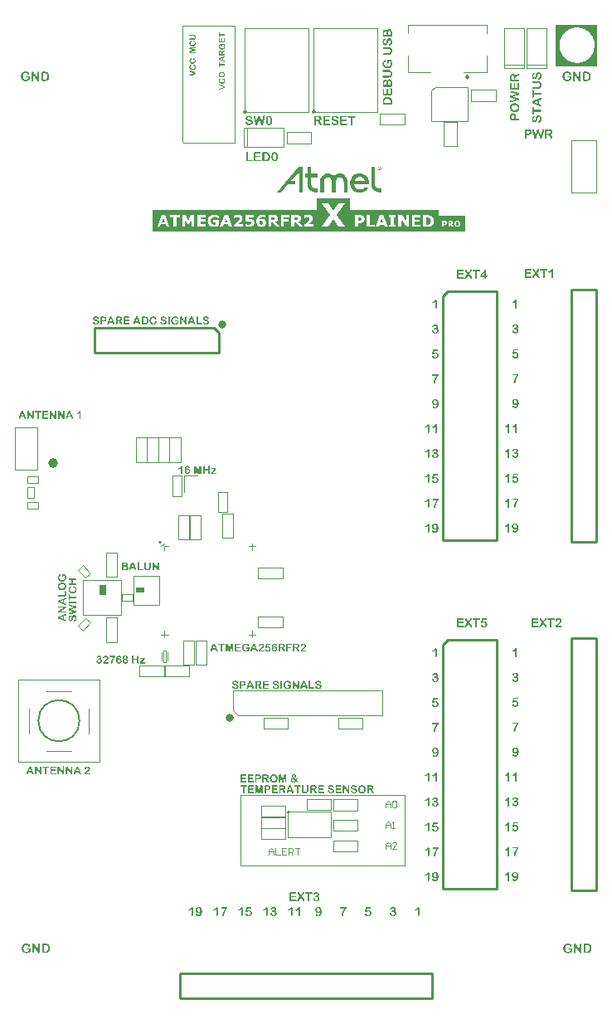
<source format=gto>
%FSLAX43Y43*%
%MOMM*%
G71*
G01*
G75*
G04 Layer_Color=65535*
%ADD10O,0.800X0.400*%
%ADD11R,0.205X0.282*%
%ADD12R,0.600X0.900*%
%ADD13C,0.800*%
%ADD14R,0.650X0.800*%
%ADD15R,0.800X0.650*%
%ADD16R,0.600X0.550*%
%ADD17R,0.550X0.600*%
%ADD18R,0.500X0.650*%
%ADD19R,1.200X1.200*%
%ADD20R,1.000X2.250*%
%ADD21R,0.900X0.600*%
%ADD22R,0.500X0.600*%
%ADD23R,0.650X0.500*%
%ADD24R,0.700X0.700*%
%ADD25R,0.305X0.584*%
%ADD26R,0.350X0.700*%
%ADD27R,1.100X0.600*%
%ADD28R,1.100X1.000*%
%ADD29R,1.200X1.200*%
%ADD30R,1.300X1.400*%
%ADD31R,0.850X0.300*%
%ADD32O,0.280X0.800*%
%ADD33O,0.800X0.280*%
%ADD34R,7.650X7.650*%
%ADD35R,1.300X1.600*%
%ADD36R,1.100X1.300*%
%ADD37R,2.300X1.900*%
%ADD38R,0.400X1.400*%
%ADD39R,1.775X1.900*%
%ADD40R,0.600X1.000*%
G04:AMPARAMS|DCode=41|XSize=0.205mm|YSize=0.282mm|CornerRadius=0mm|HoleSize=0mm|Usage=FLASHONLY|Rotation=225.000|XOffset=0mm|YOffset=0mm|HoleType=Round|Shape=Rectangle|*
%AMROTATEDRECTD41*
4,1,4,-0.027,0.172,0.172,-0.027,0.027,-0.172,-0.172,0.027,-0.027,0.172,0.0*
%
%ADD41ROTATEDRECTD41*%

G04:AMPARAMS|DCode=42|XSize=0.205mm|YSize=0.282mm|CornerRadius=0mm|HoleSize=0mm|Usage=FLASHONLY|Rotation=135.000|XOffset=0mm|YOffset=0mm|HoleType=Round|Shape=Rectangle|*
%AMROTATEDRECTD42*
4,1,4,0.172,0.027,-0.027,-0.172,-0.172,-0.027,0.027,0.172,0.172,0.027,0.0*
%
%ADD42ROTATEDRECTD42*%

%ADD43R,0.282X0.205*%
%ADD44C,0.216*%
%ADD45C,0.150*%
%ADD46C,0.125*%
%ADD47C,0.160*%
%ADD48C,0.300*%
%ADD49C,0.200*%
%ADD50C,0.180*%
%ADD51C,0.254*%
%ADD52R,0.216X2.303*%
%ADD53R,2.386X0.197*%
%ADD54R,0.598X0.716*%
%ADD55R,0.600X0.670*%
%ADD56R,0.763X0.125*%
%ADD57R,0.601X0.571*%
%ADD58R,1.650X0.550*%
%ADD59R,2.025X0.450*%
%ADD60R,0.350X3.200*%
%ADD61R,0.450X2.959*%
%ADD62C,3.600*%
%ADD63R,1.700X1.700*%
%ADD64C,1.700*%
%ADD65R,1.700X1.700*%
%ADD66C,1.270*%
%ADD67C,2.400*%
%ADD68C,0.550*%
%ADD69C,0.350*%
%ADD70C,0.380*%
%ADD71C,0.500*%
G04:AMPARAMS|DCode=72|XSize=4.224mm|YSize=4.224mm|CornerRadius=0mm|HoleSize=0mm|Usage=FLASHONLY|Rotation=0.000|XOffset=0mm|YOffset=0mm|HoleType=Round|Shape=Relief|Width=0.254mm|Gap=0.254mm|Entries=4|*
%AMTHD72*
7,0,0,4.224,3.716,0.254,45*
%
%ADD72THD72*%
%ADD73C,1.400*%
G04:AMPARAMS|DCode=74|XSize=2.524mm|YSize=2.524mm|CornerRadius=0mm|HoleSize=0mm|Usage=FLASHONLY|Rotation=0.000|XOffset=0mm|YOffset=0mm|HoleType=Round|Shape=Relief|Width=0.254mm|Gap=0.254mm|Entries=4|*
%AMTHD74*
7,0,0,2.524,2.016,0.254,45*
%
%ADD74THD74*%
%ADD75C,1.600*%
G04:AMPARAMS|DCode=76|XSize=2.724mm|YSize=2.724mm|CornerRadius=0mm|HoleSize=0mm|Usage=FLASHONLY|Rotation=0.000|XOffset=0mm|YOffset=0mm|HoleType=Round|Shape=Relief|Width=0.254mm|Gap=0.254mm|Entries=4|*
%AMTHD76*
7,0,0,2.724,2.216,0.254,45*
%
%ADD76THD76*%
%ADD77C,1.900*%
G04:AMPARAMS|DCode=78|XSize=3.124mm|YSize=3.124mm|CornerRadius=0mm|HoleSize=0mm|Usage=FLASHONLY|Rotation=0.000|XOffset=0mm|YOffset=0mm|HoleType=Round|Shape=Relief|Width=0.254mm|Gap=0.254mm|Entries=4|*
%AMTHD78*
7,0,0,3.124,2.616,0.254,45*
%
%ADD78THD78*%
%ADD79C,0.650*%
%ADD80C,3.100*%
%ADD81C,2.000*%
%ADD82R,1.300X0.600*%
%ADD83R,0.950X1.750*%
%ADD84R,0.762X0.762*%
%ADD85R,0.350X0.850*%
%ADD86C,0.280*%
%ADD87R,0.900X0.650*%
%ADD88R,1.300X1.600*%
%ADD89C,0.400*%
%ADD90C,0.250*%
%ADD91C,1.000*%
%ADD92C,0.102*%
%ADD93C,0.100*%
%ADD94C,0.112*%
%ADD95R,0.800X1.000*%
%ADD96R,0.875X0.550*%
G36*
X-25054Y-9574D02*
X-25042Y-9575D01*
X-25031Y-9578D01*
X-25019Y-9583D01*
X-25007Y-9588D01*
X-24997Y-9595D01*
X-24996Y-9596D01*
X-24994Y-9599D01*
X-24990Y-9604D01*
X-24985Y-9610D01*
X-24981Y-9618D01*
X-24977Y-9628D01*
X-24975Y-9639D01*
X-24974Y-9651D01*
Y-9653D01*
Y-9658D01*
X-24975Y-9664D01*
X-24976Y-9671D01*
X-24980Y-9680D01*
X-24984Y-9690D01*
X-24990Y-9699D01*
X-24999Y-9708D01*
X-25000Y-9709D01*
X-25004Y-9710D01*
X-25009Y-9714D01*
X-25016Y-9718D01*
X-25026Y-9721D01*
X-25039Y-9724D01*
X-25054Y-9726D01*
X-25070Y-9728D01*
X-25275D01*
Y-10403D01*
Y-10405D01*
Y-10413D01*
X-25276Y-10423D01*
X-25278Y-10435D01*
X-25281Y-10449D01*
X-25286Y-10463D01*
X-25292Y-10476D01*
X-25301Y-10489D01*
X-25302Y-10490D01*
X-25306Y-10493D01*
X-25311Y-10498D01*
X-25320Y-10502D01*
X-25328Y-10507D01*
X-25341Y-10512D01*
X-25353Y-10515D01*
X-25368Y-10516D01*
X-25375D01*
X-25383Y-10515D01*
X-25392Y-10512D01*
X-25403Y-10510D01*
X-25415Y-10505D01*
X-25426Y-10498D01*
X-25436Y-10489D01*
X-25437Y-10488D01*
X-25440Y-10484D01*
X-25445Y-10476D01*
X-25448Y-10468D01*
X-25453Y-10455D01*
X-25458Y-10440D01*
X-25461Y-10423D01*
X-25462Y-10403D01*
Y-9728D01*
X-25676D01*
X-25685Y-9726D01*
X-25695Y-9725D01*
X-25707Y-9723D01*
X-25718Y-9719D01*
X-25730Y-9714D01*
X-25740Y-9708D01*
X-25741Y-9706D01*
X-25743Y-9704D01*
X-25747Y-9699D01*
X-25751Y-9693D01*
X-25756Y-9685D01*
X-25760Y-9675D01*
X-25762Y-9664D01*
X-25763Y-9651D01*
Y-9650D01*
Y-9645D01*
X-25762Y-9639D01*
X-25761Y-9630D01*
X-25757Y-9621D01*
X-25753Y-9611D01*
X-25747Y-9603D01*
X-25740Y-9594D01*
X-25738Y-9593D01*
X-25735Y-9590D01*
X-25730Y-9588D01*
X-25721Y-9583D01*
X-25711Y-9579D01*
X-25698Y-9576D01*
X-25685Y-9574D01*
X-25668Y-9573D01*
X-25062D01*
X-25054Y-9574D01*
D02*
G37*
G36*
X-28743D02*
X-28725D01*
X-28708Y-9575D01*
X-28689Y-9576D01*
X-28671Y-9579D01*
X-28669D01*
X-28664Y-9580D01*
X-28655Y-9581D01*
X-28644Y-9584D01*
X-28633Y-9586D01*
X-28619Y-9590D01*
X-28591Y-9600D01*
X-28589Y-9601D01*
X-28584Y-9604D01*
X-28575Y-9608D01*
X-28565Y-9614D01*
X-28553Y-9621D01*
X-28540Y-9630D01*
X-28526Y-9641D01*
X-28514Y-9654D01*
X-28513Y-9655D01*
X-28509Y-9660D01*
X-28503Y-9666D01*
X-28495Y-9676D01*
X-28486Y-9688D01*
X-28478Y-9701D01*
X-28470Y-9716D01*
X-28463Y-9733D01*
X-28461Y-9735D01*
X-28460Y-9740D01*
X-28458Y-9750D01*
X-28454Y-9761D01*
X-28450Y-9776D01*
X-28448Y-9793D01*
X-28446Y-9810D01*
X-28445Y-9829D01*
Y-9830D01*
Y-9834D01*
Y-9839D01*
X-28446Y-9846D01*
Y-9855D01*
X-28448Y-9865D01*
X-28453Y-9889D01*
X-28459Y-9915D01*
X-28470Y-9943D01*
X-28484Y-9970D01*
X-28494Y-9983D01*
X-28504Y-9995D01*
X-28505Y-9996D01*
X-28506Y-9998D01*
X-28510Y-10001D01*
X-28515Y-10005D01*
X-28521Y-10010D01*
X-28529Y-10016D01*
X-28538Y-10023D01*
X-28548Y-10029D01*
X-28560Y-10036D01*
X-28573Y-10044D01*
X-28588Y-10050D01*
X-28604Y-10058D01*
X-28621Y-10065D01*
X-28640Y-10071D01*
X-28660Y-10078D01*
X-28681Y-10083D01*
X-28679Y-10084D01*
X-28673Y-10088D01*
X-28663Y-10094D01*
X-28650Y-10103D01*
X-28636Y-10114D01*
X-28620Y-10126D01*
X-28604Y-10143D01*
X-28586Y-10161D01*
X-28584Y-10164D01*
X-28579Y-10170D01*
X-28570Y-10180D01*
X-28559Y-10194D01*
X-28546Y-10210D01*
X-28533Y-10229D01*
X-28519Y-10250D01*
X-28505Y-10271D01*
Y-10273D01*
X-28504Y-10274D01*
X-28499Y-10281D01*
X-28493Y-10293D01*
X-28484Y-10306D01*
X-28475Y-10323D01*
X-28466Y-10341D01*
X-28456Y-10359D01*
X-28449Y-10378D01*
X-28448Y-10380D01*
X-28445Y-10385D01*
X-28443Y-10393D01*
X-28439Y-10403D01*
X-28431Y-10424D01*
X-28430Y-10434D01*
X-28429Y-10441D01*
Y-10443D01*
Y-10445D01*
Y-10449D01*
X-28430Y-10453D01*
X-28434Y-10465D01*
X-28441Y-10479D01*
Y-10480D01*
X-28444Y-10481D01*
X-28449Y-10489D01*
X-28459Y-10498D01*
X-28473Y-10506D01*
X-28474D01*
X-28476Y-10507D01*
X-28480Y-10509D01*
X-28486Y-10511D01*
X-28493Y-10512D01*
X-28501Y-10515D01*
X-28520Y-10516D01*
X-28525D01*
X-28531Y-10515D01*
X-28539Y-10514D01*
X-28555Y-10510D01*
X-28564Y-10506D01*
X-28573Y-10501D01*
X-28574Y-10500D01*
X-28576Y-10499D01*
X-28580Y-10496D01*
X-28585Y-10491D01*
X-28598Y-10480D01*
X-28610Y-10465D01*
X-28611Y-10464D01*
X-28613Y-10460D01*
X-28616Y-10455D01*
X-28621Y-10448D01*
X-28626Y-10438D01*
X-28634Y-10426D01*
X-28643Y-10413D01*
X-28651Y-10398D01*
X-28726Y-10273D01*
Y-10271D01*
X-28728Y-10270D01*
X-28730Y-10266D01*
X-28734Y-10261D01*
X-28741Y-10249D01*
X-28751Y-10233D01*
X-28763Y-10216D01*
X-28775Y-10199D01*
X-28788Y-10183D01*
X-28800Y-10168D01*
X-28801Y-10166D01*
X-28805Y-10161D01*
X-28811Y-10155D01*
X-28820Y-10148D01*
X-28830Y-10139D01*
X-28840Y-10131D01*
X-28853Y-10124D01*
X-28865Y-10118D01*
X-28866Y-10116D01*
X-28871Y-10115D01*
X-28878Y-10113D01*
X-28888Y-10110D01*
X-28900Y-10108D01*
X-28914Y-10106D01*
X-28930Y-10104D01*
X-29013D01*
Y-10403D01*
Y-10404D01*
Y-10405D01*
Y-10413D01*
X-29014Y-10423D01*
X-29016Y-10435D01*
X-29019Y-10449D01*
X-29024Y-10464D01*
X-29030Y-10478D01*
X-29039Y-10489D01*
X-29040Y-10490D01*
X-29044Y-10493D01*
X-29049Y-10498D01*
X-29058Y-10502D01*
X-29066Y-10507D01*
X-29079Y-10512D01*
X-29091Y-10515D01*
X-29106Y-10516D01*
X-29114D01*
X-29121Y-10515D01*
X-29131Y-10512D01*
X-29143Y-10509D01*
X-29155Y-10504D01*
X-29166Y-10498D01*
X-29176Y-10488D01*
X-29178Y-10486D01*
X-29180Y-10483D01*
X-29184Y-10475D01*
X-29188Y-10466D01*
X-29192Y-10454D01*
X-29196Y-10440D01*
X-29199Y-10423D01*
X-29200Y-10403D01*
Y-9689D01*
Y-9688D01*
Y-9686D01*
Y-9679D01*
X-29199Y-9668D01*
X-29196Y-9655D01*
X-29194Y-9640D01*
X-29189Y-9625D01*
X-29183Y-9611D01*
X-29174Y-9600D01*
X-29173Y-9599D01*
X-29169Y-9596D01*
X-29161Y-9591D01*
X-29153Y-9586D01*
X-29140Y-9581D01*
X-29125Y-9576D01*
X-29106Y-9574D01*
X-29085Y-9573D01*
X-28758D01*
X-28743Y-9574D01*
D02*
G37*
G36*
X-25912D02*
X-25902Y-9575D01*
X-25891Y-9578D01*
X-25880Y-9581D01*
X-25870Y-9586D01*
X-25861Y-9593D01*
X-25860Y-9594D01*
X-25857Y-9596D01*
X-25853Y-9600D01*
X-25850Y-9606D01*
X-25846Y-9614D01*
X-25842Y-9623D01*
X-25840Y-9634D01*
X-25838Y-9645D01*
Y-9646D01*
Y-9650D01*
X-25840Y-9656D01*
X-25841Y-9664D01*
X-25843Y-9673D01*
X-25848Y-9681D01*
X-25853Y-9691D01*
X-25861Y-9699D01*
X-25862Y-9700D01*
X-25865Y-9701D01*
X-25870Y-9705D01*
X-25877Y-9708D01*
X-25886Y-9711D01*
X-25897Y-9715D01*
X-25911Y-9716D01*
X-25927Y-9718D01*
X-26349D01*
Y-9945D01*
X-25953D01*
X-25946Y-9946D01*
X-25936Y-9948D01*
X-25926Y-9950D01*
X-25915Y-9954D01*
X-25905Y-9959D01*
X-25896Y-9965D01*
X-25895Y-9966D01*
X-25892Y-9969D01*
X-25890Y-9973D01*
X-25885Y-9979D01*
X-25881Y-9985D01*
X-25878Y-9994D01*
X-25876Y-10004D01*
X-25875Y-10015D01*
Y-10016D01*
Y-10020D01*
X-25876Y-10026D01*
X-25877Y-10034D01*
X-25880Y-10043D01*
X-25883Y-10051D01*
X-25888Y-10060D01*
X-25896Y-10068D01*
X-25897Y-10069D01*
X-25900Y-10070D01*
X-25905Y-10074D01*
X-25912Y-10076D01*
X-25921Y-10080D01*
X-25932Y-10084D01*
X-25946Y-10085D01*
X-25961Y-10086D01*
X-26349D01*
Y-10351D01*
X-25905D01*
X-25897Y-10353D01*
X-25887Y-10354D01*
X-25877Y-10356D01*
X-25866Y-10360D01*
X-25855Y-10365D01*
X-25846Y-10373D01*
X-25845Y-10374D01*
X-25842Y-10376D01*
X-25838Y-10380D01*
X-25835Y-10386D01*
X-25831Y-10394D01*
X-25827Y-10404D01*
X-25825Y-10414D01*
X-25823Y-10426D01*
Y-10428D01*
Y-10431D01*
X-25825Y-10438D01*
X-25826Y-10445D01*
X-25828Y-10454D01*
X-25833Y-10463D01*
X-25838Y-10473D01*
X-25846Y-10480D01*
X-25847Y-10481D01*
X-25850Y-10483D01*
X-25856Y-10486D01*
X-25862Y-10490D01*
X-25872Y-10494D01*
X-25883Y-10496D01*
X-25897Y-10499D01*
X-25912Y-10500D01*
X-26433D01*
X-26444Y-10499D01*
X-26457Y-10496D01*
X-26472Y-10494D01*
X-26486Y-10489D01*
X-26499Y-10483D01*
X-26511Y-10474D01*
X-26512Y-10473D01*
X-26514Y-10469D01*
X-26519Y-10461D01*
X-26523Y-10453D01*
X-26528Y-10440D01*
X-26533Y-10425D01*
X-26536Y-10406D01*
X-26537Y-10385D01*
Y-9689D01*
Y-9688D01*
Y-9681D01*
X-26536Y-9674D01*
Y-9665D01*
X-26532Y-9644D01*
X-26529Y-9633D01*
X-26526Y-9623D01*
X-26524Y-9621D01*
X-26523Y-9619D01*
X-26521Y-9614D01*
X-26516Y-9608D01*
X-26504Y-9595D01*
X-26497Y-9590D01*
X-26488Y-9585D01*
X-26487D01*
X-26483Y-9583D01*
X-26478Y-9581D01*
X-26471Y-9579D01*
X-26461Y-9576D01*
X-26449Y-9575D01*
X-26437Y-9573D01*
X-25920D01*
X-25912Y-9574D01*
D02*
G37*
G36*
X-27642D02*
X-27632Y-9575D01*
X-27620Y-9578D01*
X-27609Y-9581D01*
X-27599Y-9586D01*
X-27590Y-9593D01*
X-27589Y-9594D01*
X-27587Y-9596D01*
X-27583Y-9600D01*
X-27579Y-9606D01*
X-27575Y-9614D01*
X-27572Y-9623D01*
X-27569Y-9634D01*
X-27568Y-9645D01*
Y-9646D01*
Y-9650D01*
X-27569Y-9656D01*
X-27570Y-9664D01*
X-27573Y-9673D01*
X-27578Y-9681D01*
X-27583Y-9691D01*
X-27590Y-9699D01*
X-27592Y-9700D01*
X-27594Y-9701D01*
X-27599Y-9705D01*
X-27607Y-9708D01*
X-27615Y-9711D01*
X-27627Y-9715D01*
X-27640Y-9716D01*
X-27657Y-9718D01*
X-28079D01*
Y-9945D01*
X-27683D01*
X-27675Y-9946D01*
X-27665Y-9948D01*
X-27655Y-9950D01*
X-27644Y-9954D01*
X-27634Y-9959D01*
X-27625Y-9965D01*
X-27624Y-9966D01*
X-27622Y-9969D01*
X-27619Y-9973D01*
X-27614Y-9979D01*
X-27610Y-9985D01*
X-27608Y-9994D01*
X-27605Y-10004D01*
X-27604Y-10015D01*
Y-10016D01*
Y-10020D01*
X-27605Y-10026D01*
X-27607Y-10034D01*
X-27609Y-10043D01*
X-27613Y-10051D01*
X-27618Y-10060D01*
X-27625Y-10068D01*
X-27627Y-10069D01*
X-27629Y-10070D01*
X-27634Y-10074D01*
X-27642Y-10076D01*
X-27650Y-10080D01*
X-27662Y-10084D01*
X-27675Y-10085D01*
X-27690Y-10086D01*
X-28079D01*
Y-10351D01*
X-27634D01*
X-27627Y-10353D01*
X-27617Y-10354D01*
X-27607Y-10356D01*
X-27595Y-10360D01*
X-27584Y-10365D01*
X-27575Y-10373D01*
X-27574Y-10374D01*
X-27572Y-10376D01*
X-27568Y-10380D01*
X-27564Y-10386D01*
X-27560Y-10394D01*
X-27557Y-10404D01*
X-27554Y-10414D01*
X-27553Y-10426D01*
Y-10428D01*
Y-10431D01*
X-27554Y-10438D01*
X-27555Y-10445D01*
X-27558Y-10454D01*
X-27563Y-10463D01*
X-27568Y-10473D01*
X-27575Y-10480D01*
X-27577Y-10481D01*
X-27579Y-10483D01*
X-27585Y-10486D01*
X-27592Y-10490D01*
X-27602Y-10494D01*
X-27613Y-10496D01*
X-27627Y-10499D01*
X-27642Y-10500D01*
X-28163D01*
X-28174Y-10499D01*
X-28187Y-10496D01*
X-28202Y-10494D01*
X-28215Y-10489D01*
X-28229Y-10483D01*
X-28240Y-10474D01*
X-28242Y-10473D01*
X-28244Y-10469D01*
X-28249Y-10461D01*
X-28253Y-10453D01*
X-28258Y-10440D01*
X-28263Y-10425D01*
X-28265Y-10406D01*
X-28266Y-10385D01*
Y-9689D01*
Y-9688D01*
Y-9681D01*
X-28265Y-9674D01*
Y-9665D01*
X-28261Y-9644D01*
X-28259Y-9633D01*
X-28255Y-9623D01*
X-28254Y-9621D01*
X-28253Y-9619D01*
X-28250Y-9614D01*
X-28245Y-9608D01*
X-28234Y-9595D01*
X-28226Y-9590D01*
X-28218Y-9585D01*
X-28216D01*
X-28213Y-9583D01*
X-28208Y-9581D01*
X-28200Y-9579D01*
X-28190Y-9576D01*
X-28179Y-9575D01*
X-28167Y-9573D01*
X-27649D01*
X-27642Y-9574D01*
D02*
G37*
G36*
X-8573Y-63836D02*
X-8564Y-63838D01*
X-8556Y-63841D01*
X-8546Y-63846D01*
X-8538Y-63852D01*
X-8530Y-63861D01*
X-8529Y-63862D01*
X-8526Y-63866D01*
X-8524Y-63872D01*
X-8519Y-63879D01*
X-8515Y-63889D01*
X-8513Y-63902D01*
X-8510Y-63917D01*
X-8509Y-63933D01*
Y-64658D01*
Y-64659D01*
Y-64663D01*
Y-64669D01*
X-8510Y-64678D01*
X-8511Y-64687D01*
X-8514Y-64698D01*
X-8520Y-64721D01*
X-8524Y-64733D01*
X-8530Y-64744D01*
X-8538Y-64756D01*
X-8545Y-64764D01*
X-8556Y-64773D01*
X-8568Y-64779D01*
X-8581Y-64783D01*
X-8596Y-64784D01*
X-8603D01*
X-8610Y-64783D01*
X-8619Y-64781D01*
X-8629Y-64778D01*
X-8639Y-64774D01*
X-8649Y-64768D01*
X-8659Y-64759D01*
X-8660Y-64758D01*
X-8663Y-64754D01*
X-8666Y-64748D01*
X-8670Y-64739D01*
X-8674Y-64729D01*
X-8678Y-64716D01*
X-8680Y-64699D01*
X-8681Y-64682D01*
Y-64106D01*
X-8683Y-64107D01*
X-8689Y-64111D01*
X-8696Y-64117D01*
X-8708Y-64124D01*
X-8720Y-64134D01*
X-8735Y-64144D01*
X-8751Y-64156D01*
X-8769Y-64167D01*
X-8805Y-64191D01*
X-8824Y-64201D01*
X-8841Y-64209D01*
X-8858Y-64218D01*
X-8874Y-64224D01*
X-8888Y-64228D01*
X-8899Y-64229D01*
X-8904D01*
X-8909Y-64228D01*
X-8915Y-64227D01*
X-8921Y-64224D01*
X-8930Y-64221D01*
X-8938Y-64216D01*
X-8946Y-64209D01*
X-8948Y-64208D01*
X-8949Y-64206D01*
X-8953Y-64201D01*
X-8956Y-64196D01*
X-8960Y-64188D01*
X-8962Y-64179D01*
X-8965Y-64169D01*
X-8966Y-64159D01*
Y-64158D01*
Y-64154D01*
X-8965Y-64148D01*
X-8964Y-64141D01*
X-8961Y-64133D01*
X-8958Y-64126D01*
X-8953Y-64118D01*
X-8946Y-64112D01*
X-8945Y-64111D01*
X-8943Y-64109D01*
X-8936Y-64106D01*
X-8929Y-64102D01*
X-8919Y-64096D01*
X-8906Y-64089D01*
X-8891Y-64082D01*
X-8874Y-64073D01*
X-8873D01*
X-8870Y-64072D01*
X-8866Y-64069D01*
X-8861Y-64067D01*
X-8848Y-64059D01*
X-8830Y-64049D01*
X-8810Y-64038D01*
X-8790Y-64026D01*
X-8770Y-64012D01*
X-8753Y-63997D01*
X-8750Y-63996D01*
X-8745Y-63989D01*
X-8736Y-63982D01*
X-8725Y-63971D01*
X-8713Y-63958D01*
X-8699Y-63943D01*
X-8685Y-63926D01*
X-8671Y-63908D01*
X-8670Y-63906D01*
X-8665Y-63901D01*
X-8659Y-63892D01*
X-8651Y-63882D01*
X-8644Y-63871D01*
X-8636Y-63861D01*
X-8630Y-63853D01*
X-8625Y-63847D01*
X-8623Y-63844D01*
X-8620Y-63843D01*
X-8615Y-63841D01*
X-8610Y-63838D01*
X-8603Y-63837D01*
X-8594Y-63834D01*
X-8578D01*
X-8573Y-63836D01*
D02*
G37*
G36*
X-1348Y-5065D02*
X-1325Y-5066D01*
X-1298Y-5069D01*
X-1270Y-5071D01*
X-1242Y-5077D01*
X-1216Y-5083D01*
X-1214D01*
X-1213Y-5084D01*
X-1209Y-5085D01*
X-1204Y-5087D01*
X-1190Y-5091D01*
X-1174Y-5098D01*
X-1153Y-5107D01*
X-1133Y-5118D01*
X-1110Y-5132D01*
X-1089Y-5150D01*
X-1087Y-5151D01*
X-1082Y-5157D01*
X-1075Y-5163D01*
X-1066Y-5174D01*
X-1054Y-5187D01*
X-1042Y-5204D01*
X-1029Y-5223D01*
X-1015Y-5245D01*
X-1001Y-5271D01*
X-988Y-5299D01*
X-976Y-5331D01*
X-964Y-5365D01*
X-955Y-5403D01*
X-948Y-5444D01*
X-943Y-5487D01*
X-941Y-5534D01*
Y-5535D01*
Y-5538D01*
Y-5541D01*
Y-5548D01*
Y-5555D01*
X-943Y-5564D01*
Y-5585D01*
X-945Y-5609D01*
X-948Y-5634D01*
X-952Y-5662D01*
X-957Y-5689D01*
Y-5690D01*
X-958Y-5691D01*
Y-5695D01*
X-959Y-5700D01*
X-963Y-5714D01*
X-968Y-5731D01*
X-974Y-5750D01*
X-982Y-5771D01*
X-992Y-5793D01*
X-1002Y-5814D01*
X-1004Y-5817D01*
X-1007Y-5823D01*
X-1015Y-5835D01*
X-1024Y-5847D01*
X-1035Y-5864D01*
X-1048Y-5880D01*
X-1063Y-5898D01*
X-1081Y-5915D01*
X-1082Y-5916D01*
X-1087Y-5920D01*
X-1095Y-5926D01*
X-1105Y-5934D01*
X-1118Y-5943D01*
X-1132Y-5952D01*
X-1148Y-5962D01*
X-1165Y-5969D01*
X-1167Y-5971D01*
X-1172Y-5973D01*
X-1181Y-5976D01*
X-1194Y-5981D01*
X-1208Y-5986D01*
X-1225Y-5990D01*
X-1242Y-5995D01*
X-1261Y-5999D01*
X-1264D01*
X-1270Y-6000D01*
X-1280Y-6001D01*
X-1294Y-6002D01*
X-1312Y-6004D01*
X-1331Y-6005D01*
X-1353Y-6006D01*
X-1635D01*
X-1644Y-6005D01*
X-1655Y-6004D01*
X-1680Y-6000D01*
X-1693Y-5996D01*
X-1705Y-5991D01*
X-1706Y-5990D01*
X-1708Y-5988D01*
X-1714Y-5985D01*
X-1719Y-5980D01*
X-1725Y-5973D01*
X-1730Y-5967D01*
X-1735Y-5958D01*
X-1739Y-5948D01*
Y-5946D01*
X-1740Y-5943D01*
X-1741Y-5936D01*
X-1743Y-5927D01*
X-1744Y-5916D01*
X-1745Y-5903D01*
X-1747Y-5889D01*
Y-5873D01*
Y-5182D01*
Y-5181D01*
Y-5179D01*
Y-5172D01*
X-1745Y-5160D01*
X-1743Y-5148D01*
X-1740Y-5132D01*
X-1735Y-5117D01*
X-1729Y-5103D01*
X-1720Y-5092D01*
X-1719Y-5091D01*
X-1715Y-5088D01*
X-1707Y-5083D01*
X-1698Y-5078D01*
X-1686Y-5073D01*
X-1670Y-5068D01*
X-1653Y-5065D01*
X-1631Y-5064D01*
X-1357D01*
X-1348Y-5065D01*
D02*
G37*
G36*
X-3315Y-5049D02*
X-3305D01*
X-3282Y-5050D01*
X-3257Y-5054D01*
X-3229Y-5057D01*
X-3199Y-5064D01*
X-3171Y-5073D01*
X-3170D01*
X-3168Y-5074D01*
X-3164Y-5075D01*
X-3159Y-5078D01*
X-3146Y-5083D01*
X-3128Y-5091D01*
X-3111Y-5099D01*
X-3090Y-5111D01*
X-3070Y-5124D01*
X-3052Y-5138D01*
X-3050Y-5139D01*
X-3044Y-5144D01*
X-3037Y-5151D01*
X-3027Y-5162D01*
X-3015Y-5174D01*
X-3004Y-5188D01*
X-2992Y-5202D01*
X-2984Y-5219D01*
X-2982Y-5220D01*
X-2980Y-5226D01*
X-2976Y-5234D01*
X-2971Y-5244D01*
X-2967Y-5257D01*
X-2963Y-5270D01*
X-2961Y-5282D01*
X-2959Y-5295D01*
Y-5296D01*
Y-5301D01*
X-2961Y-5308D01*
X-2963Y-5317D01*
X-2966Y-5327D01*
X-2971Y-5337D01*
X-2977Y-5347D01*
X-2986Y-5357D01*
X-2987Y-5358D01*
X-2991Y-5361D01*
X-2996Y-5365D01*
X-3004Y-5370D01*
X-3014Y-5375D01*
X-3024Y-5379D01*
X-3037Y-5381D01*
X-3051Y-5383D01*
X-3058D01*
X-3064Y-5381D01*
X-3076Y-5379D01*
X-3090Y-5374D01*
X-3091D01*
X-3093Y-5371D01*
X-3102Y-5366D01*
X-3112Y-5357D01*
X-3122Y-5346D01*
Y-5345D01*
X-3123Y-5343D01*
X-3128Y-5337D01*
X-3135Y-5327D01*
X-3142Y-5314D01*
X-3152Y-5301D01*
X-3163Y-5287D01*
X-3171Y-5273D01*
X-3182Y-5262D01*
X-3183Y-5261D01*
X-3185Y-5257D01*
X-3192Y-5252D01*
X-3199Y-5245D01*
X-3208Y-5238D01*
X-3220Y-5230D01*
X-3232Y-5223D01*
X-3248Y-5215D01*
X-3249Y-5214D01*
X-3255Y-5211D01*
X-3264Y-5209D01*
X-3277Y-5205D01*
X-3292Y-5201D01*
X-3310Y-5197D01*
X-3330Y-5196D01*
X-3353Y-5195D01*
X-3365D01*
X-3377Y-5196D01*
X-3392Y-5197D01*
X-3411Y-5200D01*
X-3431Y-5205D01*
X-3451Y-5210D01*
X-3471Y-5218D01*
X-3474Y-5219D01*
X-3480Y-5221D01*
X-3490Y-5228D01*
X-3502Y-5234D01*
X-3516Y-5244D01*
X-3531Y-5256D01*
X-3546Y-5270D01*
X-3561Y-5285D01*
X-3563Y-5287D01*
X-3568Y-5292D01*
X-3574Y-5301D01*
X-3582Y-5314D01*
X-3591Y-5329D01*
X-3601Y-5348D01*
X-3610Y-5369D01*
X-3617Y-5392D01*
Y-5393D01*
X-3619Y-5394D01*
Y-5398D01*
X-3620Y-5403D01*
X-3624Y-5416D01*
X-3626Y-5432D01*
X-3630Y-5452D01*
X-3634Y-5477D01*
X-3635Y-5503D01*
X-3636Y-5531D01*
Y-5532D01*
Y-5539D01*
Y-5548D01*
X-3635Y-5559D01*
X-3634Y-5572D01*
X-3632Y-5588D01*
X-3630Y-5606D01*
X-3627Y-5625D01*
X-3619Y-5667D01*
X-3612Y-5687D01*
X-3605Y-5709D01*
X-3596Y-5729D01*
X-3585Y-5750D01*
X-3574Y-5769D01*
X-3561Y-5786D01*
X-3560Y-5788D01*
X-3558Y-5790D01*
X-3554Y-5794D01*
X-3547Y-5800D01*
X-3540Y-5807D01*
X-3530Y-5814D01*
X-3519Y-5822D01*
X-3505Y-5831D01*
X-3492Y-5839D01*
X-3476Y-5847D01*
X-3458Y-5855D01*
X-3439Y-5861D01*
X-3419Y-5868D01*
X-3396Y-5872D01*
X-3373Y-5874D01*
X-3348Y-5875D01*
X-3337D01*
X-3324Y-5874D01*
X-3307Y-5873D01*
X-3288Y-5872D01*
X-3268Y-5868D01*
X-3246Y-5864D01*
X-3225Y-5859D01*
X-3224D01*
X-3222Y-5858D01*
X-3215Y-5855D01*
X-3203Y-5851D01*
X-3188Y-5846D01*
X-3170Y-5839D01*
X-3150Y-5831D01*
X-3128Y-5821D01*
X-3105Y-5809D01*
Y-5654D01*
X-3263D01*
X-3272Y-5653D01*
X-3284Y-5652D01*
X-3297Y-5651D01*
X-3311Y-5648D01*
X-3324Y-5644D01*
X-3335Y-5639D01*
X-3337Y-5638D01*
X-3339Y-5635D01*
X-3344Y-5632D01*
X-3348Y-5626D01*
X-3353Y-5619D01*
X-3358Y-5609D01*
X-3361Y-5597D01*
X-3362Y-5585D01*
Y-5583D01*
Y-5579D01*
X-3361Y-5573D01*
X-3359Y-5565D01*
X-3357Y-5558D01*
X-3352Y-5549D01*
X-3347Y-5540D01*
X-3339Y-5532D01*
X-3338Y-5531D01*
X-3335Y-5529D01*
X-3330Y-5526D01*
X-3323Y-5521D01*
X-3314Y-5517D01*
X-3304Y-5515D01*
X-3291Y-5512D01*
X-3277Y-5511D01*
X-3046D01*
X-3037Y-5512D01*
X-3025D01*
X-3015Y-5513D01*
X-2992Y-5519D01*
X-2991D01*
X-2987Y-5520D01*
X-2982Y-5522D01*
X-2976Y-5525D01*
X-2970Y-5530D01*
X-2962Y-5535D01*
X-2954Y-5541D01*
X-2948Y-5550D01*
X-2947Y-5552D01*
X-2945Y-5555D01*
X-2943Y-5560D01*
X-2939Y-5568D01*
X-2935Y-5578D01*
X-2933Y-5591D01*
X-2931Y-5606D01*
X-2930Y-5624D01*
Y-5804D01*
Y-5806D01*
Y-5811D01*
Y-5817D01*
X-2931Y-5826D01*
X-2933Y-5845D01*
X-2935Y-5854D01*
X-2938Y-5863D01*
Y-5864D01*
X-2939Y-5866D01*
X-2942Y-5870D01*
X-2944Y-5875D01*
X-2952Y-5888D01*
X-2964Y-5902D01*
X-2966Y-5903D01*
X-2968Y-5905D01*
X-2972Y-5908D01*
X-2977Y-5912D01*
X-2985Y-5917D01*
X-2992Y-5922D01*
X-3013Y-5935D01*
X-3014D01*
X-3017Y-5938D01*
X-3022Y-5939D01*
X-3027Y-5943D01*
X-3034Y-5946D01*
X-3043Y-5950D01*
X-3065Y-5960D01*
X-3090Y-5972D01*
X-3118Y-5983D01*
X-3147Y-5993D01*
X-3178Y-6002D01*
X-3179D01*
X-3182Y-6004D01*
X-3185D01*
X-3192Y-6005D01*
X-3199Y-6007D01*
X-3207Y-6009D01*
X-3217Y-6010D01*
X-3229Y-6013D01*
X-3254Y-6016D01*
X-3283Y-6019D01*
X-3315Y-6021D01*
X-3349Y-6023D01*
X-3367D01*
X-3377Y-6021D01*
X-3389D01*
X-3401Y-6020D01*
X-3415Y-6019D01*
X-3446Y-6015D01*
X-3479Y-6009D01*
X-3513Y-6001D01*
X-3547Y-5990D01*
X-3549D01*
X-3551Y-5988D01*
X-3556Y-5986D01*
X-3563Y-5983D01*
X-3570Y-5980D01*
X-3579Y-5976D01*
X-3599Y-5966D01*
X-3624Y-5952D01*
X-3649Y-5935D01*
X-3674Y-5916D01*
X-3700Y-5893D01*
X-3701Y-5892D01*
X-3702Y-5891D01*
X-3706Y-5887D01*
X-3710Y-5882D01*
X-3715Y-5875D01*
X-3721Y-5868D01*
X-3735Y-5850D01*
X-3751Y-5827D01*
X-3767Y-5802D01*
X-3782Y-5773D01*
X-3796Y-5739D01*
Y-5738D01*
X-3798Y-5736D01*
X-3799Y-5731D01*
X-3801Y-5723D01*
X-3804Y-5715D01*
X-3806Y-5704D01*
X-3810Y-5693D01*
X-3813Y-5680D01*
X-3815Y-5665D01*
X-3819Y-5649D01*
X-3824Y-5615D01*
X-3828Y-5576D01*
X-3829Y-5535D01*
Y-5534D01*
Y-5530D01*
Y-5525D01*
Y-5516D01*
X-3828Y-5507D01*
Y-5496D01*
X-3827Y-5483D01*
X-3826Y-5469D01*
X-3822Y-5438D01*
X-3815Y-5404D01*
X-3808Y-5369D01*
X-3798Y-5334D01*
Y-5333D01*
X-3796Y-5331D01*
X-3794Y-5325D01*
X-3791Y-5319D01*
X-3787Y-5312D01*
X-3784Y-5303D01*
X-3773Y-5281D01*
X-3759Y-5257D01*
X-3743Y-5230D01*
X-3724Y-5205D01*
X-3701Y-5179D01*
X-3700Y-5178D01*
X-3699Y-5177D01*
X-3695Y-5173D01*
X-3690Y-5169D01*
X-3683Y-5164D01*
X-3676Y-5158D01*
X-3658Y-5144D01*
X-3635Y-5127D01*
X-3608Y-5111D01*
X-3579Y-5096D01*
X-3546Y-5082D01*
X-3545D01*
X-3542Y-5080D01*
X-3537Y-5078D01*
X-3530Y-5077D01*
X-3521Y-5074D01*
X-3511Y-5070D01*
X-3499Y-5068D01*
X-3486Y-5064D01*
X-3471Y-5061D01*
X-3456Y-5059D01*
X-3420Y-5052D01*
X-3381Y-5049D01*
X-3339Y-5047D01*
X-3323D01*
X-3315Y-5049D01*
D02*
G37*
G36*
X-2032D02*
X-2023Y-5051D01*
X-2012Y-5054D01*
X-2002Y-5059D01*
X-1992Y-5066D01*
X-1981Y-5075D01*
X-1980Y-5077D01*
X-1978Y-5080D01*
X-1974Y-5087D01*
X-1969Y-5096D01*
X-1965Y-5108D01*
X-1961Y-5122D01*
X-1959Y-5139D01*
X-1957Y-5158D01*
Y-5900D01*
Y-5901D01*
Y-5905D01*
X-1959Y-5911D01*
Y-5919D01*
X-1960Y-5927D01*
X-1962Y-5939D01*
X-1970Y-5960D01*
X-1975Y-5973D01*
X-1983Y-5983D01*
X-1990Y-5993D01*
X-2001Y-6004D01*
X-2012Y-6011D01*
X-2026Y-6018D01*
X-2042Y-6021D01*
X-2060Y-6023D01*
X-2069D01*
X-2075Y-6021D01*
X-2091Y-6019D01*
X-2107Y-6015D01*
X-2108D01*
X-2111Y-6014D01*
X-2115Y-6011D01*
X-2120Y-6009D01*
X-2131Y-6002D01*
X-2145Y-5992D01*
X-2147Y-5991D01*
X-2148Y-5990D01*
X-2157Y-5982D01*
X-2167Y-5971D01*
X-2180Y-5955D01*
X-2181Y-5954D01*
X-2182Y-5952D01*
X-2185Y-5948D01*
X-2188Y-5941D01*
X-2199Y-5927D01*
X-2210Y-5911D01*
X-2567Y-5361D01*
Y-5913D01*
Y-5916D01*
Y-5922D01*
X-2568Y-5933D01*
X-2569Y-5944D01*
X-2573Y-5958D01*
X-2577Y-5972D01*
X-2583Y-5985D01*
X-2592Y-5996D01*
X-2594Y-5997D01*
X-2597Y-6000D01*
X-2603Y-6005D01*
X-2610Y-6009D01*
X-2619Y-6014D01*
X-2630Y-6019D01*
X-2643Y-6021D01*
X-2657Y-6023D01*
X-2663D01*
X-2671Y-6021D01*
X-2680Y-6019D01*
X-2690Y-6016D01*
X-2702Y-6011D01*
X-2712Y-6004D01*
X-2722Y-5995D01*
X-2723Y-5993D01*
X-2726Y-5990D01*
X-2730Y-5983D01*
X-2733Y-5974D01*
X-2738Y-5963D01*
X-2742Y-5949D01*
X-2745Y-5933D01*
X-2746Y-5913D01*
Y-5186D01*
Y-5183D01*
Y-5178D01*
Y-5169D01*
X-2745Y-5159D01*
X-2742Y-5136D01*
X-2740Y-5124D01*
X-2736Y-5113D01*
Y-5112D01*
X-2733Y-5108D01*
X-2731Y-5103D01*
X-2727Y-5097D01*
X-2721Y-5089D01*
X-2714Y-5082D01*
X-2707Y-5074D01*
X-2696Y-5066D01*
X-2695Y-5065D01*
X-2691Y-5064D01*
X-2685Y-5060D01*
X-2677Y-5056D01*
X-2669Y-5054D01*
X-2658Y-5050D01*
X-2647Y-5049D01*
X-2634Y-5047D01*
X-2625D01*
X-2619Y-5049D01*
X-2605Y-5051D01*
X-2591Y-5056D01*
X-2590D01*
X-2587Y-5057D01*
X-2580Y-5063D01*
X-2569Y-5070D01*
X-2558Y-5079D01*
X-2557D01*
X-2556Y-5082D01*
X-2549Y-5089D01*
X-2540Y-5101D01*
X-2530Y-5116D01*
X-2529Y-5117D01*
X-2528Y-5120D01*
X-2525Y-5124D01*
X-2521Y-5130D01*
X-2511Y-5145D01*
X-2500Y-5163D01*
X-2133Y-5718D01*
Y-5158D01*
Y-5157D01*
Y-5155D01*
Y-5149D01*
X-2131Y-5139D01*
X-2130Y-5127D01*
X-2128Y-5113D01*
X-2122Y-5099D01*
X-2117Y-5087D01*
X-2110Y-5075D01*
X-2108Y-5074D01*
X-2106Y-5071D01*
X-2101Y-5066D01*
X-2093Y-5061D01*
X-2084Y-5056D01*
X-2073Y-5051D01*
X-2060Y-5049D01*
X-2046Y-5047D01*
X-2040D01*
X-2032Y-5049D01*
D02*
G37*
G36*
X-8615Y-66377D02*
X-8600Y-66378D01*
X-8584Y-66379D01*
X-8565Y-66383D01*
X-8545Y-66387D01*
X-8526Y-66393D01*
X-8524Y-66394D01*
X-8518Y-66396D01*
X-8508Y-66399D01*
X-8496Y-66406D01*
X-8483Y-66412D01*
X-8468Y-66421D01*
X-8453Y-66431D01*
X-8438Y-66442D01*
X-8436Y-66443D01*
X-8431Y-66447D01*
X-8425Y-66454D01*
X-8416Y-66463D01*
X-8408Y-66473D01*
X-8398Y-66486D01*
X-8389Y-66501D01*
X-8381Y-66516D01*
X-8380Y-66517D01*
X-8379Y-66523D01*
X-8375Y-66531D01*
X-8371Y-66542D01*
X-8369Y-66556D01*
X-8365Y-66571D01*
X-8364Y-66587D01*
X-8363Y-66604D01*
Y-66606D01*
Y-66607D01*
Y-66611D01*
Y-66616D01*
X-8364Y-66627D01*
X-8366Y-66642D01*
X-8369Y-66659D01*
X-8374Y-66678D01*
X-8381Y-66697D01*
X-8390Y-66714D01*
X-8391Y-66717D01*
X-8395Y-66722D01*
X-8401Y-66731D01*
X-8410Y-66742D01*
X-8421Y-66756D01*
X-8435Y-66771D01*
X-8450Y-66786D01*
X-8469Y-66802D01*
X-8466Y-66803D01*
X-8460Y-66807D01*
X-8451Y-66812D01*
X-8440Y-66819D01*
X-8426Y-66828D01*
X-8413Y-66838D01*
X-8399Y-66851D01*
X-8385Y-66863D01*
X-8384Y-66864D01*
X-8380Y-66869D01*
X-8374Y-66876D01*
X-8366Y-66886D01*
X-8358Y-66896D01*
X-8349Y-66909D01*
X-8341Y-66923D01*
X-8334Y-66938D01*
X-8333Y-66939D01*
X-8331Y-66946D01*
X-8329Y-66953D01*
X-8325Y-66964D01*
X-8321Y-66978D01*
X-8319Y-66993D01*
X-8318Y-67011D01*
X-8316Y-67028D01*
Y-67031D01*
Y-67038D01*
X-8318Y-67049D01*
X-8319Y-67063D01*
X-8323Y-67081D01*
X-8326Y-67099D01*
X-8333Y-67119D01*
X-8340Y-67139D01*
X-8341Y-67142D01*
X-8344Y-67148D01*
X-8350Y-67158D01*
X-8358Y-67172D01*
X-8368Y-67187D01*
X-8379Y-67203D01*
X-8393Y-67219D01*
X-8409Y-67236D01*
X-8411Y-67237D01*
X-8416Y-67243D01*
X-8426Y-67251D01*
X-8439Y-67259D01*
X-8455Y-67271D01*
X-8473Y-67282D01*
X-8493Y-67292D01*
X-8515Y-67302D01*
X-8516D01*
X-8518Y-67303D01*
X-8521Y-67304D01*
X-8526Y-67305D01*
X-8539Y-67309D01*
X-8555Y-67313D01*
X-8575Y-67317D01*
X-8599Y-67321D01*
X-8624Y-67323D01*
X-8651Y-67324D01*
X-8664D01*
X-8679Y-67323D01*
X-8696Y-67321D01*
X-8718Y-67318D01*
X-8741Y-67313D01*
X-8765Y-67307D01*
X-8788Y-67298D01*
X-8789D01*
X-8790Y-67297D01*
X-8798Y-67293D01*
X-8809Y-67287D01*
X-8823Y-67279D01*
X-8838Y-67269D01*
X-8855Y-67258D01*
X-8871Y-67244D01*
X-8886Y-67231D01*
X-8888Y-67228D01*
X-8893Y-67223D01*
X-8900Y-67216D01*
X-8908Y-67204D01*
X-8918Y-67192D01*
X-8928Y-67177D01*
X-8936Y-67162D01*
X-8945Y-67146D01*
X-8946Y-67143D01*
X-8948Y-67138D01*
X-8951Y-67131D01*
X-8955Y-67121D01*
X-8959Y-67108D01*
X-8961Y-67097D01*
X-8964Y-67084D01*
X-8965Y-67073D01*
Y-67072D01*
Y-67067D01*
X-8964Y-67061D01*
X-8962Y-67052D01*
X-8959Y-67043D01*
X-8955Y-67033D01*
X-8949Y-67023D01*
X-8941Y-67014D01*
X-8940Y-67013D01*
X-8938Y-67011D01*
X-8931Y-67007D01*
X-8925Y-67003D01*
X-8916Y-66999D01*
X-8906Y-66996D01*
X-8895Y-66993D01*
X-8883Y-66992D01*
X-8880D01*
X-8871Y-66993D01*
X-8861Y-66996D01*
X-8849Y-67002D01*
X-8848D01*
X-8846Y-67003D01*
X-8839Y-67008D01*
X-8831Y-67017D01*
X-8826Y-67027D01*
Y-67028D01*
X-8825Y-67031D01*
X-8823Y-67036D01*
X-8820Y-67041D01*
X-8818Y-67048D01*
X-8814Y-67057D01*
X-8805Y-67076D01*
X-8795Y-67097D01*
X-8783Y-67118D01*
X-8770Y-67139D01*
X-8756Y-67157D01*
X-8755Y-67158D01*
X-8749Y-67163D01*
X-8741Y-67171D01*
X-8729Y-67178D01*
X-8714Y-67186D01*
X-8695Y-67193D01*
X-8674Y-67198D01*
X-8650Y-67199D01*
X-8644D01*
X-8636Y-67198D01*
X-8626Y-67197D01*
X-8615Y-67194D01*
X-8603Y-67192D01*
X-8589Y-67187D01*
X-8575Y-67181D01*
X-8574Y-67179D01*
X-8569Y-67177D01*
X-8561Y-67173D01*
X-8554Y-67167D01*
X-8544Y-67158D01*
X-8534Y-67149D01*
X-8524Y-67138D01*
X-8514Y-67124D01*
X-8513Y-67123D01*
X-8510Y-67117D01*
X-8506Y-67109D01*
X-8501Y-67098D01*
X-8498Y-67086D01*
X-8494Y-67071D01*
X-8491Y-67054D01*
X-8490Y-67036D01*
Y-67034D01*
Y-67032D01*
Y-67028D01*
Y-67023D01*
X-8493Y-67011D01*
X-8495Y-66993D01*
X-8500Y-66974D01*
X-8508Y-66956D01*
X-8518Y-66937D01*
X-8531Y-66919D01*
X-8533Y-66918D01*
X-8539Y-66913D01*
X-8548Y-66906D01*
X-8560Y-66898D01*
X-8576Y-66891D01*
X-8595Y-66883D01*
X-8618Y-66878D01*
X-8644Y-66877D01*
X-8654D01*
X-8659Y-66878D01*
X-8666D01*
X-8674Y-66879D01*
X-8684Y-66881D01*
X-8688D01*
X-8693Y-66882D01*
X-8698D01*
X-8709Y-66883D01*
X-8724D01*
X-8730Y-66882D01*
X-8738Y-66881D01*
X-8755Y-66876D01*
X-8764Y-66872D01*
X-8771Y-66866D01*
X-8773Y-66864D01*
X-8774Y-66862D01*
X-8778Y-66858D01*
X-8780Y-66853D01*
X-8784Y-66846D01*
X-8788Y-66838D01*
X-8789Y-66828D01*
X-8790Y-66817D01*
Y-66816D01*
Y-66812D01*
X-8789Y-66806D01*
X-8788Y-66799D01*
X-8785Y-66791D01*
X-8780Y-66783D01*
X-8775Y-66774D01*
X-8768Y-66767D01*
X-8766Y-66766D01*
X-8764Y-66764D01*
X-8758Y-66761D01*
X-8750Y-66757D01*
X-8741Y-66754D01*
X-8730Y-66751D01*
X-8716Y-66749D01*
X-8700Y-66748D01*
X-8664D01*
X-8653Y-66747D01*
X-8639Y-66744D01*
X-8624Y-66739D01*
X-8606Y-66734D01*
X-8590Y-66726D01*
X-8574Y-66714D01*
X-8573Y-66713D01*
X-8568Y-66708D01*
X-8560Y-66701D01*
X-8553Y-66689D01*
X-8545Y-66676D01*
X-8538Y-66659D01*
X-8533Y-66639D01*
X-8531Y-66617D01*
Y-66614D01*
Y-66608D01*
X-8533Y-66599D01*
X-8535Y-66588D01*
X-8540Y-66574D01*
X-8545Y-66561D01*
X-8554Y-66547D01*
X-8565Y-66533D01*
X-8566Y-66532D01*
X-8571Y-66527D01*
X-8579Y-66522D01*
X-8589Y-66514D01*
X-8601Y-66508D01*
X-8618Y-66502D01*
X-8635Y-66498D01*
X-8655Y-66497D01*
X-8669D01*
X-8678Y-66498D01*
X-8699Y-66502D01*
X-8709Y-66504D01*
X-8719Y-66508D01*
X-8720D01*
X-8723Y-66511D01*
X-8728Y-66513D01*
X-8733Y-66516D01*
X-8746Y-66524D01*
X-8759Y-66537D01*
Y-66538D01*
X-8761Y-66541D01*
X-8764Y-66544D01*
X-8768Y-66549D01*
X-8771Y-66556D01*
X-8776Y-66563D01*
X-8786Y-66583D01*
Y-66584D01*
X-8789Y-66588D01*
X-8791Y-66593D01*
X-8794Y-66599D01*
X-8801Y-66617D01*
X-8810Y-66634D01*
X-8811Y-66637D01*
X-8815Y-66642D01*
X-8823Y-66649D01*
X-8833Y-66656D01*
X-8834D01*
X-8835Y-66657D01*
X-8839Y-66658D01*
X-8844Y-66659D01*
X-8855Y-66662D01*
X-8870Y-66663D01*
X-8875D01*
X-8880Y-66662D01*
X-8886Y-66661D01*
X-8893Y-66658D01*
X-8901Y-66654D01*
X-8909Y-66649D01*
X-8918Y-66643D01*
X-8919Y-66642D01*
X-8920Y-66639D01*
X-8924Y-66634D01*
X-8928Y-66628D01*
X-8931Y-66621D01*
X-8934Y-66611D01*
X-8936Y-66601D01*
X-8938Y-66588D01*
Y-66587D01*
Y-66582D01*
X-8936Y-66576D01*
X-8935Y-66567D01*
X-8933Y-66556D01*
X-8930Y-66544D01*
X-8925Y-66532D01*
X-8919Y-66518D01*
X-8918Y-66517D01*
X-8915Y-66512D01*
X-8910Y-66504D01*
X-8904Y-66496D01*
X-8895Y-66486D01*
X-8885Y-66474D01*
X-8874Y-66462D01*
X-8860Y-66449D01*
X-8859Y-66448D01*
X-8853Y-66443D01*
X-8845Y-66438D01*
X-8834Y-66429D01*
X-8820Y-66422D01*
X-8804Y-66412D01*
X-8785Y-66403D01*
X-8765Y-66396D01*
X-8764D01*
X-8763Y-66394D01*
X-8755Y-66392D01*
X-8743Y-66389D01*
X-8728Y-66386D01*
X-8709Y-66382D01*
X-8688Y-66378D01*
X-8663Y-66377D01*
X-8638Y-66376D01*
X-8628D01*
X-8615Y-66377D01*
D02*
G37*
G36*
X-5434Y-25174D02*
X-5423Y-25175D01*
X-5412Y-25178D01*
X-5399Y-25183D01*
X-5388Y-25188D01*
X-5378Y-25195D01*
X-5377Y-25196D01*
X-5374Y-25199D01*
X-5371Y-25204D01*
X-5366Y-25210D01*
X-5362Y-25218D01*
X-5358Y-25228D01*
X-5356Y-25239D01*
X-5354Y-25251D01*
Y-25253D01*
Y-25258D01*
X-5356Y-25264D01*
X-5357Y-25271D01*
X-5361Y-25280D01*
X-5364Y-25290D01*
X-5371Y-25299D01*
X-5379Y-25308D01*
X-5381Y-25309D01*
X-5384Y-25310D01*
X-5389Y-25314D01*
X-5397Y-25318D01*
X-5407Y-25321D01*
X-5419Y-25324D01*
X-5434Y-25326D01*
X-5451Y-25328D01*
X-5656D01*
Y-26003D01*
Y-26005D01*
Y-26013D01*
X-5657Y-26023D01*
X-5659Y-26035D01*
X-5662Y-26049D01*
X-5667Y-26063D01*
X-5673Y-26076D01*
X-5682Y-26089D01*
X-5683Y-26090D01*
X-5687Y-26093D01*
X-5692Y-26097D01*
X-5701Y-26103D01*
X-5709Y-26108D01*
X-5722Y-26112D01*
X-5734Y-26115D01*
X-5749Y-26116D01*
X-5755D01*
X-5764Y-26115D01*
X-5773Y-26112D01*
X-5784Y-26110D01*
X-5795Y-26105D01*
X-5807Y-26097D01*
X-5817Y-26089D01*
X-5818Y-26087D01*
X-5820Y-26084D01*
X-5825Y-26076D01*
X-5829Y-26068D01*
X-5834Y-26055D01*
X-5839Y-26040D01*
X-5842Y-26023D01*
X-5843Y-26003D01*
Y-25328D01*
X-6057D01*
X-6065Y-25326D01*
X-6075Y-25325D01*
X-6088Y-25323D01*
X-6099Y-25319D01*
X-6110Y-25314D01*
X-6120Y-25308D01*
X-6122Y-25306D01*
X-6124Y-25304D01*
X-6128Y-25299D01*
X-6132Y-25293D01*
X-6137Y-25285D01*
X-6140Y-25275D01*
X-6143Y-25264D01*
X-6144Y-25251D01*
Y-25250D01*
Y-25245D01*
X-6143Y-25239D01*
X-6142Y-25230D01*
X-6138Y-25221D01*
X-6134Y-25211D01*
X-6128Y-25203D01*
X-6120Y-25194D01*
X-6119Y-25193D01*
X-6115Y-25190D01*
X-6110Y-25188D01*
X-6102Y-25183D01*
X-6092Y-25179D01*
X-6079Y-25176D01*
X-6065Y-25174D01*
X-6049Y-25173D01*
X-5443D01*
X-5434Y-25174D01*
D02*
G37*
G36*
X-30264Y-88758D02*
X-30257Y-88759D01*
X-30247Y-88761D01*
X-30238Y-88765D01*
X-30228Y-88770D01*
X-30219Y-88778D01*
X-30218Y-88779D01*
X-30215Y-88781D01*
X-30212Y-88786D01*
X-30208Y-88791D01*
X-30204Y-88799D01*
X-30200Y-88808D01*
X-30198Y-88818D01*
X-30197Y-88829D01*
Y-88831D01*
X-30198Y-88836D01*
X-30199Y-88846D01*
X-30203Y-88859D01*
X-30208Y-88875D01*
X-30217Y-88895D01*
X-30229Y-88918D01*
X-30245Y-88944D01*
X-30429Y-89218D01*
X-30232Y-89521D01*
X-30230Y-89523D01*
X-30228Y-89528D01*
X-30223Y-89535D01*
X-30217Y-89544D01*
X-30204Y-89565D01*
X-30198Y-89576D01*
X-30193Y-89586D01*
Y-89588D01*
X-30190Y-89591D01*
X-30189Y-89596D01*
X-30187Y-89603D01*
X-30183Y-89619D01*
X-30180Y-89636D01*
Y-89638D01*
Y-89640D01*
Y-89644D01*
X-30182Y-89650D01*
X-30185Y-89663D01*
X-30192Y-89678D01*
Y-89679D01*
X-30194Y-89680D01*
X-30199Y-89688D01*
X-30209Y-89696D01*
X-30223Y-89705D01*
X-30224D01*
X-30227Y-89706D01*
X-30230Y-89709D01*
X-30235Y-89710D01*
X-30249Y-89715D01*
X-30267Y-89716D01*
X-30270D01*
X-30275Y-89715D01*
X-30282D01*
X-30297Y-89711D01*
X-30312Y-89705D01*
X-30313D01*
X-30314Y-89704D01*
X-30323Y-89698D01*
X-30332Y-89690D01*
X-30342Y-89679D01*
Y-89678D01*
X-30344Y-89675D01*
X-30347Y-89671D01*
X-30352Y-89664D01*
X-30357Y-89655D01*
X-30364Y-89644D01*
X-30373Y-89630D01*
X-30384Y-89614D01*
X-30547Y-89356D01*
X-30720Y-89621D01*
X-30722Y-89623D01*
X-30724Y-89626D01*
X-30726Y-89633D01*
X-30732Y-89639D01*
X-30740Y-89654D01*
X-30745Y-89661D01*
X-30749Y-89666D01*
X-30750Y-89669D01*
X-30755Y-89674D01*
X-30761Y-89681D01*
X-30770Y-89690D01*
X-30773Y-89691D01*
X-30778Y-89696D01*
X-30786Y-89702D01*
X-30798Y-89709D01*
X-30799D01*
X-30800Y-89710D01*
X-30804Y-89711D01*
X-30809Y-89713D01*
X-30821Y-89715D01*
X-30836Y-89716D01*
X-30843D01*
X-30849Y-89715D01*
X-30856Y-89714D01*
X-30866Y-89711D01*
X-30875Y-89707D01*
X-30885Y-89702D01*
X-30894Y-89696D01*
X-30895Y-89695D01*
X-30898Y-89692D01*
X-30900Y-89688D01*
X-30904Y-89680D01*
X-30909Y-89673D01*
X-30911Y-89661D01*
X-30914Y-89649D01*
X-30915Y-89635D01*
Y-89633D01*
X-30914Y-89626D01*
X-30913Y-89616D01*
X-30909Y-89604D01*
X-30904Y-89586D01*
X-30896Y-89568D01*
X-30885Y-89545D01*
X-30870Y-89521D01*
X-30662Y-89218D01*
X-30836Y-88948D01*
X-30838Y-88946D01*
X-30840Y-88941D01*
X-30845Y-88934D01*
X-30850Y-88925D01*
X-30856Y-88914D01*
X-30863Y-88904D01*
X-30874Y-88881D01*
Y-88880D01*
X-30876Y-88876D01*
X-30878Y-88871D01*
X-30880Y-88864D01*
X-30884Y-88846D01*
X-30886Y-88826D01*
Y-88825D01*
Y-88821D01*
X-30885Y-88816D01*
X-30884Y-88810D01*
X-30880Y-88803D01*
X-30876Y-88794D01*
X-30870Y-88786D01*
X-30863Y-88778D01*
X-30861Y-88776D01*
X-30859Y-88774D01*
X-30853Y-88771D01*
X-30846Y-88766D01*
X-30838Y-88763D01*
X-30828Y-88760D01*
X-30816Y-88758D01*
X-30804Y-88756D01*
X-30798D01*
X-30790Y-88758D01*
X-30781Y-88759D01*
X-30773Y-88763D01*
X-30763Y-88766D01*
X-30753Y-88773D01*
X-30744Y-88780D01*
X-30743Y-88781D01*
X-30740Y-88785D01*
X-30735Y-88791D01*
X-30728Y-88800D01*
X-30719Y-88811D01*
X-30709Y-88826D01*
X-30697Y-88845D01*
X-30683Y-88866D01*
X-30544Y-89091D01*
X-30395Y-88866D01*
X-30394Y-88865D01*
X-30392Y-88861D01*
X-30389Y-88856D01*
X-30384Y-88849D01*
X-30374Y-88834D01*
X-30364Y-88818D01*
X-30363Y-88816D01*
X-30362Y-88814D01*
X-30359Y-88810D01*
X-30355Y-88805D01*
X-30348Y-88794D01*
X-30339Y-88784D01*
Y-88783D01*
X-30337Y-88781D01*
X-30330Y-88776D01*
X-30322Y-88770D01*
X-30312Y-88764D01*
X-30310D01*
X-30309Y-88763D01*
X-30302Y-88760D01*
X-30290Y-88758D01*
X-30277Y-88756D01*
X-30270D01*
X-30264Y-88758D01*
D02*
G37*
G36*
X-7075Y-25174D02*
X-7065Y-25175D01*
X-7054Y-25178D01*
X-7043Y-25181D01*
X-7033Y-25186D01*
X-7024Y-25193D01*
X-7023Y-25194D01*
X-7020Y-25196D01*
X-7016Y-25200D01*
X-7013Y-25206D01*
X-7009Y-25214D01*
X-7005Y-25223D01*
X-7003Y-25234D01*
X-7001Y-25245D01*
Y-25246D01*
Y-25250D01*
X-7003Y-25256D01*
X-7004Y-25264D01*
X-7006Y-25273D01*
X-7011Y-25281D01*
X-7016Y-25291D01*
X-7024Y-25299D01*
X-7025Y-25300D01*
X-7028Y-25301D01*
X-7033Y-25305D01*
X-7040Y-25308D01*
X-7049Y-25311D01*
X-7060Y-25315D01*
X-7074Y-25316D01*
X-7090Y-25318D01*
X-7513D01*
Y-25545D01*
X-7116D01*
X-7109Y-25546D01*
X-7099Y-25548D01*
X-7089Y-25550D01*
X-7078Y-25554D01*
X-7068Y-25559D01*
X-7059Y-25565D01*
X-7058Y-25566D01*
X-7055Y-25569D01*
X-7053Y-25573D01*
X-7048Y-25579D01*
X-7044Y-25585D01*
X-7041Y-25594D01*
X-7039Y-25604D01*
X-7038Y-25615D01*
Y-25616D01*
Y-25620D01*
X-7039Y-25626D01*
X-7040Y-25634D01*
X-7043Y-25643D01*
X-7046Y-25651D01*
X-7051Y-25660D01*
X-7059Y-25668D01*
X-7060Y-25669D01*
X-7063Y-25670D01*
X-7068Y-25674D01*
X-7075Y-25676D01*
X-7084Y-25680D01*
X-7095Y-25684D01*
X-7109Y-25685D01*
X-7124Y-25686D01*
X-7513D01*
Y-25951D01*
X-7068D01*
X-7060Y-25953D01*
X-7050Y-25954D01*
X-7040Y-25956D01*
X-7029Y-25960D01*
X-7018Y-25965D01*
X-7009Y-25973D01*
X-7008Y-25974D01*
X-7005Y-25976D01*
X-7001Y-25980D01*
X-6998Y-25986D01*
X-6994Y-25994D01*
X-6990Y-26004D01*
X-6988Y-26014D01*
X-6986Y-26026D01*
Y-26028D01*
Y-26031D01*
X-6988Y-26038D01*
X-6989Y-26045D01*
X-6991Y-26054D01*
X-6996Y-26063D01*
X-7001Y-26073D01*
X-7009Y-26080D01*
X-7010Y-26081D01*
X-7013Y-26083D01*
X-7019Y-26086D01*
X-7025Y-26090D01*
X-7035Y-26094D01*
X-7046Y-26096D01*
X-7060Y-26099D01*
X-7075Y-26100D01*
X-7596D01*
X-7608Y-26099D01*
X-7620Y-26096D01*
X-7635Y-26094D01*
X-7649Y-26089D01*
X-7663Y-26083D01*
X-7674Y-26074D01*
X-7675Y-26073D01*
X-7678Y-26069D01*
X-7682Y-26061D01*
X-7686Y-26053D01*
X-7691Y-26040D01*
X-7696Y-26025D01*
X-7699Y-26006D01*
X-7700Y-25985D01*
Y-25289D01*
Y-25288D01*
Y-25281D01*
X-7699Y-25274D01*
Y-25265D01*
X-7695Y-25244D01*
X-7693Y-25233D01*
X-7689Y-25223D01*
X-7688Y-25221D01*
X-7686Y-25219D01*
X-7684Y-25214D01*
X-7679Y-25208D01*
X-7668Y-25195D01*
X-7660Y-25190D01*
X-7651Y-25185D01*
X-7650D01*
X-7646Y-25183D01*
X-7641Y-25181D01*
X-7634Y-25179D01*
X-7624Y-25176D01*
X-7613Y-25175D01*
X-7600Y-25173D01*
X-7083D01*
X-7075Y-25174D01*
D02*
G37*
G36*
X-4869Y-25168D02*
X-4861Y-25170D01*
X-4853Y-25173D01*
X-4843Y-25178D01*
X-4834Y-25184D01*
X-4827Y-25193D01*
X-4826Y-25194D01*
X-4823Y-25198D01*
X-4821Y-25204D01*
X-4816Y-25211D01*
X-4812Y-25221D01*
X-4809Y-25234D01*
X-4807Y-25249D01*
X-4806Y-25265D01*
Y-25990D01*
Y-25991D01*
Y-25995D01*
Y-26001D01*
X-4807Y-26010D01*
X-4808Y-26019D01*
X-4811Y-26030D01*
X-4817Y-26053D01*
X-4821Y-26065D01*
X-4827Y-26076D01*
X-4834Y-26087D01*
X-4842Y-26096D01*
X-4853Y-26105D01*
X-4864Y-26111D01*
X-4878Y-26115D01*
X-4893Y-26116D01*
X-4899D01*
X-4907Y-26115D01*
X-4916Y-26112D01*
X-4926Y-26110D01*
X-4936Y-26106D01*
X-4946Y-26100D01*
X-4956Y-26091D01*
X-4957Y-26090D01*
X-4959Y-26086D01*
X-4963Y-26080D01*
X-4967Y-26071D01*
X-4971Y-26061D01*
X-4974Y-26048D01*
X-4977Y-26031D01*
X-4978Y-26014D01*
Y-25438D01*
X-4979Y-25439D01*
X-4986Y-25443D01*
X-4993Y-25449D01*
X-5004Y-25456D01*
X-5017Y-25466D01*
X-5032Y-25476D01*
X-5048Y-25488D01*
X-5066Y-25499D01*
X-5102Y-25523D01*
X-5121Y-25533D01*
X-5138Y-25541D01*
X-5154Y-25550D01*
X-5171Y-25556D01*
X-5184Y-25560D01*
X-5196Y-25561D01*
X-5201D01*
X-5206Y-25560D01*
X-5212Y-25559D01*
X-5218Y-25556D01*
X-5227Y-25553D01*
X-5234Y-25548D01*
X-5243Y-25541D01*
X-5244Y-25540D01*
X-5246Y-25538D01*
X-5249Y-25533D01*
X-5253Y-25528D01*
X-5257Y-25520D01*
X-5259Y-25511D01*
X-5262Y-25501D01*
X-5263Y-25491D01*
Y-25490D01*
Y-25486D01*
X-5262Y-25480D01*
X-5261Y-25473D01*
X-5258Y-25465D01*
X-5254Y-25458D01*
X-5249Y-25450D01*
X-5243Y-25444D01*
X-5242Y-25443D01*
X-5239Y-25441D01*
X-5233Y-25438D01*
X-5226Y-25434D01*
X-5216Y-25428D01*
X-5203Y-25421D01*
X-5188Y-25414D01*
X-5171Y-25405D01*
X-5169D01*
X-5167Y-25404D01*
X-5163Y-25401D01*
X-5158Y-25399D01*
X-5144Y-25391D01*
X-5127Y-25381D01*
X-5107Y-25370D01*
X-5087Y-25358D01*
X-5067Y-25344D01*
X-5049Y-25329D01*
X-5047Y-25328D01*
X-5042Y-25321D01*
X-5033Y-25314D01*
X-5022Y-25303D01*
X-5009Y-25290D01*
X-4996Y-25275D01*
X-4982Y-25258D01*
X-4968Y-25240D01*
X-4967Y-25238D01*
X-4962Y-25233D01*
X-4956Y-25224D01*
X-4948Y-25214D01*
X-4941Y-25203D01*
X-4933Y-25193D01*
X-4927Y-25185D01*
X-4922Y-25179D01*
X-4919Y-25176D01*
X-4917Y-25175D01*
X-4912Y-25173D01*
X-4907Y-25170D01*
X-4899Y-25169D01*
X-4891Y-25166D01*
X-4874D01*
X-4869Y-25168D01*
D02*
G37*
G36*
X-29434Y-88774D02*
X-29423Y-88775D01*
X-29412Y-88778D01*
X-29399Y-88783D01*
X-29388Y-88788D01*
X-29378Y-88795D01*
X-29377Y-88796D01*
X-29374Y-88799D01*
X-29371Y-88804D01*
X-29366Y-88810D01*
X-29362Y-88818D01*
X-29358Y-88828D01*
X-29356Y-88839D01*
X-29354Y-88851D01*
Y-88853D01*
Y-88858D01*
X-29356Y-88864D01*
X-29357Y-88871D01*
X-29361Y-88880D01*
X-29364Y-88890D01*
X-29371Y-88899D01*
X-29379Y-88908D01*
X-29381Y-88909D01*
X-29384Y-88910D01*
X-29389Y-88914D01*
X-29397Y-88918D01*
X-29407Y-88921D01*
X-29419Y-88924D01*
X-29434Y-88926D01*
X-29451Y-88928D01*
X-29656D01*
Y-89603D01*
Y-89605D01*
Y-89613D01*
X-29657Y-89623D01*
X-29659Y-89635D01*
X-29662Y-89649D01*
X-29667Y-89663D01*
X-29673Y-89676D01*
X-29682Y-89689D01*
X-29683Y-89690D01*
X-29687Y-89692D01*
X-29692Y-89698D01*
X-29701Y-89702D01*
X-29709Y-89707D01*
X-29722Y-89713D01*
X-29734Y-89715D01*
X-29749Y-89716D01*
X-29756D01*
X-29764Y-89715D01*
X-29773Y-89713D01*
X-29784Y-89710D01*
X-29795Y-89705D01*
X-29807Y-89698D01*
X-29817Y-89689D01*
X-29818Y-89688D01*
X-29820Y-89684D01*
X-29825Y-89676D01*
X-29829Y-89668D01*
X-29834Y-89655D01*
X-29839Y-89640D01*
X-29842Y-89623D01*
X-29843Y-89603D01*
Y-88928D01*
X-30057D01*
X-30065Y-88926D01*
X-30075Y-88925D01*
X-30088Y-88923D01*
X-30099Y-88919D01*
X-30110Y-88914D01*
X-30120Y-88908D01*
X-30122Y-88906D01*
X-30124Y-88904D01*
X-30128Y-88899D01*
X-30132Y-88893D01*
X-30137Y-88885D01*
X-30140Y-88875D01*
X-30143Y-88864D01*
X-30144Y-88851D01*
Y-88850D01*
Y-88845D01*
X-30143Y-88839D01*
X-30142Y-88830D01*
X-30138Y-88821D01*
X-30134Y-88811D01*
X-30128Y-88803D01*
X-30120Y-88794D01*
X-30119Y-88793D01*
X-30115Y-88790D01*
X-30110Y-88788D01*
X-30102Y-88783D01*
X-30092Y-88779D01*
X-30079Y-88776D01*
X-30065Y-88774D01*
X-30049Y-88773D01*
X-29443D01*
X-29434Y-88774D01*
D02*
G37*
G36*
X-27038Y-9558D02*
X-27018Y-9559D01*
X-26994Y-9561D01*
X-26969Y-9565D01*
X-26944Y-9570D01*
X-26921Y-9578D01*
X-26919D01*
X-26918Y-9579D01*
X-26911Y-9581D01*
X-26898Y-9586D01*
X-26884Y-9593D01*
X-26868Y-9601D01*
X-26851Y-9611D01*
X-26833Y-9623D01*
X-26817Y-9635D01*
X-26816Y-9636D01*
X-26811Y-9641D01*
X-26803Y-9648D01*
X-26794Y-9658D01*
X-26784Y-9669D01*
X-26774Y-9681D01*
X-26764Y-9695D01*
X-26757Y-9709D01*
X-26756Y-9710D01*
X-26754Y-9715D01*
X-26751Y-9723D01*
X-26747Y-9733D01*
X-26744Y-9744D01*
X-26741Y-9756D01*
X-26739Y-9770D01*
X-26738Y-9784D01*
Y-9785D01*
Y-9790D01*
X-26739Y-9796D01*
X-26741Y-9804D01*
X-26744Y-9814D01*
X-26748Y-9824D01*
X-26754Y-9835D01*
X-26762Y-9845D01*
X-26763Y-9846D01*
X-26766Y-9849D01*
X-26771Y-9854D01*
X-26778Y-9858D01*
X-26787Y-9863D01*
X-26797Y-9868D01*
X-26808Y-9870D01*
X-26821Y-9871D01*
X-26826D01*
X-26832Y-9870D01*
X-26839Y-9869D01*
X-26856Y-9864D01*
X-26863Y-9860D01*
X-26871Y-9855D01*
X-26872Y-9854D01*
X-26873Y-9851D01*
X-26877Y-9848D01*
X-26881Y-9843D01*
X-26887Y-9835D01*
X-26892Y-9825D01*
X-26898Y-9814D01*
X-26906Y-9801D01*
X-26907Y-9799D01*
X-26911Y-9793D01*
X-26916Y-9784D01*
X-26923Y-9771D01*
X-26932Y-9759D01*
X-26942Y-9745D01*
X-26954Y-9733D01*
X-26967Y-9720D01*
X-26968Y-9719D01*
X-26973Y-9715D01*
X-26982Y-9710D01*
X-26994Y-9705D01*
X-27009Y-9700D01*
X-27029Y-9695D01*
X-27053Y-9691D01*
X-27081Y-9690D01*
X-27093D01*
X-27107Y-9691D01*
X-27123Y-9694D01*
X-27142Y-9698D01*
X-27162Y-9704D01*
X-27182Y-9711D01*
X-27199Y-9723D01*
X-27201Y-9724D01*
X-27206Y-9729D01*
X-27213Y-9735D01*
X-27221Y-9744D01*
X-27229Y-9756D01*
X-27236Y-9769D01*
X-27240Y-9784D01*
X-27243Y-9800D01*
Y-9801D01*
Y-9805D01*
X-27242Y-9810D01*
X-27240Y-9816D01*
X-27237Y-9831D01*
X-27233Y-9840D01*
X-27228Y-9848D01*
X-27227Y-9849D01*
X-27226Y-9851D01*
X-27222Y-9855D01*
X-27217Y-9859D01*
X-27204Y-9871D01*
X-27187Y-9883D01*
X-27186D01*
X-27182Y-9885D01*
X-27177Y-9888D01*
X-27169Y-9891D01*
X-27153Y-9899D01*
X-27133Y-9906D01*
X-27132D01*
X-27128Y-9908D01*
X-27121Y-9910D01*
X-27112Y-9913D01*
X-27098Y-9915D01*
X-27083Y-9920D01*
X-27064Y-9924D01*
X-27042Y-9930D01*
X-27041D01*
X-27038Y-9931D01*
X-27034D01*
X-27028Y-9933D01*
X-27022Y-9935D01*
X-27014Y-9936D01*
X-26996Y-9941D01*
X-26973Y-9948D01*
X-26949Y-9954D01*
X-26924Y-9961D01*
X-26901Y-9970D01*
X-26899D01*
X-26898Y-9971D01*
X-26894Y-9973D01*
X-26889Y-9974D01*
X-26878Y-9979D01*
X-26863Y-9985D01*
X-26846Y-9993D01*
X-26828Y-10003D01*
X-26809Y-10013D01*
X-26792Y-10024D01*
X-26789Y-10025D01*
X-26784Y-10029D01*
X-26777Y-10036D01*
X-26766Y-10045D01*
X-26754Y-10058D01*
X-26743Y-10071D01*
X-26732Y-10086D01*
X-26722Y-10104D01*
X-26721Y-10106D01*
X-26718Y-10113D01*
X-26714Y-10123D01*
X-26709Y-10136D01*
X-26704Y-10154D01*
X-26701Y-10174D01*
X-26698Y-10198D01*
X-26697Y-10223D01*
Y-10224D01*
Y-10226D01*
Y-10231D01*
X-26698Y-10236D01*
Y-10244D01*
X-26699Y-10253D01*
X-26702Y-10274D01*
X-26708Y-10298D01*
X-26716Y-10323D01*
X-26726Y-10349D01*
X-26741Y-10375D01*
Y-10376D01*
X-26743Y-10378D01*
X-26746Y-10381D01*
X-26748Y-10386D01*
X-26759Y-10398D01*
X-26773Y-10413D01*
X-26791Y-10430D01*
X-26813Y-10446D01*
X-26838Y-10464D01*
X-26868Y-10479D01*
X-26869D01*
X-26872Y-10480D01*
X-26877Y-10483D01*
X-26883Y-10485D01*
X-26891Y-10488D01*
X-26901Y-10490D01*
X-26912Y-10494D01*
X-26924Y-10498D01*
X-26938Y-10501D01*
X-26953Y-10504D01*
X-26987Y-10510D01*
X-27024Y-10515D01*
X-27066Y-10516D01*
X-27079D01*
X-27088Y-10515D01*
X-27101D01*
X-27114Y-10514D01*
X-27129Y-10512D01*
X-27146Y-10510D01*
X-27182Y-10504D01*
X-27219Y-10495D01*
X-27257Y-10483D01*
X-27293Y-10465D01*
X-27294D01*
X-27295Y-10464D01*
X-27303Y-10459D01*
X-27314Y-10450D01*
X-27329Y-10439D01*
X-27345Y-10424D01*
X-27363Y-10408D01*
X-27379Y-10388D01*
X-27395Y-10366D01*
Y-10365D01*
X-27397Y-10364D01*
X-27399Y-10360D01*
X-27402Y-10355D01*
X-27408Y-10344D01*
X-27415Y-10328D01*
X-27423Y-10309D01*
X-27429Y-10289D01*
X-27434Y-10266D01*
X-27435Y-10244D01*
Y-10243D01*
Y-10238D01*
X-27434Y-10231D01*
X-27433Y-10224D01*
X-27429Y-10215D01*
X-27425Y-10205D01*
X-27419Y-10195D01*
X-27412Y-10186D01*
X-27410Y-10185D01*
X-27408Y-10183D01*
X-27402Y-10179D01*
X-27395Y-10174D01*
X-27387Y-10169D01*
X-27375Y-10165D01*
X-27364Y-10163D01*
X-27350Y-10161D01*
X-27345D01*
X-27340Y-10163D01*
X-27333Y-10164D01*
X-27325Y-10166D01*
X-27318Y-10170D01*
X-27309Y-10175D01*
X-27302Y-10181D01*
X-27300Y-10183D01*
X-27298Y-10185D01*
X-27294Y-10189D01*
X-27289Y-10195D01*
X-27283Y-10203D01*
X-27278Y-10213D01*
X-27272Y-10224D01*
X-27265Y-10236D01*
X-27264Y-10239D01*
X-27263Y-10244D01*
X-27259Y-10253D01*
X-27254Y-10263D01*
X-27248Y-10274D01*
X-27242Y-10286D01*
X-27236Y-10299D01*
X-27228Y-10311D01*
X-27227Y-10313D01*
X-27224Y-10316D01*
X-27219Y-10321D01*
X-27213Y-10329D01*
X-27204Y-10336D01*
X-27194Y-10345D01*
X-27183Y-10353D01*
X-27169Y-10360D01*
X-27168Y-10361D01*
X-27163Y-10363D01*
X-27154Y-10366D01*
X-27143Y-10369D01*
X-27128Y-10373D01*
X-27112Y-10376D01*
X-27092Y-10378D01*
X-27071Y-10379D01*
X-27063D01*
X-27057Y-10378D01*
X-27049D01*
X-27042Y-10376D01*
X-27022Y-10374D01*
X-27001Y-10369D01*
X-26978Y-10363D01*
X-26956Y-10353D01*
X-26934Y-10340D01*
X-26932Y-10339D01*
X-26926Y-10333D01*
X-26918Y-10325D01*
X-26908Y-10314D01*
X-26898Y-10300D01*
X-26891Y-10283D01*
X-26884Y-10264D01*
X-26882Y-10244D01*
Y-10241D01*
Y-10236D01*
X-26883Y-10228D01*
X-26886Y-10218D01*
X-26889Y-10205D01*
X-26894Y-10193D01*
X-26901Y-10180D01*
X-26911Y-10169D01*
X-26912Y-10168D01*
X-26916Y-10164D01*
X-26922Y-10159D01*
X-26931Y-10151D01*
X-26941Y-10145D01*
X-26954Y-10138D01*
X-26968Y-10130D01*
X-26984Y-10124D01*
X-26987Y-10123D01*
X-26992Y-10121D01*
X-27002Y-10118D01*
X-27016Y-10114D01*
X-27033Y-10109D01*
X-27053Y-10104D01*
X-27077Y-10098D01*
X-27103Y-10091D01*
X-27104D01*
X-27108Y-10090D01*
X-27113Y-10089D01*
X-27119Y-10088D01*
X-27128Y-10085D01*
X-27138Y-10083D01*
X-27162Y-10076D01*
X-27188Y-10069D01*
X-27216Y-10059D01*
X-27244Y-10049D01*
X-27270Y-10038D01*
X-27272D01*
X-27273Y-10036D01*
X-27277Y-10034D01*
X-27282Y-10031D01*
X-27294Y-10024D01*
X-27309Y-10015D01*
X-27327Y-10003D01*
X-27344Y-9988D01*
X-27362Y-9970D01*
X-27378Y-9951D01*
Y-9950D01*
X-27379Y-9949D01*
X-27384Y-9941D01*
X-27390Y-9930D01*
X-27397Y-9914D01*
X-27404Y-9895D01*
X-27410Y-9871D01*
X-27415Y-9845D01*
X-27417Y-9816D01*
Y-9815D01*
Y-9813D01*
Y-9809D01*
X-27415Y-9804D01*
X-27414Y-9789D01*
X-27412Y-9771D01*
X-27407Y-9750D01*
X-27399Y-9728D01*
X-27389Y-9704D01*
X-27375Y-9681D01*
Y-9680D01*
X-27373Y-9679D01*
X-27368Y-9671D01*
X-27358Y-9660D01*
X-27345Y-9648D01*
X-27328Y-9633D01*
X-27308Y-9616D01*
X-27283Y-9603D01*
X-27256Y-9589D01*
X-27254D01*
X-27252Y-9588D01*
X-27247Y-9586D01*
X-27242Y-9584D01*
X-27234Y-9581D01*
X-27224Y-9579D01*
X-27214Y-9575D01*
X-27202Y-9573D01*
X-27189Y-9570D01*
X-27174Y-9566D01*
X-27143Y-9561D01*
X-27107Y-9558D01*
X-27068Y-9556D01*
X-27047D01*
X-27038Y-9558D01*
D02*
G37*
G36*
X-28932Y-88769D02*
X-28917Y-88770D01*
X-28901Y-88771D01*
X-28882Y-88775D01*
X-28862Y-88779D01*
X-28843Y-88785D01*
X-28841Y-88786D01*
X-28834Y-88788D01*
X-28824Y-88791D01*
X-28813Y-88798D01*
X-28799Y-88804D01*
X-28785Y-88813D01*
X-28770Y-88823D01*
X-28754Y-88834D01*
X-28753Y-88835D01*
X-28748Y-88839D01*
X-28742Y-88846D01*
X-28733Y-88855D01*
X-28725Y-88865D01*
X-28715Y-88878D01*
X-28706Y-88893D01*
X-28698Y-88908D01*
X-28697Y-88909D01*
X-28696Y-88915D01*
X-28692Y-88923D01*
X-28688Y-88934D01*
X-28686Y-88948D01*
X-28682Y-88963D01*
X-28681Y-88979D01*
X-28680Y-88996D01*
Y-88998D01*
Y-88999D01*
Y-89003D01*
Y-89008D01*
X-28681Y-89019D01*
X-28683Y-89034D01*
X-28686Y-89051D01*
X-28691Y-89070D01*
X-28698Y-89089D01*
X-28707Y-89106D01*
X-28708Y-89109D01*
X-28712Y-89114D01*
X-28718Y-89123D01*
X-28727Y-89134D01*
X-28738Y-89148D01*
X-28752Y-89163D01*
X-28767Y-89178D01*
X-28786Y-89194D01*
X-28783Y-89195D01*
X-28777Y-89199D01*
X-28768Y-89204D01*
X-28757Y-89211D01*
X-28743Y-89220D01*
X-28730Y-89230D01*
X-28716Y-89243D01*
X-28702Y-89255D01*
X-28701Y-89256D01*
X-28697Y-89261D01*
X-28691Y-89268D01*
X-28683Y-89278D01*
X-28675Y-89288D01*
X-28666Y-89301D01*
X-28658Y-89315D01*
X-28651Y-89330D01*
X-28650Y-89331D01*
X-28648Y-89338D01*
X-28646Y-89345D01*
X-28642Y-89356D01*
X-28638Y-89370D01*
X-28636Y-89385D01*
X-28635Y-89403D01*
X-28633Y-89420D01*
Y-89423D01*
Y-89430D01*
X-28635Y-89441D01*
X-28636Y-89455D01*
X-28640Y-89473D01*
X-28643Y-89491D01*
X-28650Y-89511D01*
X-28657Y-89531D01*
X-28658Y-89534D01*
X-28661Y-89540D01*
X-28667Y-89550D01*
X-28675Y-89564D01*
X-28685Y-89579D01*
X-28696Y-89595D01*
X-28710Y-89611D01*
X-28726Y-89628D01*
X-28728Y-89629D01*
X-28733Y-89635D01*
X-28743Y-89643D01*
X-28756Y-89651D01*
X-28772Y-89663D01*
X-28789Y-89674D01*
X-28809Y-89684D01*
X-28832Y-89694D01*
X-28833D01*
X-28834Y-89695D01*
X-28838Y-89696D01*
X-28843Y-89698D01*
X-28856Y-89701D01*
X-28872Y-89705D01*
X-28892Y-89709D01*
X-28916Y-89713D01*
X-28941Y-89715D01*
X-28968Y-89716D01*
X-28981D01*
X-28996Y-89715D01*
X-29013Y-89713D01*
X-29034Y-89710D01*
X-29058Y-89705D01*
X-29082Y-89699D01*
X-29104Y-89690D01*
X-29106D01*
X-29107Y-89689D01*
X-29114Y-89685D01*
X-29126Y-89679D01*
X-29139Y-89671D01*
X-29154Y-89661D01*
X-29172Y-89650D01*
X-29188Y-89636D01*
X-29203Y-89623D01*
X-29204Y-89620D01*
X-29209Y-89615D01*
X-29217Y-89608D01*
X-29224Y-89596D01*
X-29234Y-89584D01*
X-29244Y-89569D01*
X-29253Y-89554D01*
X-29262Y-89538D01*
X-29263Y-89535D01*
X-29264Y-89530D01*
X-29268Y-89523D01*
X-29272Y-89513D01*
X-29276Y-89500D01*
X-29278Y-89489D01*
X-29281Y-89476D01*
X-29282Y-89465D01*
Y-89464D01*
Y-89459D01*
X-29281Y-89453D01*
X-29279Y-89444D01*
X-29276Y-89435D01*
X-29272Y-89425D01*
X-29266Y-89415D01*
X-29258Y-89406D01*
X-29257Y-89405D01*
X-29254Y-89403D01*
X-29248Y-89399D01*
X-29242Y-89395D01*
X-29233Y-89391D01*
X-29223Y-89388D01*
X-29212Y-89385D01*
X-29199Y-89384D01*
X-29197D01*
X-29188Y-89385D01*
X-29178Y-89388D01*
X-29166Y-89394D01*
X-29164D01*
X-29163Y-89395D01*
X-29156Y-89400D01*
X-29148Y-89409D01*
X-29143Y-89419D01*
Y-89420D01*
X-29142Y-89423D01*
X-29139Y-89428D01*
X-29137Y-89433D01*
X-29134Y-89440D01*
X-29131Y-89449D01*
X-29122Y-89468D01*
X-29112Y-89489D01*
X-29099Y-89510D01*
X-29087Y-89531D01*
X-29073Y-89549D01*
X-29072Y-89550D01*
X-29066Y-89555D01*
X-29058Y-89563D01*
X-29046Y-89570D01*
X-29031Y-89578D01*
X-29012Y-89585D01*
X-28991Y-89590D01*
X-28967Y-89591D01*
X-28961D01*
X-28953Y-89590D01*
X-28943Y-89589D01*
X-28932Y-89586D01*
X-28919Y-89584D01*
X-28906Y-89579D01*
X-28892Y-89573D01*
X-28891Y-89571D01*
X-28886Y-89569D01*
X-28878Y-89565D01*
X-28871Y-89559D01*
X-28861Y-89550D01*
X-28851Y-89541D01*
X-28841Y-89530D01*
X-28831Y-89516D01*
X-28829Y-89515D01*
X-28827Y-89509D01*
X-28823Y-89501D01*
X-28818Y-89490D01*
X-28814Y-89478D01*
X-28811Y-89463D01*
X-28808Y-89446D01*
X-28807Y-89428D01*
Y-89426D01*
Y-89424D01*
Y-89420D01*
Y-89415D01*
X-28809Y-89403D01*
X-28812Y-89385D01*
X-28817Y-89366D01*
X-28824Y-89348D01*
X-28834Y-89329D01*
X-28848Y-89311D01*
X-28849Y-89310D01*
X-28856Y-89305D01*
X-28864Y-89298D01*
X-28877Y-89290D01*
X-28893Y-89283D01*
X-28912Y-89275D01*
X-28934Y-89270D01*
X-28961Y-89269D01*
X-28971D01*
X-28976Y-89270D01*
X-28983D01*
X-28991Y-89271D01*
X-29001Y-89273D01*
X-29004D01*
X-29009Y-89274D01*
X-29014D01*
X-29026Y-89275D01*
X-29041D01*
X-29047Y-89274D01*
X-29054Y-89273D01*
X-29072Y-89268D01*
X-29081Y-89264D01*
X-29088Y-89258D01*
X-29089Y-89256D01*
X-29091Y-89254D01*
X-29094Y-89250D01*
X-29097Y-89245D01*
X-29101Y-89238D01*
X-29104Y-89230D01*
X-29106Y-89220D01*
X-29107Y-89209D01*
Y-89208D01*
Y-89204D01*
X-29106Y-89198D01*
X-29104Y-89191D01*
X-29102Y-89183D01*
X-29097Y-89175D01*
X-29092Y-89166D01*
X-29084Y-89159D01*
X-29083Y-89158D01*
X-29081Y-89156D01*
X-29074Y-89153D01*
X-29067Y-89149D01*
X-29058Y-89146D01*
X-29047Y-89143D01*
X-29033Y-89141D01*
X-29017Y-89140D01*
X-28981D01*
X-28969Y-89139D01*
X-28956Y-89136D01*
X-28941Y-89131D01*
X-28923Y-89126D01*
X-28907Y-89118D01*
X-28891Y-89106D01*
X-28889Y-89105D01*
X-28884Y-89100D01*
X-28877Y-89093D01*
X-28869Y-89081D01*
X-28862Y-89068D01*
X-28854Y-89051D01*
X-28849Y-89031D01*
X-28848Y-89009D01*
Y-89006D01*
Y-89000D01*
X-28849Y-88991D01*
X-28852Y-88980D01*
X-28857Y-88966D01*
X-28862Y-88953D01*
X-28871Y-88939D01*
X-28882Y-88925D01*
X-28883Y-88924D01*
X-28888Y-88919D01*
X-28896Y-88914D01*
X-28906Y-88906D01*
X-28918Y-88900D01*
X-28934Y-88894D01*
X-28952Y-88890D01*
X-28972Y-88889D01*
X-28986D01*
X-28994Y-88890D01*
X-29016Y-88894D01*
X-29026Y-88896D01*
X-29036Y-88900D01*
X-29037D01*
X-29039Y-88903D01*
X-29044Y-88905D01*
X-29049Y-88908D01*
X-29063Y-88916D01*
X-29076Y-88929D01*
Y-88930D01*
X-29078Y-88933D01*
X-29081Y-88936D01*
X-29084Y-88941D01*
X-29088Y-88948D01*
X-29093Y-88955D01*
X-29103Y-88975D01*
Y-88976D01*
X-29106Y-88980D01*
X-29108Y-88985D01*
X-29111Y-88991D01*
X-29118Y-89009D01*
X-29127Y-89026D01*
X-29128Y-89029D01*
X-29132Y-89034D01*
X-29139Y-89041D01*
X-29149Y-89048D01*
X-29151D01*
X-29152Y-89049D01*
X-29156Y-89050D01*
X-29161Y-89051D01*
X-29172Y-89054D01*
X-29187Y-89055D01*
X-29192D01*
X-29197Y-89054D01*
X-29203Y-89053D01*
X-29209Y-89050D01*
X-29218Y-89046D01*
X-29226Y-89041D01*
X-29234Y-89035D01*
X-29236Y-89034D01*
X-29237Y-89031D01*
X-29241Y-89026D01*
X-29244Y-89020D01*
X-29248Y-89013D01*
X-29251Y-89003D01*
X-29253Y-88993D01*
X-29254Y-88980D01*
Y-88979D01*
Y-88974D01*
X-29253Y-88968D01*
X-29252Y-88959D01*
X-29249Y-88948D01*
X-29247Y-88936D01*
X-29242Y-88924D01*
X-29236Y-88910D01*
X-29234Y-88909D01*
X-29232Y-88904D01*
X-29227Y-88896D01*
X-29221Y-88888D01*
X-29212Y-88878D01*
X-29202Y-88866D01*
X-29191Y-88854D01*
X-29177Y-88841D01*
X-29176Y-88840D01*
X-29169Y-88835D01*
X-29162Y-88830D01*
X-29151Y-88821D01*
X-29137Y-88814D01*
X-29121Y-88804D01*
X-29102Y-88795D01*
X-29082Y-88788D01*
X-29081D01*
X-29079Y-88786D01*
X-29072Y-88784D01*
X-29059Y-88781D01*
X-29044Y-88778D01*
X-29026Y-88774D01*
X-29004Y-88770D01*
X-28979Y-88769D01*
X-28954Y-88768D01*
X-28944D01*
X-28932Y-88769D01*
D02*
G37*
G36*
X-31075Y-88774D02*
X-31065Y-88775D01*
X-31054Y-88778D01*
X-31043Y-88781D01*
X-31033Y-88786D01*
X-31024Y-88793D01*
X-31023Y-88794D01*
X-31020Y-88796D01*
X-31016Y-88800D01*
X-31013Y-88806D01*
X-31009Y-88814D01*
X-31005Y-88823D01*
X-31003Y-88834D01*
X-31001Y-88845D01*
Y-88846D01*
Y-88850D01*
X-31003Y-88856D01*
X-31004Y-88864D01*
X-31006Y-88873D01*
X-31011Y-88881D01*
X-31016Y-88891D01*
X-31024Y-88899D01*
X-31025Y-88900D01*
X-31028Y-88901D01*
X-31033Y-88905D01*
X-31040Y-88908D01*
X-31049Y-88911D01*
X-31060Y-88915D01*
X-31074Y-88916D01*
X-31090Y-88918D01*
X-31513D01*
Y-89145D01*
X-31116D01*
X-31109Y-89146D01*
X-31099Y-89148D01*
X-31089Y-89150D01*
X-31078Y-89154D01*
X-31068Y-89159D01*
X-31059Y-89165D01*
X-31058Y-89166D01*
X-31055Y-89169D01*
X-31053Y-89173D01*
X-31048Y-89179D01*
X-31044Y-89185D01*
X-31041Y-89194D01*
X-31039Y-89204D01*
X-31038Y-89215D01*
Y-89216D01*
Y-89220D01*
X-31039Y-89226D01*
X-31040Y-89234D01*
X-31043Y-89243D01*
X-31046Y-89251D01*
X-31051Y-89260D01*
X-31059Y-89268D01*
X-31060Y-89269D01*
X-31063Y-89270D01*
X-31068Y-89274D01*
X-31075Y-89276D01*
X-31084Y-89280D01*
X-31095Y-89284D01*
X-31109Y-89285D01*
X-31124Y-89286D01*
X-31513D01*
Y-89551D01*
X-31068D01*
X-31060Y-89553D01*
X-31050Y-89554D01*
X-31040Y-89556D01*
X-31029Y-89560D01*
X-31018Y-89565D01*
X-31009Y-89573D01*
X-31008Y-89574D01*
X-31005Y-89576D01*
X-31001Y-89580D01*
X-30998Y-89586D01*
X-30994Y-89594D01*
X-30990Y-89604D01*
X-30988Y-89614D01*
X-30986Y-89626D01*
Y-89628D01*
Y-89631D01*
X-30988Y-89638D01*
X-30989Y-89645D01*
X-30991Y-89654D01*
X-30996Y-89663D01*
X-31001Y-89673D01*
X-31009Y-89680D01*
X-31010Y-89681D01*
X-31013Y-89683D01*
X-31019Y-89686D01*
X-31025Y-89690D01*
X-31035Y-89694D01*
X-31046Y-89696D01*
X-31060Y-89699D01*
X-31075Y-89700D01*
X-31596D01*
X-31608Y-89699D01*
X-31620Y-89696D01*
X-31635Y-89694D01*
X-31649Y-89689D01*
X-31663Y-89683D01*
X-31674Y-89674D01*
X-31675Y-89673D01*
X-31678Y-89669D01*
X-31683Y-89661D01*
X-31686Y-89653D01*
X-31691Y-89640D01*
X-31696Y-89625D01*
X-31699Y-89606D01*
X-31700Y-89585D01*
Y-88889D01*
Y-88888D01*
Y-88881D01*
X-31699Y-88874D01*
Y-88865D01*
X-31695Y-88844D01*
X-31692Y-88833D01*
X-31689Y-88823D01*
X-31688Y-88821D01*
X-31686Y-88819D01*
X-31684Y-88814D01*
X-31679Y-88808D01*
X-31668Y-88795D01*
X-31660Y-88790D01*
X-31651Y-88785D01*
X-31650D01*
X-31646Y-88783D01*
X-31641Y-88781D01*
X-31634Y-88779D01*
X-31624Y-88776D01*
X-31613Y-88775D01*
X-31600Y-88773D01*
X-31083D01*
X-31075Y-88774D01*
D02*
G37*
G36*
X-8573Y-28276D02*
X-8564Y-28278D01*
X-8556Y-28281D01*
X-8546Y-28286D01*
X-8538Y-28292D01*
X-8530Y-28301D01*
X-8529Y-28302D01*
X-8526Y-28306D01*
X-8524Y-28312D01*
X-8519Y-28319D01*
X-8515Y-28329D01*
X-8513Y-28342D01*
X-8510Y-28357D01*
X-8509Y-28373D01*
Y-29098D01*
Y-29099D01*
Y-29103D01*
Y-29109D01*
X-8510Y-29118D01*
X-8511Y-29127D01*
X-8514Y-29138D01*
X-8520Y-29161D01*
X-8524Y-29173D01*
X-8530Y-29184D01*
X-8538Y-29195D01*
X-8545Y-29204D01*
X-8556Y-29213D01*
X-8568Y-29219D01*
X-8581Y-29223D01*
X-8596Y-29224D01*
X-8603D01*
X-8610Y-29223D01*
X-8619Y-29221D01*
X-8629Y-29218D01*
X-8639Y-29214D01*
X-8649Y-29208D01*
X-8659Y-29199D01*
X-8660Y-29198D01*
X-8663Y-29194D01*
X-8666Y-29188D01*
X-8670Y-29179D01*
X-8674Y-29169D01*
X-8678Y-29156D01*
X-8680Y-29139D01*
X-8681Y-29122D01*
Y-28546D01*
X-8683Y-28547D01*
X-8689Y-28551D01*
X-8696Y-28557D01*
X-8708Y-28564D01*
X-8720Y-28574D01*
X-8735Y-28584D01*
X-8751Y-28596D01*
X-8769Y-28607D01*
X-8805Y-28631D01*
X-8824Y-28641D01*
X-8841Y-28649D01*
X-8858Y-28658D01*
X-8874Y-28664D01*
X-8888Y-28668D01*
X-8899Y-28669D01*
X-8904D01*
X-8909Y-28668D01*
X-8915Y-28667D01*
X-8921Y-28664D01*
X-8930Y-28661D01*
X-8938Y-28656D01*
X-8946Y-28649D01*
X-8948Y-28648D01*
X-8949Y-28646D01*
X-8953Y-28641D01*
X-8956Y-28636D01*
X-8960Y-28628D01*
X-8962Y-28619D01*
X-8965Y-28609D01*
X-8966Y-28599D01*
Y-28598D01*
Y-28594D01*
X-8965Y-28588D01*
X-8964Y-28581D01*
X-8961Y-28573D01*
X-8958Y-28566D01*
X-8953Y-28558D01*
X-8946Y-28552D01*
X-8945Y-28551D01*
X-8943Y-28549D01*
X-8936Y-28546D01*
X-8929Y-28542D01*
X-8919Y-28536D01*
X-8906Y-28529D01*
X-8891Y-28522D01*
X-8874Y-28513D01*
X-8873D01*
X-8870Y-28512D01*
X-8866Y-28509D01*
X-8861Y-28507D01*
X-8848Y-28499D01*
X-8830Y-28489D01*
X-8810Y-28478D01*
X-8790Y-28466D01*
X-8770Y-28452D01*
X-8753Y-28437D01*
X-8750Y-28436D01*
X-8745Y-28429D01*
X-8736Y-28422D01*
X-8725Y-28411D01*
X-8713Y-28398D01*
X-8699Y-28383D01*
X-8685Y-28366D01*
X-8671Y-28348D01*
X-8670Y-28346D01*
X-8665Y-28341D01*
X-8659Y-28332D01*
X-8651Y-28322D01*
X-8644Y-28311D01*
X-8636Y-28301D01*
X-8630Y-28293D01*
X-8625Y-28287D01*
X-8623Y-28284D01*
X-8620Y-28283D01*
X-8615Y-28281D01*
X-8610Y-28278D01*
X-8603Y-28277D01*
X-8594Y-28274D01*
X-8578D01*
X-8573Y-28276D01*
D02*
G37*
G36*
X-6836Y-6913D02*
X-6829Y-6915D01*
X-6820Y-6918D01*
X-6810Y-6922D01*
X-6801Y-6928D01*
X-6792Y-6937D01*
X-6791Y-6938D01*
X-6790Y-6942D01*
X-6786Y-6947D01*
X-6782Y-6955D01*
X-6779Y-6965D01*
X-6776Y-6977D01*
X-6774Y-6992D01*
X-6772Y-7008D01*
Y-7213D01*
X-6087D01*
X-6077Y-7215D01*
X-6065Y-7217D01*
X-6051Y-7220D01*
X-6037Y-7225D01*
X-6024Y-7231D01*
X-6011Y-7240D01*
X-6010Y-7241D01*
X-6008Y-7245D01*
X-6003Y-7250D01*
X-5997Y-7258D01*
X-5992Y-7267D01*
X-5988Y-7280D01*
X-5985Y-7292D01*
X-5984Y-7307D01*
Y-7308D01*
Y-7313D01*
X-5985Y-7322D01*
X-5988Y-7331D01*
X-5990Y-7342D01*
X-5995Y-7353D01*
X-6003Y-7364D01*
X-6011Y-7374D01*
X-6012Y-7376D01*
X-6016Y-7378D01*
X-6024Y-7383D01*
X-6032Y-7387D01*
X-6045Y-7392D01*
X-6060Y-7397D01*
X-6077Y-7399D01*
X-6097Y-7401D01*
X-6772D01*
Y-7607D01*
Y-7609D01*
Y-7614D01*
X-6774Y-7623D01*
X-6775Y-7633D01*
X-6777Y-7646D01*
X-6781Y-7657D01*
X-6786Y-7668D01*
X-6792Y-7678D01*
X-6794Y-7679D01*
X-6796Y-7682D01*
X-6801Y-7686D01*
X-6807Y-7689D01*
X-6815Y-7694D01*
X-6825Y-7698D01*
X-6836Y-7701D01*
X-6849Y-7702D01*
X-6855D01*
X-6861Y-7701D01*
X-6870Y-7699D01*
X-6879Y-7696D01*
X-6889Y-7692D01*
X-6897Y-7686D01*
X-6906Y-7678D01*
X-6907Y-7677D01*
X-6910Y-7673D01*
X-6912Y-7668D01*
X-6917Y-7659D01*
X-6921Y-7649D01*
X-6924Y-7637D01*
X-6926Y-7623D01*
X-6927Y-7607D01*
Y-7008D01*
Y-7006D01*
Y-7001D01*
X-6926Y-6992D01*
X-6925Y-6981D01*
X-6922Y-6970D01*
X-6917Y-6957D01*
X-6912Y-6946D01*
X-6905Y-6936D01*
X-6904Y-6935D01*
X-6901Y-6932D01*
X-6896Y-6928D01*
X-6890Y-6923D01*
X-6882Y-6920D01*
X-6872Y-6916D01*
X-6861Y-6913D01*
X-6849Y-6912D01*
X-6842D01*
X-6836Y-6913D01*
D02*
G37*
G36*
X-8626Y-38436D02*
X-8618D01*
X-8599Y-38438D01*
X-8575Y-38442D01*
X-8551Y-38447D01*
X-8526Y-38454D01*
X-8501Y-38464D01*
X-8500D01*
X-8499Y-38466D01*
X-8490Y-38469D01*
X-8479Y-38477D01*
X-8464Y-38487D01*
X-8448Y-38499D01*
X-8429Y-38514D01*
X-8411Y-38532D01*
X-8394Y-38552D01*
X-8391Y-38554D01*
X-8386Y-38562D01*
X-8379Y-38574D01*
X-8369Y-38591D01*
X-8358Y-38612D01*
X-8346Y-38636D01*
X-8336Y-38663D01*
X-8326Y-38694D01*
Y-38696D01*
X-8325Y-38698D01*
X-8324Y-38703D01*
X-8323Y-38709D01*
X-8321Y-38718D01*
X-8319Y-38727D01*
X-8316Y-38738D01*
X-8314Y-38751D01*
X-8313Y-38764D01*
X-8310Y-38779D01*
X-8306Y-38813D01*
X-8304Y-38849D01*
X-8303Y-38889D01*
Y-38891D01*
Y-38894D01*
Y-38901D01*
Y-38909D01*
X-8304Y-38921D01*
Y-38933D01*
X-8305Y-38947D01*
Y-38962D01*
X-8309Y-38996D01*
X-8313Y-39031D01*
X-8319Y-39068D01*
X-8328Y-39104D01*
Y-39106D01*
X-8329Y-39108D01*
X-8330Y-39113D01*
X-8333Y-39119D01*
X-8335Y-39128D01*
X-8338Y-39137D01*
X-8346Y-39158D01*
X-8356Y-39183D01*
X-8369Y-39208D01*
X-8384Y-39234D01*
X-8400Y-39259D01*
Y-39261D01*
X-8403Y-39262D01*
X-8409Y-39269D01*
X-8419Y-39281D01*
X-8433Y-39294D01*
X-8449Y-39309D01*
X-8468Y-39326D01*
X-8490Y-39341D01*
X-8514Y-39353D01*
X-8515D01*
X-8516Y-39354D01*
X-8520Y-39355D01*
X-8525Y-39358D01*
X-8531Y-39361D01*
X-8539Y-39363D01*
X-8556Y-39368D01*
X-8579Y-39373D01*
X-8604Y-39378D01*
X-8633Y-39382D01*
X-8663Y-39383D01*
X-8676D01*
X-8684Y-39382D01*
X-8691D01*
X-8711Y-39379D01*
X-8734Y-39375D01*
X-8758Y-39369D01*
X-8783Y-39362D01*
X-8806Y-39352D01*
X-8808D01*
X-8809Y-39351D01*
X-8816Y-39346D01*
X-8828Y-39339D01*
X-8840Y-39331D01*
X-8855Y-39319D01*
X-8870Y-39306D01*
X-8885Y-39291D01*
X-8899Y-39274D01*
X-8900Y-39272D01*
X-8904Y-39267D01*
X-8909Y-39257D01*
X-8914Y-39246D01*
X-8920Y-39232D01*
X-8925Y-39217D01*
X-8929Y-39201D01*
X-8930Y-39184D01*
Y-39183D01*
Y-39179D01*
X-8929Y-39174D01*
X-8928Y-39168D01*
X-8925Y-39162D01*
X-8921Y-39153D01*
X-8916Y-39146D01*
X-8910Y-39138D01*
X-8909Y-39137D01*
X-8906Y-39134D01*
X-8903Y-39132D01*
X-8896Y-39127D01*
X-8889Y-39123D01*
X-8880Y-39121D01*
X-8871Y-39118D01*
X-8860Y-39117D01*
X-8855D01*
X-8850Y-39118D01*
X-8843D01*
X-8826Y-39123D01*
X-8819Y-39127D01*
X-8810Y-39132D01*
X-8809Y-39133D01*
X-8806Y-39134D01*
X-8803Y-39138D01*
X-8798Y-39143D01*
X-8791Y-39149D01*
X-8786Y-39158D01*
X-8781Y-39167D01*
X-8776Y-39178D01*
X-8775Y-39179D01*
X-8774Y-39184D01*
X-8770Y-39192D01*
X-8765Y-39201D01*
X-8759Y-39211D01*
X-8751Y-39221D01*
X-8741Y-39231D01*
X-8730Y-39239D01*
X-8729Y-39241D01*
X-8724Y-39243D01*
X-8718Y-39247D01*
X-8709Y-39251D01*
X-8698Y-39254D01*
X-8685Y-39258D01*
X-8671Y-39261D01*
X-8656Y-39262D01*
X-8650D01*
X-8643Y-39261D01*
X-8634Y-39259D01*
X-8624Y-39258D01*
X-8613Y-39254D01*
X-8600Y-39251D01*
X-8589Y-39244D01*
X-8588Y-39243D01*
X-8584Y-39241D01*
X-8578Y-39237D01*
X-8570Y-39231D01*
X-8561Y-39223D01*
X-8551Y-39214D01*
X-8541Y-39204D01*
X-8533Y-39192D01*
Y-39191D01*
X-8530Y-39188D01*
X-8529Y-39184D01*
X-8525Y-39178D01*
X-8521Y-39171D01*
X-8518Y-39162D01*
X-8514Y-39151D01*
X-8509Y-39137D01*
X-8504Y-39122D01*
X-8500Y-39104D01*
X-8495Y-39084D01*
X-8491Y-39063D01*
X-8488Y-39038D01*
X-8484Y-39013D01*
X-8481Y-38984D01*
X-8479Y-38953D01*
X-8480Y-38956D01*
X-8486Y-38962D01*
X-8495Y-38971D01*
X-8506Y-38981D01*
X-8520Y-38993D01*
X-8536Y-39006D01*
X-8554Y-39018D01*
X-8573Y-39028D01*
X-8575Y-39029D01*
X-8581Y-39032D01*
X-8593Y-39036D01*
X-8606Y-39039D01*
X-8623Y-39044D01*
X-8643Y-39048D01*
X-8664Y-39051D01*
X-8686Y-39052D01*
X-8696D01*
X-8708Y-39051D01*
X-8723Y-39049D01*
X-8740Y-39047D01*
X-8759Y-39042D01*
X-8779Y-39037D01*
X-8799Y-39029D01*
X-8801Y-39028D01*
X-8808Y-39026D01*
X-8818Y-39021D01*
X-8829Y-39013D01*
X-8843Y-39004D01*
X-8858Y-38993D01*
X-8873Y-38981D01*
X-8888Y-38966D01*
X-8889Y-38963D01*
X-8894Y-38958D01*
X-8900Y-38949D01*
X-8909Y-38937D01*
X-8918Y-38923D01*
X-8928Y-38907D01*
X-8936Y-38888D01*
X-8945Y-38868D01*
Y-38867D01*
X-8946Y-38866D01*
X-8948Y-38858D01*
X-8951Y-38847D01*
X-8955Y-38832D01*
X-8959Y-38814D01*
X-8961Y-38796D01*
X-8964Y-38774D01*
X-8965Y-38752D01*
Y-38751D01*
Y-38749D01*
Y-38746D01*
Y-38741D01*
X-8964Y-38728D01*
X-8962Y-38712D01*
X-8960Y-38693D01*
X-8955Y-38672D01*
X-8950Y-38651D01*
X-8943Y-38628D01*
Y-38627D01*
X-8941Y-38626D01*
X-8939Y-38618D01*
X-8933Y-38607D01*
X-8926Y-38593D01*
X-8916Y-38578D01*
X-8905Y-38561D01*
X-8893Y-38543D01*
X-8878Y-38527D01*
X-8875Y-38524D01*
X-8870Y-38519D01*
X-8861Y-38512D01*
X-8849Y-38502D01*
X-8834Y-38491D01*
X-8816Y-38479D01*
X-8798Y-38469D01*
X-8776Y-38459D01*
X-8775D01*
X-8774Y-38458D01*
X-8766Y-38456D01*
X-8754Y-38452D01*
X-8738Y-38447D01*
X-8719Y-38442D01*
X-8698Y-38438D01*
X-8673Y-38436D01*
X-8648Y-38434D01*
X-8634D01*
X-8626Y-38436D01*
D02*
G37*
G36*
X-6264Y-5113D02*
X-6256D01*
X-6247Y-5114D01*
X-6226Y-5116D01*
X-6202Y-5123D01*
X-6177Y-5130D01*
X-6151Y-5140D01*
X-6125Y-5155D01*
X-6124D01*
X-6122Y-5158D01*
X-6119Y-5160D01*
X-6114Y-5163D01*
X-6102Y-5174D01*
X-6087Y-5188D01*
X-6070Y-5205D01*
X-6054Y-5228D01*
X-6036Y-5253D01*
X-6021Y-5283D01*
Y-5284D01*
X-6020Y-5286D01*
X-6017Y-5291D01*
X-6015Y-5298D01*
X-6012Y-5305D01*
X-6010Y-5315D01*
X-6006Y-5326D01*
X-6003Y-5339D01*
X-5999Y-5352D01*
X-5996Y-5367D01*
X-5990Y-5401D01*
X-5985Y-5439D01*
X-5984Y-5480D01*
Y-5481D01*
Y-5486D01*
Y-5494D01*
X-5985Y-5502D01*
Y-5515D01*
X-5986Y-5529D01*
X-5988Y-5544D01*
X-5990Y-5560D01*
X-5996Y-5596D01*
X-6005Y-5634D01*
X-6017Y-5671D01*
X-6035Y-5707D01*
Y-5709D01*
X-6036Y-5710D01*
X-6041Y-5717D01*
X-6050Y-5729D01*
X-6061Y-5744D01*
X-6076Y-5760D01*
X-6092Y-5777D01*
X-6112Y-5794D01*
X-6134Y-5810D01*
X-6135D01*
X-6136Y-5811D01*
X-6140Y-5814D01*
X-6145Y-5816D01*
X-6156Y-5822D01*
X-6172Y-5830D01*
X-6191Y-5837D01*
X-6211Y-5844D01*
X-6234Y-5849D01*
X-6256Y-5850D01*
X-6262D01*
X-6269Y-5849D01*
X-6276Y-5847D01*
X-6285Y-5844D01*
X-6295Y-5840D01*
X-6305Y-5834D01*
X-6314Y-5826D01*
X-6315Y-5825D01*
X-6317Y-5822D01*
X-6321Y-5816D01*
X-6326Y-5810D01*
X-6331Y-5801D01*
X-6335Y-5790D01*
X-6337Y-5779D01*
X-6339Y-5765D01*
Y-5764D01*
Y-5760D01*
X-6337Y-5755D01*
X-6336Y-5747D01*
X-6334Y-5740D01*
X-6330Y-5732D01*
X-6325Y-5724D01*
X-6319Y-5716D01*
X-6317Y-5715D01*
X-6315Y-5712D01*
X-6311Y-5709D01*
X-6305Y-5704D01*
X-6297Y-5697D01*
X-6287Y-5692D01*
X-6276Y-5686D01*
X-6264Y-5680D01*
X-6261Y-5679D01*
X-6256Y-5677D01*
X-6247Y-5674D01*
X-6237Y-5669D01*
X-6226Y-5662D01*
X-6214Y-5656D01*
X-6201Y-5650D01*
X-6189Y-5642D01*
X-6187Y-5641D01*
X-6184Y-5639D01*
X-6179Y-5634D01*
X-6171Y-5627D01*
X-6164Y-5619D01*
X-6155Y-5609D01*
X-6147Y-5597D01*
X-6140Y-5584D01*
X-6139Y-5582D01*
X-6137Y-5577D01*
X-6134Y-5569D01*
X-6131Y-5557D01*
X-6127Y-5542D01*
X-6124Y-5526D01*
X-6122Y-5506D01*
X-6121Y-5485D01*
Y-5484D01*
Y-5481D01*
Y-5477D01*
X-6122Y-5471D01*
Y-5464D01*
X-6124Y-5456D01*
X-6126Y-5436D01*
X-6131Y-5415D01*
X-6137Y-5392D01*
X-6147Y-5370D01*
X-6160Y-5349D01*
X-6161Y-5346D01*
X-6167Y-5340D01*
X-6175Y-5333D01*
X-6186Y-5323D01*
X-6200Y-5313D01*
X-6217Y-5305D01*
X-6236Y-5299D01*
X-6256Y-5296D01*
X-6264D01*
X-6272Y-5298D01*
X-6282Y-5300D01*
X-6295Y-5304D01*
X-6307Y-5309D01*
X-6320Y-5315D01*
X-6331Y-5325D01*
X-6332Y-5326D01*
X-6336Y-5330D01*
X-6341Y-5336D01*
X-6349Y-5345D01*
X-6355Y-5355D01*
X-6362Y-5369D01*
X-6370Y-5383D01*
X-6376Y-5399D01*
X-6377Y-5401D01*
X-6379Y-5406D01*
X-6382Y-5416D01*
X-6386Y-5430D01*
X-6391Y-5447D01*
X-6396Y-5467D01*
X-6402Y-5491D01*
X-6409Y-5517D01*
Y-5519D01*
X-6410Y-5522D01*
X-6411Y-5527D01*
X-6412Y-5534D01*
X-6415Y-5542D01*
X-6417Y-5552D01*
X-6424Y-5576D01*
X-6431Y-5602D01*
X-6441Y-5630D01*
X-6451Y-5659D01*
X-6462Y-5685D01*
Y-5686D01*
X-6464Y-5687D01*
X-6466Y-5691D01*
X-6469Y-5696D01*
X-6476Y-5709D01*
X-6485Y-5724D01*
X-6497Y-5741D01*
X-6512Y-5759D01*
X-6530Y-5776D01*
X-6549Y-5792D01*
X-6550D01*
X-6551Y-5794D01*
X-6559Y-5799D01*
X-6570Y-5805D01*
X-6586Y-5811D01*
X-6605Y-5819D01*
X-6629Y-5825D01*
X-6655Y-5830D01*
X-6684Y-5831D01*
X-6691D01*
X-6696Y-5830D01*
X-6711Y-5829D01*
X-6729Y-5826D01*
X-6750Y-5821D01*
X-6772Y-5814D01*
X-6796Y-5804D01*
X-6819Y-5790D01*
X-6820D01*
X-6821Y-5787D01*
X-6829Y-5782D01*
X-6840Y-5772D01*
X-6852Y-5760D01*
X-6867Y-5742D01*
X-6884Y-5722D01*
X-6897Y-5697D01*
X-6911Y-5670D01*
Y-5669D01*
X-6912Y-5666D01*
X-6914Y-5661D01*
X-6916Y-5656D01*
X-6919Y-5649D01*
X-6921Y-5639D01*
X-6925Y-5629D01*
X-6927Y-5616D01*
X-6930Y-5604D01*
X-6934Y-5589D01*
X-6939Y-5557D01*
X-6942Y-5521D01*
X-6944Y-5482D01*
Y-5481D01*
Y-5479D01*
Y-5474D01*
Y-5469D01*
Y-5461D01*
X-6942Y-5452D01*
X-6941Y-5432D01*
X-6939Y-5409D01*
X-6935Y-5384D01*
X-6930Y-5359D01*
X-6922Y-5335D01*
Y-5334D01*
X-6921Y-5333D01*
X-6919Y-5325D01*
X-6914Y-5313D01*
X-6907Y-5299D01*
X-6899Y-5283D01*
X-6889Y-5265D01*
X-6877Y-5248D01*
X-6865Y-5231D01*
X-6864Y-5230D01*
X-6859Y-5225D01*
X-6852Y-5218D01*
X-6842Y-5209D01*
X-6831Y-5199D01*
X-6819Y-5189D01*
X-6805Y-5179D01*
X-6791Y-5171D01*
X-6790Y-5170D01*
X-6785Y-5169D01*
X-6777Y-5165D01*
X-6767Y-5161D01*
X-6756Y-5159D01*
X-6744Y-5155D01*
X-6730Y-5154D01*
X-6716Y-5153D01*
X-6710D01*
X-6704Y-5154D01*
X-6696Y-5155D01*
X-6686Y-5159D01*
X-6676Y-5163D01*
X-6665Y-5169D01*
X-6655Y-5176D01*
X-6654Y-5178D01*
X-6651Y-5180D01*
X-6646Y-5185D01*
X-6642Y-5193D01*
X-6637Y-5201D01*
X-6632Y-5211D01*
X-6630Y-5223D01*
X-6629Y-5235D01*
Y-5236D01*
Y-5240D01*
X-6630Y-5246D01*
X-6631Y-5254D01*
X-6636Y-5270D01*
X-6640Y-5278D01*
X-6645Y-5285D01*
X-6646Y-5286D01*
X-6649Y-5288D01*
X-6652Y-5291D01*
X-6657Y-5295D01*
X-6665Y-5301D01*
X-6675Y-5306D01*
X-6686Y-5313D01*
X-6699Y-5320D01*
X-6701Y-5321D01*
X-6707Y-5325D01*
X-6716Y-5330D01*
X-6729Y-5338D01*
X-6741Y-5346D01*
X-6755Y-5356D01*
X-6767Y-5369D01*
X-6780Y-5381D01*
X-6781Y-5383D01*
X-6785Y-5387D01*
X-6790Y-5396D01*
X-6795Y-5409D01*
X-6800Y-5424D01*
X-6805Y-5444D01*
X-6809Y-5467D01*
X-6810Y-5495D01*
Y-5496D01*
Y-5499D01*
Y-5502D01*
Y-5507D01*
X-6809Y-5521D01*
X-6806Y-5537D01*
X-6802Y-5556D01*
X-6796Y-5576D01*
X-6789Y-5596D01*
X-6777Y-5614D01*
X-6776Y-5615D01*
X-6771Y-5620D01*
X-6765Y-5627D01*
X-6756Y-5635D01*
X-6744Y-5644D01*
X-6731Y-5650D01*
X-6716Y-5655D01*
X-6700Y-5657D01*
X-6695D01*
X-6690Y-5656D01*
X-6684Y-5655D01*
X-6669Y-5651D01*
X-6660Y-5647D01*
X-6652Y-5642D01*
X-6651Y-5641D01*
X-6649Y-5640D01*
X-6645Y-5636D01*
X-6641Y-5631D01*
X-6629Y-5619D01*
X-6617Y-5601D01*
Y-5600D01*
X-6615Y-5596D01*
X-6612Y-5591D01*
X-6609Y-5584D01*
X-6601Y-5567D01*
X-6594Y-5547D01*
Y-5546D01*
X-6592Y-5542D01*
X-6590Y-5535D01*
X-6587Y-5526D01*
X-6585Y-5512D01*
X-6580Y-5497D01*
X-6576Y-5479D01*
X-6570Y-5456D01*
Y-5455D01*
X-6569Y-5452D01*
Y-5449D01*
X-6567Y-5442D01*
X-6565Y-5436D01*
X-6564Y-5429D01*
X-6559Y-5410D01*
X-6552Y-5387D01*
X-6546Y-5364D01*
X-6539Y-5339D01*
X-6530Y-5315D01*
Y-5314D01*
X-6529Y-5313D01*
X-6527Y-5309D01*
X-6526Y-5304D01*
X-6521Y-5293D01*
X-6515Y-5278D01*
X-6507Y-5260D01*
X-6497Y-5243D01*
X-6487Y-5224D01*
X-6476Y-5206D01*
X-6475Y-5204D01*
X-6471Y-5199D01*
X-6464Y-5191D01*
X-6455Y-5180D01*
X-6442Y-5169D01*
X-6429Y-5158D01*
X-6414Y-5146D01*
X-6396Y-5136D01*
X-6394Y-5135D01*
X-6387Y-5133D01*
X-6377Y-5129D01*
X-6364Y-5124D01*
X-6346Y-5119D01*
X-6326Y-5115D01*
X-6302Y-5113D01*
X-6277Y-5111D01*
X-6269D01*
X-6264Y-5113D01*
D02*
G37*
G36*
X-6344Y-6021D02*
X-6332D01*
X-6319Y-6022D01*
X-6290Y-6025D01*
X-6260Y-6029D01*
X-6229Y-6034D01*
X-6200Y-6041D01*
X-6199D01*
X-6196Y-6042D01*
X-6192Y-6044D01*
X-6187Y-6045D01*
X-6174Y-6051D01*
X-6157Y-6059D01*
X-6137Y-6070D01*
X-6116Y-6084D01*
X-6094Y-6101D01*
X-6072Y-6121D01*
X-6070Y-6124D01*
X-6065Y-6130D01*
X-6056Y-6141D01*
X-6046Y-6155D01*
X-6036Y-6172D01*
X-6025Y-6192D01*
X-6014Y-6215D01*
X-6005Y-6240D01*
Y-6241D01*
X-6004Y-6242D01*
X-6003Y-6246D01*
X-6001Y-6251D01*
X-6000Y-6257D01*
X-5999Y-6266D01*
X-5995Y-6284D01*
X-5990Y-6307D01*
X-5988Y-6333D01*
X-5985Y-6364D01*
X-5984Y-6396D01*
Y-6397D01*
Y-6401D01*
Y-6406D01*
Y-6413D01*
X-5985Y-6423D01*
Y-6433D01*
X-5986Y-6446D01*
Y-6460D01*
X-5989Y-6488D01*
X-5994Y-6520D01*
X-5999Y-6551D01*
X-6006Y-6581D01*
Y-6582D01*
X-6008Y-6585D01*
X-6009Y-6588D01*
X-6010Y-6593D01*
X-6016Y-6607D01*
X-6024Y-6625D01*
X-6034Y-6645D01*
X-6046Y-6666D01*
X-6060Y-6686D01*
X-6077Y-6706D01*
X-6080Y-6708D01*
X-6086Y-6713D01*
X-6097Y-6722D01*
X-6111Y-6733D01*
X-6129Y-6745D01*
X-6150Y-6756D01*
X-6175Y-6767D01*
X-6201Y-6777D01*
X-6202D01*
X-6205Y-6778D01*
X-6209Y-6780D01*
X-6215Y-6781D01*
X-6222Y-6782D01*
X-6231Y-6785D01*
X-6241Y-6786D01*
X-6252Y-6788D01*
X-6279Y-6792D01*
X-6310Y-6796D01*
X-6345Y-6798D01*
X-6382Y-6800D01*
X-6839D01*
X-6849Y-6798D01*
X-6861Y-6796D01*
X-6875Y-6793D01*
X-6890Y-6790D01*
X-6902Y-6783D01*
X-6915Y-6775D01*
X-6916Y-6773D01*
X-6920Y-6770D01*
X-6924Y-6765D01*
X-6930Y-6757D01*
X-6935Y-6747D01*
X-6939Y-6736D01*
X-6942Y-6722D01*
X-6944Y-6707D01*
Y-6705D01*
Y-6700D01*
X-6942Y-6692D01*
X-6940Y-6682D01*
X-6936Y-6671D01*
X-6931Y-6660D01*
X-6925Y-6648D01*
X-6915Y-6638D01*
X-6914Y-6637D01*
X-6910Y-6635D01*
X-6902Y-6630D01*
X-6894Y-6625D01*
X-6881Y-6621D01*
X-6866Y-6616D01*
X-6849Y-6613D01*
X-6829Y-6612D01*
X-6360D01*
X-6345Y-6611D01*
X-6326Y-6610D01*
X-6306Y-6608D01*
X-6284Y-6605D01*
X-6262Y-6601D01*
X-6241Y-6596D01*
X-6239Y-6595D01*
X-6232Y-6592D01*
X-6224Y-6588D01*
X-6212Y-6582D01*
X-6199Y-6573D01*
X-6186Y-6562D01*
X-6172Y-6550D01*
X-6161Y-6535D01*
X-6160Y-6532D01*
X-6156Y-6526D01*
X-6152Y-6516D01*
X-6147Y-6502D01*
X-6141Y-6485D01*
X-6137Y-6463D01*
X-6134Y-6438D01*
X-6132Y-6410D01*
Y-6408D01*
Y-6405D01*
Y-6400D01*
X-6134Y-6392D01*
Y-6382D01*
X-6135Y-6372D01*
X-6140Y-6348D01*
X-6146Y-6324D01*
X-6156Y-6297D01*
X-6171Y-6274D01*
X-6180Y-6262D01*
X-6190Y-6254D01*
X-6191D01*
X-6192Y-6251D01*
X-6196Y-6250D01*
X-6201Y-6246D01*
X-6207Y-6242D01*
X-6215Y-6239D01*
X-6224Y-6235D01*
X-6235Y-6230D01*
X-6246Y-6226D01*
X-6260Y-6222D01*
X-6274Y-6219D01*
X-6290Y-6215D01*
X-6307Y-6211D01*
X-6326Y-6210D01*
X-6347Y-6207D01*
X-6839D01*
X-6849Y-6206D01*
X-6861Y-6204D01*
X-6875Y-6201D01*
X-6890Y-6197D01*
X-6902Y-6191D01*
X-6915Y-6182D01*
X-6916Y-6181D01*
X-6920Y-6177D01*
X-6924Y-6172D01*
X-6930Y-6165D01*
X-6935Y-6155D01*
X-6939Y-6144D01*
X-6942Y-6130D01*
X-6944Y-6115D01*
Y-6112D01*
Y-6107D01*
X-6942Y-6100D01*
X-6940Y-6090D01*
X-6936Y-6080D01*
X-6931Y-6067D01*
X-6925Y-6056D01*
X-6915Y-6046D01*
X-6914Y-6045D01*
X-6910Y-6042D01*
X-6902Y-6037D01*
X-6894Y-6032D01*
X-6881Y-6029D01*
X-6866Y-6024D01*
X-6849Y-6021D01*
X-6829Y-6020D01*
X-6355D01*
X-6344Y-6021D01*
D02*
G37*
G36*
X-6264Y-9514D02*
X-6256D01*
X-6247Y-9515D01*
X-6226Y-9518D01*
X-6202Y-9524D01*
X-6177Y-9531D01*
X-6151Y-9541D01*
X-6125Y-9556D01*
X-6124D01*
X-6122Y-9559D01*
X-6119Y-9561D01*
X-6114Y-9564D01*
X-6102Y-9575D01*
X-6087Y-9589D01*
X-6070Y-9606D01*
X-6054Y-9629D01*
X-6036Y-9654D01*
X-6021Y-9684D01*
Y-9685D01*
X-6020Y-9688D01*
X-6017Y-9693D01*
X-6015Y-9699D01*
X-6012Y-9706D01*
X-6010Y-9716D01*
X-6006Y-9728D01*
X-6003Y-9740D01*
X-5999Y-9754D01*
X-5996Y-9769D01*
X-5990Y-9803D01*
X-5985Y-9840D01*
X-5984Y-9881D01*
Y-9883D01*
Y-9888D01*
Y-9895D01*
X-5985Y-9904D01*
Y-9916D01*
X-5986Y-9930D01*
X-5988Y-9945D01*
X-5990Y-9961D01*
X-5996Y-9998D01*
X-6005Y-10035D01*
X-6017Y-10073D01*
X-6035Y-10109D01*
Y-10110D01*
X-6036Y-10111D01*
X-6041Y-10119D01*
X-6050Y-10130D01*
X-6061Y-10145D01*
X-6076Y-10161D01*
X-6092Y-10179D01*
X-6112Y-10195D01*
X-6134Y-10211D01*
X-6135D01*
X-6136Y-10213D01*
X-6140Y-10215D01*
X-6145Y-10218D01*
X-6156Y-10224D01*
X-6172Y-10231D01*
X-6191Y-10239D01*
X-6211Y-10245D01*
X-6234Y-10250D01*
X-6256Y-10251D01*
X-6262D01*
X-6269Y-10250D01*
X-6276Y-10249D01*
X-6285Y-10245D01*
X-6295Y-10241D01*
X-6305Y-10235D01*
X-6314Y-10228D01*
X-6315Y-10226D01*
X-6317Y-10224D01*
X-6321Y-10218D01*
X-6326Y-10211D01*
X-6331Y-10203D01*
X-6335Y-10191D01*
X-6337Y-10180D01*
X-6339Y-10166D01*
Y-10165D01*
Y-10161D01*
X-6337Y-10156D01*
X-6336Y-10149D01*
X-6334Y-10141D01*
X-6330Y-10134D01*
X-6325Y-10125D01*
X-6319Y-10118D01*
X-6317Y-10116D01*
X-6315Y-10114D01*
X-6311Y-10110D01*
X-6305Y-10105D01*
X-6297Y-10099D01*
X-6287Y-10094D01*
X-6276Y-10088D01*
X-6264Y-10081D01*
X-6261Y-10080D01*
X-6256Y-10079D01*
X-6247Y-10075D01*
X-6237Y-10070D01*
X-6226Y-10064D01*
X-6214Y-10058D01*
X-6201Y-10051D01*
X-6189Y-10044D01*
X-6187Y-10043D01*
X-6184Y-10040D01*
X-6179Y-10035D01*
X-6171Y-10029D01*
X-6164Y-10020D01*
X-6155Y-10010D01*
X-6147Y-9999D01*
X-6140Y-9985D01*
X-6139Y-9984D01*
X-6137Y-9979D01*
X-6134Y-9970D01*
X-6131Y-9959D01*
X-6127Y-9944D01*
X-6124Y-9928D01*
X-6122Y-9908D01*
X-6121Y-9886D01*
Y-9885D01*
Y-9883D01*
Y-9879D01*
X-6122Y-9873D01*
Y-9865D01*
X-6124Y-9858D01*
X-6126Y-9838D01*
X-6131Y-9816D01*
X-6137Y-9794D01*
X-6147Y-9771D01*
X-6160Y-9750D01*
X-6161Y-9748D01*
X-6167Y-9741D01*
X-6175Y-9734D01*
X-6186Y-9724D01*
X-6200Y-9714D01*
X-6217Y-9706D01*
X-6236Y-9700D01*
X-6256Y-9698D01*
X-6264D01*
X-6272Y-9699D01*
X-6282Y-9701D01*
X-6295Y-9705D01*
X-6307Y-9710D01*
X-6320Y-9716D01*
X-6331Y-9726D01*
X-6332Y-9728D01*
X-6336Y-9731D01*
X-6341Y-9738D01*
X-6349Y-9746D01*
X-6355Y-9756D01*
X-6362Y-9770D01*
X-6370Y-9784D01*
X-6376Y-9800D01*
X-6377Y-9803D01*
X-6379Y-9808D01*
X-6382Y-9818D01*
X-6386Y-9831D01*
X-6391Y-9849D01*
X-6396Y-9869D01*
X-6402Y-9893D01*
X-6409Y-9919D01*
Y-9920D01*
X-6410Y-9924D01*
X-6411Y-9929D01*
X-6412Y-9935D01*
X-6415Y-9944D01*
X-6417Y-9954D01*
X-6424Y-9978D01*
X-6431Y-10004D01*
X-6441Y-10031D01*
X-6451Y-10060D01*
X-6462Y-10086D01*
Y-10088D01*
X-6464Y-10089D01*
X-6466Y-10093D01*
X-6469Y-10098D01*
X-6476Y-10110D01*
X-6485Y-10125D01*
X-6497Y-10143D01*
X-6512Y-10160D01*
X-6530Y-10178D01*
X-6549Y-10194D01*
X-6550D01*
X-6551Y-10195D01*
X-6559Y-10200D01*
X-6570Y-10206D01*
X-6586Y-10213D01*
X-6605Y-10220D01*
X-6629Y-10226D01*
X-6655Y-10231D01*
X-6684Y-10233D01*
X-6691D01*
X-6696Y-10231D01*
X-6711Y-10230D01*
X-6729Y-10228D01*
X-6750Y-10223D01*
X-6772Y-10215D01*
X-6796Y-10205D01*
X-6819Y-10191D01*
X-6820D01*
X-6821Y-10189D01*
X-6829Y-10184D01*
X-6840Y-10174D01*
X-6852Y-10161D01*
X-6867Y-10144D01*
X-6884Y-10124D01*
X-6897Y-10099D01*
X-6911Y-10071D01*
Y-10070D01*
X-6912Y-10068D01*
X-6914Y-10063D01*
X-6916Y-10058D01*
X-6919Y-10050D01*
X-6921Y-10040D01*
X-6925Y-10030D01*
X-6927Y-10018D01*
X-6930Y-10005D01*
X-6934Y-9990D01*
X-6939Y-9959D01*
X-6942Y-9923D01*
X-6944Y-9884D01*
Y-9883D01*
Y-9880D01*
Y-9875D01*
Y-9870D01*
Y-9863D01*
X-6942Y-9854D01*
X-6941Y-9834D01*
X-6939Y-9810D01*
X-6935Y-9785D01*
X-6930Y-9760D01*
X-6922Y-9736D01*
Y-9735D01*
X-6921Y-9734D01*
X-6919Y-9726D01*
X-6914Y-9714D01*
X-6907Y-9700D01*
X-6899Y-9684D01*
X-6889Y-9666D01*
X-6877Y-9649D01*
X-6865Y-9633D01*
X-6864Y-9631D01*
X-6859Y-9626D01*
X-6852Y-9619D01*
X-6842Y-9610D01*
X-6831Y-9600D01*
X-6819Y-9590D01*
X-6805Y-9580D01*
X-6791Y-9573D01*
X-6790Y-9571D01*
X-6785Y-9570D01*
X-6777Y-9566D01*
X-6767Y-9563D01*
X-6756Y-9560D01*
X-6744Y-9556D01*
X-6730Y-9555D01*
X-6716Y-9554D01*
X-6710D01*
X-6704Y-9555D01*
X-6696Y-9556D01*
X-6686Y-9560D01*
X-6676Y-9564D01*
X-6665Y-9570D01*
X-6655Y-9578D01*
X-6654Y-9579D01*
X-6651Y-9581D01*
X-6646Y-9586D01*
X-6642Y-9594D01*
X-6637Y-9603D01*
X-6632Y-9613D01*
X-6630Y-9624D01*
X-6629Y-9636D01*
Y-9638D01*
Y-9641D01*
X-6630Y-9648D01*
X-6631Y-9655D01*
X-6636Y-9671D01*
X-6640Y-9679D01*
X-6645Y-9686D01*
X-6646Y-9688D01*
X-6649Y-9689D01*
X-6652Y-9693D01*
X-6657Y-9696D01*
X-6665Y-9703D01*
X-6675Y-9708D01*
X-6686Y-9714D01*
X-6699Y-9721D01*
X-6701Y-9723D01*
X-6707Y-9726D01*
X-6716Y-9731D01*
X-6729Y-9739D01*
X-6741Y-9748D01*
X-6755Y-9758D01*
X-6767Y-9770D01*
X-6780Y-9783D01*
X-6781Y-9784D01*
X-6785Y-9789D01*
X-6790Y-9798D01*
X-6795Y-9810D01*
X-6800Y-9825D01*
X-6805Y-9845D01*
X-6809Y-9869D01*
X-6810Y-9896D01*
Y-9898D01*
Y-9900D01*
Y-9904D01*
Y-9909D01*
X-6809Y-9923D01*
X-6806Y-9939D01*
X-6802Y-9958D01*
X-6796Y-9978D01*
X-6789Y-9998D01*
X-6777Y-10015D01*
X-6776Y-10016D01*
X-6771Y-10021D01*
X-6765Y-10029D01*
X-6756Y-10036D01*
X-6744Y-10045D01*
X-6731Y-10051D01*
X-6716Y-10056D01*
X-6700Y-10059D01*
X-6695D01*
X-6690Y-10058D01*
X-6684Y-10056D01*
X-6669Y-10053D01*
X-6660Y-10049D01*
X-6652Y-10044D01*
X-6651Y-10043D01*
X-6649Y-10041D01*
X-6645Y-10038D01*
X-6641Y-10033D01*
X-6629Y-10020D01*
X-6617Y-10003D01*
Y-10001D01*
X-6615Y-9998D01*
X-6612Y-9993D01*
X-6609Y-9985D01*
X-6601Y-9969D01*
X-6594Y-9949D01*
Y-9948D01*
X-6592Y-9944D01*
X-6590Y-9936D01*
X-6587Y-9928D01*
X-6585Y-9914D01*
X-6580Y-9899D01*
X-6576Y-9880D01*
X-6570Y-9858D01*
Y-9856D01*
X-6569Y-9854D01*
Y-9850D01*
X-6567Y-9844D01*
X-6565Y-9838D01*
X-6564Y-9830D01*
X-6559Y-9811D01*
X-6552Y-9789D01*
X-6546Y-9765D01*
X-6539Y-9740D01*
X-6530Y-9716D01*
Y-9715D01*
X-6529Y-9714D01*
X-6527Y-9710D01*
X-6526Y-9705D01*
X-6521Y-9694D01*
X-6515Y-9679D01*
X-6507Y-9661D01*
X-6497Y-9644D01*
X-6487Y-9625D01*
X-6476Y-9608D01*
X-6475Y-9605D01*
X-6471Y-9600D01*
X-6464Y-9593D01*
X-6455Y-9581D01*
X-6442Y-9570D01*
X-6429Y-9559D01*
X-6414Y-9548D01*
X-6396Y-9538D01*
X-6394Y-9536D01*
X-6387Y-9534D01*
X-6377Y-9530D01*
X-6364Y-9525D01*
X-6346Y-9520D01*
X-6326Y-9516D01*
X-6302Y-9514D01*
X-6277Y-9513D01*
X-6269D01*
X-6264Y-9514D01*
D02*
G37*
G36*
X-8297Y-5260D02*
X-8285Y-5264D01*
X-8271Y-5271D01*
X-8270D01*
X-8269Y-5274D01*
X-8261Y-5279D01*
X-8252Y-5289D01*
X-8244Y-5302D01*
Y-5304D01*
X-8243Y-5306D01*
X-8241Y-5310D01*
X-8239Y-5316D01*
X-8238Y-5322D01*
X-8235Y-5331D01*
X-8234Y-5350D01*
Y-5351D01*
Y-5355D01*
X-8235Y-5361D01*
X-8236Y-5369D01*
X-8240Y-5385D01*
X-8244Y-5394D01*
X-8249Y-5402D01*
X-8250Y-5404D01*
X-8251Y-5406D01*
X-8254Y-5410D01*
X-8259Y-5415D01*
X-8270Y-5427D01*
X-8285Y-5440D01*
X-8286Y-5441D01*
X-8290Y-5442D01*
X-8295Y-5446D01*
X-8302Y-5451D01*
X-8312Y-5456D01*
X-8324Y-5464D01*
X-8337Y-5472D01*
X-8352Y-5481D01*
X-8477Y-5556D01*
X-8479D01*
X-8480Y-5557D01*
X-8484Y-5560D01*
X-8489Y-5564D01*
X-8501Y-5571D01*
X-8517Y-5581D01*
X-8534Y-5592D01*
X-8551Y-5605D01*
X-8567Y-5617D01*
X-8582Y-5630D01*
X-8584Y-5631D01*
X-8589Y-5635D01*
X-8595Y-5641D01*
X-8602Y-5650D01*
X-8611Y-5660D01*
X-8619Y-5670D01*
X-8626Y-5682D01*
X-8632Y-5695D01*
X-8634Y-5696D01*
X-8635Y-5701D01*
X-8637Y-5707D01*
X-8640Y-5717D01*
X-8642Y-5730D01*
X-8644Y-5744D01*
X-8646Y-5760D01*
Y-5777D01*
Y-5842D01*
X-8337D01*
X-8327Y-5844D01*
X-8315Y-5846D01*
X-8301Y-5849D01*
X-8286Y-5854D01*
X-8272Y-5860D01*
X-8261Y-5869D01*
X-8260Y-5870D01*
X-8257Y-5874D01*
X-8252Y-5879D01*
X-8248Y-5887D01*
X-8243Y-5896D01*
X-8238Y-5909D01*
X-8235Y-5921D01*
X-8234Y-5936D01*
Y-5939D01*
Y-5944D01*
X-8235Y-5951D01*
X-8238Y-5961D01*
X-8241Y-5972D01*
X-8246Y-5985D01*
X-8252Y-5996D01*
X-8262Y-6006D01*
X-8264Y-6007D01*
X-8267Y-6010D01*
X-8275Y-6014D01*
X-8284Y-6017D01*
X-8296Y-6022D01*
X-8310Y-6026D01*
X-8327Y-6029D01*
X-8347Y-6030D01*
X-9071D01*
X-9082Y-6029D01*
X-9095Y-6026D01*
X-9110Y-6024D01*
X-9125Y-6019D01*
X-9139Y-6012D01*
X-9150Y-6004D01*
X-9151Y-6002D01*
X-9154Y-5999D01*
X-9159Y-5991D01*
X-9164Y-5982D01*
X-9169Y-5970D01*
X-9174Y-5955D01*
X-9176Y-5936D01*
X-9177Y-5915D01*
Y-5610D01*
Y-5609D01*
Y-5607D01*
Y-5604D01*
Y-5599D01*
Y-5587D01*
X-9176Y-5572D01*
Y-5555D01*
X-9175Y-5537D01*
X-9174Y-5519D01*
X-9171Y-5501D01*
Y-5499D01*
X-9170Y-5494D01*
X-9169Y-5485D01*
X-9166Y-5474D01*
X-9164Y-5462D01*
X-9160Y-5449D01*
X-9150Y-5421D01*
X-9149Y-5419D01*
X-9146Y-5414D01*
X-9142Y-5405D01*
X-9136Y-5395D01*
X-9129Y-5382D01*
X-9120Y-5370D01*
X-9109Y-5356D01*
X-9096Y-5344D01*
X-9095Y-5342D01*
X-9090Y-5339D01*
X-9084Y-5332D01*
X-9074Y-5325D01*
X-9062Y-5316D01*
X-9049Y-5307D01*
X-9034Y-5300D01*
X-9017Y-5292D01*
X-9015Y-5291D01*
X-9010Y-5290D01*
X-9000Y-5287D01*
X-8989Y-5284D01*
X-8974Y-5280D01*
X-8957Y-5277D01*
X-8940Y-5276D01*
X-8921Y-5275D01*
X-8911D01*
X-8904Y-5276D01*
X-8895D01*
X-8885Y-5277D01*
X-8861Y-5282D01*
X-8835Y-5289D01*
X-8807Y-5300D01*
X-8780Y-5314D01*
X-8767Y-5324D01*
X-8755Y-5334D01*
X-8754Y-5335D01*
X-8752Y-5336D01*
X-8749Y-5340D01*
X-8745Y-5345D01*
X-8740Y-5351D01*
X-8734Y-5359D01*
X-8727Y-5367D01*
X-8721Y-5377D01*
X-8714Y-5390D01*
X-8706Y-5402D01*
X-8700Y-5417D01*
X-8692Y-5434D01*
X-8685Y-5451D01*
X-8679Y-5470D01*
X-8672Y-5490D01*
X-8667Y-5511D01*
X-8666Y-5509D01*
X-8662Y-5502D01*
X-8656Y-5492D01*
X-8647Y-5480D01*
X-8636Y-5466D01*
X-8624Y-5450D01*
X-8607Y-5434D01*
X-8589Y-5416D01*
X-8586Y-5414D01*
X-8580Y-5409D01*
X-8570Y-5400D01*
X-8556Y-5389D01*
X-8540Y-5376D01*
X-8521Y-5362D01*
X-8500Y-5349D01*
X-8479Y-5335D01*
X-8477D01*
X-8476Y-5334D01*
X-8469Y-5329D01*
X-8457Y-5322D01*
X-8444Y-5314D01*
X-8427Y-5305D01*
X-8409Y-5296D01*
X-8391Y-5286D01*
X-8372Y-5279D01*
X-8370Y-5277D01*
X-8365Y-5275D01*
X-8357Y-5272D01*
X-8347Y-5269D01*
X-8326Y-5261D01*
X-8316Y-5260D01*
X-8309Y-5259D01*
X-8301D01*
X-8297Y-5260D01*
D02*
G37*
G36*
X-6057Y-7751D02*
X-6050Y-7753D01*
X-6041Y-7756D01*
X-6031Y-7761D01*
X-6020Y-7768D01*
X-6010Y-7777D01*
X-6009Y-7778D01*
X-6006Y-7782D01*
X-6001Y-7787D01*
X-5997Y-7794D01*
X-5992Y-7804D01*
X-5988Y-7816D01*
X-5985Y-7828D01*
X-5984Y-7842D01*
Y-7843D01*
Y-7846D01*
Y-7849D01*
X-5985Y-7856D01*
X-5988Y-7868D01*
X-5992Y-7881D01*
Y-7882D01*
X-5994Y-7883D01*
X-5997Y-7889D01*
X-6004Y-7898D01*
X-6012Y-7907D01*
X-6014D01*
X-6015Y-7908D01*
X-6019Y-7911D01*
X-6022Y-7913D01*
X-6029Y-7917D01*
X-6036Y-7921D01*
X-6044Y-7924D01*
X-6054Y-7929D01*
X-6055D01*
X-6059Y-7932D01*
X-6064Y-7934D01*
X-6071Y-7937D01*
X-6087Y-7943D01*
X-6104Y-7951D01*
X-6221Y-7994D01*
Y-8372D01*
X-6101Y-8415D01*
X-6100D01*
X-6099Y-8417D01*
X-6095Y-8418D01*
X-6090Y-8419D01*
X-6079Y-8424D01*
X-6064Y-8430D01*
X-6049Y-8438D01*
X-6032Y-8445D01*
X-6019Y-8453D01*
X-6008Y-8460D01*
X-6006Y-8462D01*
X-6004Y-8464D01*
X-6000Y-8468D01*
X-5996Y-8474D01*
X-5991Y-8483D01*
X-5988Y-8493D01*
X-5985Y-8505D01*
X-5984Y-8520D01*
Y-8522D01*
Y-8527D01*
X-5985Y-8533D01*
X-5988Y-8542D01*
X-5990Y-8550D01*
X-5994Y-8562D01*
X-6000Y-8573D01*
X-6009Y-8583D01*
X-6010Y-8584D01*
X-6014Y-8587D01*
X-6019Y-8592D01*
X-6026Y-8595D01*
X-6035Y-8600D01*
X-6045Y-8605D01*
X-6056Y-8608D01*
X-6067Y-8609D01*
X-6075D01*
X-6080Y-8608D01*
X-6092Y-8607D01*
X-6107Y-8603D01*
X-6109D01*
X-6111Y-8602D01*
X-6116Y-8600D01*
X-6122Y-8598D01*
X-6130Y-8595D01*
X-6140Y-8592D01*
X-6151Y-8588D01*
X-6164Y-8583D01*
X-6766Y-8345D01*
X-6767D01*
X-6771Y-8344D01*
X-6776Y-8342D01*
X-6784Y-8339D01*
X-6792Y-8335D01*
X-6804Y-8332D01*
X-6816Y-8327D01*
X-6829Y-8322D01*
X-6830Y-8320D01*
X-6835Y-8319D01*
X-6841Y-8316D01*
X-6850Y-8312D01*
X-6870Y-8302D01*
X-6889Y-8290D01*
X-6890Y-8289D01*
X-6892Y-8288D01*
X-6897Y-8284D01*
X-6904Y-8279D01*
X-6916Y-8266D01*
X-6929Y-8248D01*
X-6930Y-8247D01*
X-6931Y-8243D01*
X-6934Y-8238D01*
X-6936Y-8231D01*
X-6939Y-8221D01*
X-6941Y-8211D01*
X-6944Y-8198D01*
Y-8184D01*
Y-8183D01*
Y-8178D01*
X-6942Y-8171D01*
Y-8161D01*
X-6937Y-8139D01*
X-6934Y-8128D01*
X-6929Y-8118D01*
X-6927Y-8117D01*
X-6926Y-8113D01*
X-6922Y-8109D01*
X-6919Y-8103D01*
X-6906Y-8089D01*
X-6890Y-8076D01*
X-6889Y-8074D01*
X-6886Y-8073D01*
X-6881Y-8069D01*
X-6875Y-8066D01*
X-6867Y-8062D01*
X-6859Y-8058D01*
X-6839Y-8049D01*
X-6837D01*
X-6834Y-8047D01*
X-6827Y-8044D01*
X-6820Y-8042D01*
X-6810Y-8037D01*
X-6797Y-8032D01*
X-6784Y-8027D01*
X-6767Y-8021D01*
X-6169Y-7778D01*
X-6167D01*
X-6166Y-7777D01*
X-6162Y-7776D01*
X-6157Y-7773D01*
X-6145Y-7769D01*
X-6130Y-7763D01*
X-6114Y-7758D01*
X-6097Y-7754D01*
X-6082Y-7751D01*
X-6069Y-7749D01*
X-6064D01*
X-6057Y-7751D01*
D02*
G37*
G36*
X-6836Y-8655D02*
X-6829Y-8657D01*
X-6820Y-8660D01*
X-6810Y-8664D01*
X-6801Y-8670D01*
X-6792Y-8679D01*
X-6791Y-8680D01*
X-6790Y-8684D01*
X-6786Y-8689D01*
X-6782Y-8697D01*
X-6779Y-8707D01*
X-6776Y-8719D01*
X-6774Y-8734D01*
X-6772Y-8750D01*
Y-8955D01*
X-6087D01*
X-6077Y-8957D01*
X-6065Y-8959D01*
X-6051Y-8962D01*
X-6037Y-8967D01*
X-6024Y-8973D01*
X-6011Y-8982D01*
X-6010Y-8983D01*
X-6008Y-8987D01*
X-6003Y-8992D01*
X-5997Y-9000D01*
X-5992Y-9009D01*
X-5988Y-9022D01*
X-5985Y-9034D01*
X-5984Y-9049D01*
Y-9050D01*
Y-9055D01*
X-5985Y-9064D01*
X-5988Y-9073D01*
X-5990Y-9084D01*
X-5995Y-9095D01*
X-6003Y-9107D01*
X-6011Y-9117D01*
X-6012Y-9118D01*
X-6016Y-9120D01*
X-6024Y-9125D01*
X-6032Y-9129D01*
X-6045Y-9134D01*
X-6060Y-9139D01*
X-6077Y-9142D01*
X-6097Y-9143D01*
X-6772D01*
Y-9349D01*
Y-9351D01*
Y-9356D01*
X-6774Y-9365D01*
X-6775Y-9375D01*
X-6777Y-9388D01*
X-6781Y-9399D01*
X-6786Y-9410D01*
X-6792Y-9420D01*
X-6794Y-9421D01*
X-6796Y-9424D01*
X-6801Y-9428D01*
X-6807Y-9431D01*
X-6815Y-9436D01*
X-6825Y-9440D01*
X-6836Y-9443D01*
X-6849Y-9444D01*
X-6855D01*
X-6861Y-9443D01*
X-6870Y-9441D01*
X-6879Y-9438D01*
X-6889Y-9434D01*
X-6897Y-9428D01*
X-6906Y-9420D01*
X-6907Y-9419D01*
X-6910Y-9415D01*
X-6912Y-9410D01*
X-6917Y-9401D01*
X-6921Y-9391D01*
X-6924Y-9379D01*
X-6926Y-9365D01*
X-6927Y-9349D01*
Y-8750D01*
Y-8748D01*
Y-8743D01*
X-6926Y-8734D01*
X-6925Y-8723D01*
X-6922Y-8712D01*
X-6917Y-8699D01*
X-6912Y-8688D01*
X-6905Y-8678D01*
X-6904Y-8677D01*
X-6901Y-8674D01*
X-6896Y-8670D01*
X-6890Y-8665D01*
X-6882Y-8662D01*
X-6872Y-8658D01*
X-6861Y-8655D01*
X-6849Y-8654D01*
X-6842D01*
X-6836Y-8655D01*
D02*
G37*
G36*
X-24462Y-15425D02*
X-24427Y-15431D01*
X-24386Y-15437D01*
X-24281Y-15455D01*
X-24171Y-15490D01*
X-24054Y-15542D01*
X-23996Y-15577D01*
X-23937Y-15618D01*
X-23885Y-15665D01*
X-23832Y-15717D01*
Y-15723D01*
X-23821Y-15729D01*
X-23809Y-15746D01*
X-23797Y-15764D01*
X-23757Y-15822D01*
X-23710Y-15904D01*
X-23669Y-16003D01*
X-23628Y-16114D01*
X-23605Y-16248D01*
X-23593Y-16394D01*
Y-16551D01*
X-25075D01*
Y-16563D01*
Y-16586D01*
X-25069Y-16627D01*
X-25063Y-16674D01*
X-25045Y-16732D01*
X-25022Y-16790D01*
X-24987Y-16854D01*
X-24935Y-16913D01*
X-24929Y-16918D01*
X-24905Y-16936D01*
X-24870Y-16959D01*
X-24824Y-16988D01*
X-24765Y-17018D01*
X-24695Y-17041D01*
X-24620Y-17058D01*
X-24532Y-17070D01*
X-24486D01*
X-24433Y-17058D01*
X-24369Y-17047D01*
X-24293Y-17023D01*
X-24217Y-16983D01*
X-24147Y-16930D01*
X-24083Y-16860D01*
X-23652D01*
X-23657Y-16872D01*
X-23663Y-16895D01*
X-23687Y-16936D01*
X-23716Y-16983D01*
X-23757Y-17041D01*
X-23809Y-17105D01*
X-23873Y-17169D01*
X-23949Y-17233D01*
X-23961Y-17239D01*
X-23990Y-17257D01*
X-24036Y-17286D01*
X-24106Y-17315D01*
X-24188Y-17344D01*
X-24293Y-17368D01*
X-24410Y-17385D01*
X-24538Y-17397D01*
X-24585D01*
X-24614Y-17391D01*
X-24655D01*
X-24695Y-17379D01*
X-24800Y-17362D01*
X-24917Y-17327D01*
X-25040Y-17280D01*
X-25156Y-17210D01*
X-25209Y-17163D01*
X-25261Y-17117D01*
Y-17111D01*
X-25273Y-17105D01*
X-25284Y-17088D01*
X-25302Y-17064D01*
X-25319Y-17041D01*
X-25343Y-17006D01*
X-25389Y-16918D01*
X-25436Y-16819D01*
X-25477Y-16691D01*
X-25506Y-16551D01*
X-25512Y-16475D01*
X-25518Y-16394D01*
Y-16388D01*
Y-16376D01*
Y-16353D01*
X-25512Y-16324D01*
Y-16294D01*
X-25506Y-16254D01*
X-25483Y-16154D01*
X-25454Y-16049D01*
X-25407Y-15933D01*
X-25343Y-15822D01*
X-25308Y-15764D01*
X-25261Y-15711D01*
X-25255Y-15705D01*
X-25249Y-15700D01*
X-25232Y-15682D01*
X-25209Y-15665D01*
X-25185Y-15641D01*
X-25150Y-15618D01*
X-25069Y-15565D01*
X-24964Y-15513D01*
X-24841Y-15466D01*
X-24695Y-15431D01*
X-24620Y-15425D01*
X-24538Y-15420D01*
X-24497D01*
X-24462Y-15425D01*
D02*
G37*
G36*
X-22479Y-14749D02*
X-22439Y-14767D01*
X-22415Y-14790D01*
X-22404Y-14796D01*
X-22374Y-14836D01*
X-22357Y-14877D01*
X-22351Y-14912D01*
Y-14918D01*
Y-14924D01*
X-22357Y-14971D01*
X-22374Y-15011D01*
X-22398Y-15035D01*
X-22404Y-15046D01*
X-22444Y-15076D01*
X-22485Y-15087D01*
X-22514Y-15093D01*
X-22526D01*
X-22573Y-15087D01*
X-22608Y-15070D01*
X-22631Y-15052D01*
X-22643Y-15046D01*
X-22672Y-15006D01*
X-22689Y-14965D01*
X-22695Y-14936D01*
Y-14930D01*
Y-14924D01*
X-22689Y-14871D01*
X-22666Y-14831D01*
X-22648Y-14807D01*
X-22643Y-14796D01*
X-22602Y-14767D01*
X-22567Y-14749D01*
X-22538Y-14743D01*
X-22526D01*
X-22479Y-14749D01*
D02*
G37*
G36*
X-26457Y-15443D02*
X-26404Y-15455D01*
X-26358Y-15466D01*
X-26317Y-15478D01*
X-26288Y-15490D01*
X-26270Y-15495D01*
X-26264Y-15501D01*
X-26165Y-15554D01*
X-26118Y-15583D01*
X-26083Y-15612D01*
X-26048Y-15635D01*
X-26025Y-15659D01*
X-26013Y-15670D01*
X-26008Y-15676D01*
X-25932Y-15764D01*
X-25879Y-15851D01*
X-25856Y-15886D01*
X-25844Y-15915D01*
X-25833Y-15933D01*
Y-15939D01*
X-25809Y-15997D01*
X-25792Y-16049D01*
X-25780Y-16102D01*
X-25769Y-16154D01*
Y-16195D01*
X-25763Y-16230D01*
Y-16254D01*
Y-16259D01*
Y-17350D01*
X-26165D01*
Y-16259D01*
X-26171Y-16195D01*
X-26183Y-16149D01*
X-26194Y-16114D01*
X-26200Y-16108D01*
Y-16102D01*
X-26223Y-16049D01*
X-26253Y-16009D01*
X-26276Y-15980D01*
X-26288Y-15968D01*
X-26328Y-15927D01*
X-26369Y-15898D01*
X-26404Y-15880D01*
X-26410Y-15875D01*
X-26416D01*
X-26474Y-15857D01*
X-26527Y-15851D01*
X-26550Y-15845D01*
X-26579D01*
X-26637Y-15851D01*
X-26690Y-15857D01*
X-26725Y-15869D01*
X-26731Y-15875D01*
X-26737D01*
X-26783Y-15904D01*
X-26824Y-15933D01*
X-26853Y-15956D01*
X-26865Y-15962D01*
Y-15968D01*
X-26900Y-16015D01*
X-26929Y-16055D01*
X-26947Y-16090D01*
X-26952Y-16096D01*
Y-16102D01*
X-26970Y-16154D01*
X-26976Y-16207D01*
X-26982Y-16242D01*
Y-16254D01*
Y-16259D01*
Y-17350D01*
X-27378D01*
Y-16259D01*
X-27384Y-16195D01*
X-27396Y-16149D01*
X-27407Y-16114D01*
X-27413Y-16108D01*
Y-16102D01*
X-27442Y-16049D01*
X-27471Y-16009D01*
X-27495Y-15980D01*
X-27506Y-15968D01*
X-27547Y-15927D01*
X-27588Y-15898D01*
X-27623Y-15880D01*
X-27629Y-15875D01*
X-27635D01*
X-27687Y-15857D01*
X-27740Y-15851D01*
X-27775Y-15845D01*
X-27792D01*
X-27856Y-15851D01*
X-27909Y-15857D01*
X-27944Y-15869D01*
X-27950Y-15875D01*
X-27955D01*
X-28002Y-15904D01*
X-28043Y-15933D01*
X-28072Y-15956D01*
X-28084Y-15962D01*
Y-15968D01*
X-28119Y-16015D01*
X-28148Y-16055D01*
X-28165Y-16090D01*
X-28171Y-16096D01*
Y-16102D01*
X-28189Y-16154D01*
X-28195Y-16207D01*
X-28200Y-16242D01*
Y-16254D01*
Y-16259D01*
Y-17350D01*
X-28597D01*
Y-16259D01*
X-28591Y-16195D01*
X-28585Y-16137D01*
X-28574Y-16079D01*
X-28562Y-16032D01*
X-28550Y-15991D01*
X-28544Y-15962D01*
X-28533Y-15945D01*
Y-15939D01*
X-28480Y-15834D01*
X-28451Y-15787D01*
X-28422Y-15752D01*
X-28399Y-15717D01*
X-28381Y-15694D01*
X-28370Y-15682D01*
X-28364Y-15676D01*
X-28276Y-15600D01*
X-28195Y-15548D01*
X-28160Y-15525D01*
X-28130Y-15513D01*
X-28113Y-15501D01*
X-28107D01*
X-28049Y-15478D01*
X-27996Y-15460D01*
X-27938Y-15449D01*
X-27891Y-15437D01*
X-27850D01*
X-27821Y-15431D01*
X-27792D01*
X-27716Y-15437D01*
X-27652Y-15443D01*
X-27588Y-15460D01*
X-27536Y-15478D01*
X-27489Y-15495D01*
X-27454Y-15507D01*
X-27431Y-15519D01*
X-27425Y-15525D01*
X-27326Y-15589D01*
X-27285Y-15618D01*
X-27250Y-15647D01*
X-27221Y-15676D01*
X-27197Y-15700D01*
X-27186Y-15711D01*
X-27180Y-15717D01*
X-27104Y-15635D01*
X-27022Y-15577D01*
X-26993Y-15554D01*
X-26964Y-15536D01*
X-26947Y-15530D01*
X-26941Y-15525D01*
X-26877Y-15495D01*
X-26812Y-15472D01*
X-26754Y-15455D01*
X-26696Y-15443D01*
X-26649Y-15437D01*
X-26614Y-15431D01*
X-26515D01*
X-26457Y-15443D01*
D02*
G37*
G36*
X-8615Y-30817D02*
X-8600Y-30818D01*
X-8584Y-30819D01*
X-8565Y-30823D01*
X-8545Y-30827D01*
X-8526Y-30833D01*
X-8524Y-30834D01*
X-8518Y-30836D01*
X-8508Y-30839D01*
X-8496Y-30846D01*
X-8483Y-30852D01*
X-8468Y-30861D01*
X-8453Y-30871D01*
X-8438Y-30882D01*
X-8436Y-30883D01*
X-8431Y-30887D01*
X-8425Y-30894D01*
X-8416Y-30903D01*
X-8408Y-30913D01*
X-8398Y-30926D01*
X-8389Y-30941D01*
X-8381Y-30956D01*
X-8380Y-30957D01*
X-8379Y-30963D01*
X-8375Y-30971D01*
X-8371Y-30982D01*
X-8369Y-30996D01*
X-8365Y-31011D01*
X-8364Y-31027D01*
X-8363Y-31044D01*
Y-31046D01*
Y-31047D01*
Y-31051D01*
Y-31056D01*
X-8364Y-31067D01*
X-8366Y-31082D01*
X-8369Y-31099D01*
X-8374Y-31118D01*
X-8381Y-31137D01*
X-8390Y-31154D01*
X-8391Y-31157D01*
X-8395Y-31162D01*
X-8401Y-31171D01*
X-8410Y-31182D01*
X-8421Y-31196D01*
X-8435Y-31211D01*
X-8450Y-31226D01*
X-8469Y-31242D01*
X-8466Y-31243D01*
X-8460Y-31247D01*
X-8451Y-31252D01*
X-8440Y-31259D01*
X-8426Y-31268D01*
X-8413Y-31278D01*
X-8399Y-31291D01*
X-8385Y-31303D01*
X-8384Y-31304D01*
X-8380Y-31309D01*
X-8374Y-31316D01*
X-8366Y-31326D01*
X-8358Y-31336D01*
X-8349Y-31349D01*
X-8341Y-31363D01*
X-8334Y-31378D01*
X-8333Y-31379D01*
X-8331Y-31386D01*
X-8329Y-31393D01*
X-8325Y-31404D01*
X-8321Y-31418D01*
X-8319Y-31433D01*
X-8318Y-31451D01*
X-8316Y-31468D01*
Y-31471D01*
Y-31478D01*
X-8318Y-31489D01*
X-8319Y-31503D01*
X-8323Y-31521D01*
X-8326Y-31539D01*
X-8333Y-31559D01*
X-8340Y-31579D01*
X-8341Y-31582D01*
X-8344Y-31588D01*
X-8350Y-31598D01*
X-8358Y-31612D01*
X-8368Y-31627D01*
X-8379Y-31643D01*
X-8393Y-31659D01*
X-8409Y-31676D01*
X-8411Y-31677D01*
X-8416Y-31683D01*
X-8426Y-31691D01*
X-8439Y-31699D01*
X-8455Y-31711D01*
X-8473Y-31722D01*
X-8493Y-31732D01*
X-8515Y-31742D01*
X-8516D01*
X-8518Y-31743D01*
X-8521Y-31744D01*
X-8526Y-31746D01*
X-8539Y-31749D01*
X-8555Y-31753D01*
X-8575Y-31757D01*
X-8599Y-31760D01*
X-8624Y-31763D01*
X-8651Y-31764D01*
X-8664D01*
X-8679Y-31763D01*
X-8696Y-31760D01*
X-8718Y-31758D01*
X-8741Y-31753D01*
X-8765Y-31747D01*
X-8788Y-31738D01*
X-8789D01*
X-8790Y-31737D01*
X-8798Y-31733D01*
X-8809Y-31727D01*
X-8823Y-31719D01*
X-8838Y-31709D01*
X-8855Y-31698D01*
X-8871Y-31684D01*
X-8886Y-31671D01*
X-8888Y-31668D01*
X-8893Y-31663D01*
X-8900Y-31656D01*
X-8908Y-31644D01*
X-8918Y-31632D01*
X-8928Y-31617D01*
X-8936Y-31602D01*
X-8945Y-31586D01*
X-8946Y-31583D01*
X-8948Y-31578D01*
X-8951Y-31571D01*
X-8955Y-31561D01*
X-8959Y-31548D01*
X-8961Y-31537D01*
X-8964Y-31524D01*
X-8965Y-31513D01*
Y-31512D01*
Y-31507D01*
X-8964Y-31501D01*
X-8962Y-31492D01*
X-8959Y-31483D01*
X-8955Y-31473D01*
X-8949Y-31463D01*
X-8941Y-31454D01*
X-8940Y-31453D01*
X-8938Y-31451D01*
X-8931Y-31447D01*
X-8925Y-31443D01*
X-8916Y-31439D01*
X-8906Y-31436D01*
X-8895Y-31433D01*
X-8883Y-31432D01*
X-8880D01*
X-8871Y-31433D01*
X-8861Y-31436D01*
X-8849Y-31442D01*
X-8848D01*
X-8846Y-31443D01*
X-8839Y-31448D01*
X-8831Y-31457D01*
X-8826Y-31467D01*
Y-31468D01*
X-8825Y-31471D01*
X-8823Y-31476D01*
X-8820Y-31481D01*
X-8818Y-31488D01*
X-8814Y-31497D01*
X-8805Y-31516D01*
X-8795Y-31537D01*
X-8783Y-31558D01*
X-8770Y-31579D01*
X-8756Y-31597D01*
X-8755Y-31598D01*
X-8749Y-31603D01*
X-8741Y-31611D01*
X-8729Y-31618D01*
X-8714Y-31626D01*
X-8695Y-31633D01*
X-8674Y-31638D01*
X-8650Y-31639D01*
X-8644D01*
X-8636Y-31638D01*
X-8626Y-31637D01*
X-8615Y-31634D01*
X-8603Y-31632D01*
X-8589Y-31627D01*
X-8575Y-31621D01*
X-8574Y-31619D01*
X-8569Y-31617D01*
X-8561Y-31613D01*
X-8554Y-31607D01*
X-8544Y-31598D01*
X-8534Y-31589D01*
X-8524Y-31578D01*
X-8514Y-31564D01*
X-8513Y-31563D01*
X-8510Y-31557D01*
X-8506Y-31549D01*
X-8501Y-31538D01*
X-8498Y-31526D01*
X-8494Y-31511D01*
X-8491Y-31494D01*
X-8490Y-31476D01*
Y-31474D01*
Y-31472D01*
Y-31468D01*
Y-31463D01*
X-8493Y-31451D01*
X-8495Y-31433D01*
X-8500Y-31414D01*
X-8508Y-31396D01*
X-8518Y-31377D01*
X-8531Y-31359D01*
X-8533Y-31358D01*
X-8539Y-31353D01*
X-8548Y-31346D01*
X-8560Y-31338D01*
X-8576Y-31331D01*
X-8595Y-31323D01*
X-8618Y-31318D01*
X-8644Y-31317D01*
X-8654D01*
X-8659Y-31318D01*
X-8666D01*
X-8674Y-31319D01*
X-8684Y-31321D01*
X-8688D01*
X-8693Y-31322D01*
X-8698D01*
X-8709Y-31323D01*
X-8724D01*
X-8730Y-31322D01*
X-8738Y-31321D01*
X-8755Y-31316D01*
X-8764Y-31312D01*
X-8771Y-31306D01*
X-8773Y-31304D01*
X-8774Y-31302D01*
X-8778Y-31298D01*
X-8780Y-31293D01*
X-8784Y-31286D01*
X-8788Y-31278D01*
X-8789Y-31268D01*
X-8790Y-31257D01*
Y-31256D01*
Y-31252D01*
X-8789Y-31246D01*
X-8788Y-31239D01*
X-8785Y-31231D01*
X-8780Y-31223D01*
X-8775Y-31214D01*
X-8768Y-31207D01*
X-8766Y-31206D01*
X-8764Y-31204D01*
X-8758Y-31201D01*
X-8750Y-31197D01*
X-8741Y-31194D01*
X-8730Y-31191D01*
X-8716Y-31189D01*
X-8700Y-31188D01*
X-8664D01*
X-8653Y-31187D01*
X-8639Y-31184D01*
X-8624Y-31179D01*
X-8606Y-31174D01*
X-8590Y-31166D01*
X-8574Y-31154D01*
X-8573Y-31153D01*
X-8568Y-31148D01*
X-8560Y-31141D01*
X-8553Y-31129D01*
X-8545Y-31116D01*
X-8538Y-31099D01*
X-8533Y-31079D01*
X-8531Y-31057D01*
Y-31054D01*
Y-31048D01*
X-8533Y-31039D01*
X-8535Y-31028D01*
X-8540Y-31014D01*
X-8545Y-31001D01*
X-8554Y-30987D01*
X-8565Y-30973D01*
X-8566Y-30972D01*
X-8571Y-30967D01*
X-8579Y-30962D01*
X-8589Y-30954D01*
X-8601Y-30948D01*
X-8618Y-30942D01*
X-8635Y-30938D01*
X-8655Y-30937D01*
X-8669D01*
X-8678Y-30938D01*
X-8699Y-30942D01*
X-8709Y-30944D01*
X-8719Y-30948D01*
X-8720D01*
X-8723Y-30951D01*
X-8728Y-30953D01*
X-8733Y-30956D01*
X-8746Y-30964D01*
X-8759Y-30977D01*
Y-30978D01*
X-8761Y-30981D01*
X-8764Y-30984D01*
X-8768Y-30989D01*
X-8771Y-30996D01*
X-8776Y-31003D01*
X-8786Y-31023D01*
Y-31024D01*
X-8789Y-31028D01*
X-8791Y-31033D01*
X-8794Y-31039D01*
X-8801Y-31057D01*
X-8810Y-31074D01*
X-8811Y-31077D01*
X-8815Y-31082D01*
X-8823Y-31089D01*
X-8833Y-31096D01*
X-8834D01*
X-8835Y-31097D01*
X-8839Y-31098D01*
X-8844Y-31099D01*
X-8855Y-31102D01*
X-8870Y-31103D01*
X-8875D01*
X-8880Y-31102D01*
X-8886Y-31101D01*
X-8893Y-31098D01*
X-8901Y-31094D01*
X-8909Y-31089D01*
X-8918Y-31083D01*
X-8919Y-31082D01*
X-8920Y-31079D01*
X-8924Y-31074D01*
X-8928Y-31068D01*
X-8931Y-31061D01*
X-8934Y-31051D01*
X-8936Y-31041D01*
X-8938Y-31028D01*
Y-31027D01*
Y-31022D01*
X-8936Y-31016D01*
X-8935Y-31007D01*
X-8933Y-30996D01*
X-8930Y-30984D01*
X-8925Y-30972D01*
X-8919Y-30958D01*
X-8918Y-30957D01*
X-8915Y-30952D01*
X-8910Y-30944D01*
X-8904Y-30936D01*
X-8895Y-30926D01*
X-8885Y-30914D01*
X-8874Y-30902D01*
X-8860Y-30889D01*
X-8859Y-30888D01*
X-8853Y-30883D01*
X-8845Y-30878D01*
X-8834Y-30869D01*
X-8820Y-30862D01*
X-8804Y-30852D01*
X-8785Y-30843D01*
X-8765Y-30836D01*
X-8764D01*
X-8763Y-30834D01*
X-8755Y-30832D01*
X-8743Y-30829D01*
X-8728Y-30826D01*
X-8709Y-30822D01*
X-8688Y-30818D01*
X-8663Y-30817D01*
X-8638Y-30816D01*
X-8628D01*
X-8615Y-30817D01*
D02*
G37*
G36*
X-8424Y-33369D02*
X-8408Y-33372D01*
X-8389Y-33378D01*
X-8371Y-33387D01*
X-8363Y-33393D01*
X-8355Y-33401D01*
X-8349Y-33409D01*
X-8344Y-33419D01*
X-8341Y-33431D01*
X-8340Y-33444D01*
Y-33446D01*
Y-33449D01*
X-8341Y-33456D01*
X-8343Y-33463D01*
X-8346Y-33472D01*
X-8350Y-33481D01*
X-8356Y-33489D01*
X-8365Y-33497D01*
X-8366Y-33498D01*
X-8370Y-33499D01*
X-8375Y-33503D01*
X-8383Y-33507D01*
X-8393Y-33511D01*
X-8405Y-33513D01*
X-8419Y-33516D01*
X-8435Y-33517D01*
X-8736D01*
X-8771Y-33722D01*
X-8770D01*
X-8768Y-33719D01*
X-8763Y-33717D01*
X-8756Y-33714D01*
X-8749Y-33711D01*
X-8739Y-33707D01*
X-8718Y-33697D01*
X-8693Y-33688D01*
X-8664Y-33681D01*
X-8635Y-33676D01*
X-8606Y-33673D01*
X-8596D01*
X-8584Y-33674D01*
X-8569Y-33676D01*
X-8551Y-33679D01*
X-8533Y-33683D01*
X-8513Y-33689D01*
X-8493Y-33697D01*
X-8490Y-33698D01*
X-8484Y-33701D01*
X-8474Y-33706D01*
X-8461Y-33713D01*
X-8446Y-33722D01*
X-8431Y-33733D01*
X-8415Y-33746D01*
X-8400Y-33759D01*
X-8399Y-33761D01*
X-8394Y-33767D01*
X-8386Y-33774D01*
X-8378Y-33787D01*
X-8368Y-33801D01*
X-8356Y-33817D01*
X-8346Y-33836D01*
X-8338Y-33856D01*
X-8336Y-33858D01*
X-8334Y-33866D01*
X-8330Y-33877D01*
X-8325Y-33891D01*
X-8321Y-33908D01*
X-8318Y-33928D01*
X-8315Y-33951D01*
X-8314Y-33973D01*
Y-33974D01*
Y-33977D01*
Y-33982D01*
Y-33988D01*
X-8315Y-33997D01*
X-8316Y-34007D01*
X-8319Y-34029D01*
X-8324Y-34054D01*
X-8331Y-34083D01*
X-8341Y-34113D01*
X-8355Y-34142D01*
Y-34143D01*
X-8358Y-34146D01*
X-8359Y-34149D01*
X-8363Y-34154D01*
X-8373Y-34168D01*
X-8385Y-34184D01*
X-8403Y-34204D01*
X-8423Y-34223D01*
X-8446Y-34243D01*
X-8474Y-34261D01*
X-8475D01*
X-8478Y-34262D01*
X-8481Y-34264D01*
X-8488Y-34267D01*
X-8495Y-34271D01*
X-8504Y-34274D01*
X-8514Y-34278D01*
X-8525Y-34282D01*
X-8551Y-34291D01*
X-8581Y-34297D01*
X-8616Y-34302D01*
X-8653Y-34304D01*
X-8664D01*
X-8671Y-34303D01*
X-8681D01*
X-8693Y-34302D01*
X-8705Y-34300D01*
X-8719Y-34299D01*
X-8748Y-34294D01*
X-8779Y-34287D01*
X-8809Y-34277D01*
X-8838Y-34263D01*
X-8839D01*
X-8840Y-34261D01*
X-8844Y-34259D01*
X-8849Y-34256D01*
X-8861Y-34247D01*
X-8876Y-34236D01*
X-8893Y-34222D01*
X-8909Y-34206D01*
X-8925Y-34188D01*
X-8938Y-34168D01*
Y-34167D01*
X-8939Y-34166D01*
X-8943Y-34159D01*
X-8946Y-34148D01*
X-8951Y-34136D01*
X-8958Y-34121D01*
X-8961Y-34104D01*
X-8965Y-34088D01*
X-8966Y-34072D01*
Y-34071D01*
Y-34068D01*
X-8965Y-34063D01*
X-8964Y-34057D01*
X-8961Y-34051D01*
X-8958Y-34042D01*
X-8953Y-34034D01*
X-8946Y-34026D01*
X-8945Y-34024D01*
X-8943Y-34022D01*
X-8938Y-34018D01*
X-8931Y-34014D01*
X-8924Y-34011D01*
X-8915Y-34007D01*
X-8905Y-34004D01*
X-8894Y-34003D01*
X-8891D01*
X-8885Y-34004D01*
X-8876Y-34007D01*
X-8864Y-34011D01*
X-8851Y-34018D01*
X-8839Y-34029D01*
X-8833Y-34036D01*
X-8826Y-34044D01*
X-8820Y-34053D01*
X-8815Y-34064D01*
X-8814Y-34067D01*
X-8810Y-34073D01*
X-8805Y-34084D01*
X-8798Y-34097D01*
X-8788Y-34111D01*
X-8776Y-34124D01*
X-8763Y-34139D01*
X-8748Y-34152D01*
X-8745Y-34153D01*
X-8740Y-34157D01*
X-8731Y-34162D01*
X-8719Y-34167D01*
X-8705Y-34173D01*
X-8688Y-34178D01*
X-8670Y-34182D01*
X-8650Y-34183D01*
X-8641D01*
X-8633Y-34182D01*
X-8621Y-34179D01*
X-8608Y-34177D01*
X-8594Y-34173D01*
X-8579Y-34167D01*
X-8565Y-34158D01*
X-8564Y-34157D01*
X-8559Y-34153D01*
X-8553Y-34148D01*
X-8544Y-34141D01*
X-8535Y-34131D01*
X-8525Y-34118D01*
X-8516Y-34104D01*
X-8508Y-34089D01*
X-8506Y-34087D01*
X-8504Y-34082D01*
X-8501Y-34072D01*
X-8498Y-34059D01*
X-8494Y-34044D01*
X-8490Y-34028D01*
X-8489Y-34008D01*
X-8488Y-33988D01*
Y-33987D01*
Y-33986D01*
Y-33978D01*
X-8489Y-33967D01*
X-8490Y-33952D01*
X-8493Y-33936D01*
X-8498Y-33918D01*
X-8503Y-33901D01*
X-8510Y-33884D01*
X-8511Y-33882D01*
X-8514Y-33877D01*
X-8519Y-33869D01*
X-8525Y-33859D01*
X-8534Y-33849D01*
X-8544Y-33838D01*
X-8555Y-33828D01*
X-8568Y-33819D01*
X-8569Y-33818D01*
X-8574Y-33816D01*
X-8581Y-33813D01*
X-8591Y-33808D01*
X-8603Y-33804D01*
X-8616Y-33802D01*
X-8631Y-33799D01*
X-8648Y-33798D01*
X-8656D01*
X-8666Y-33799D01*
X-8678D01*
X-8704Y-33804D01*
X-8716Y-33807D01*
X-8726Y-33812D01*
X-8728D01*
X-8730Y-33814D01*
X-8736Y-33818D01*
X-8743Y-33823D01*
X-8753Y-33829D01*
X-8764Y-33838D01*
X-8778Y-33848D01*
X-8793Y-33859D01*
X-8795Y-33861D01*
X-8800Y-33864D01*
X-8808Y-33869D01*
X-8818Y-33876D01*
X-8830Y-33882D01*
X-8841Y-33887D01*
X-8854Y-33891D01*
X-8865Y-33892D01*
X-8870D01*
X-8876Y-33891D01*
X-8884Y-33889D01*
X-8893Y-33887D01*
X-8901Y-33882D01*
X-8911Y-33877D01*
X-8921Y-33869D01*
X-8923Y-33868D01*
X-8925Y-33866D01*
X-8929Y-33861D01*
X-8933Y-33854D01*
X-8938Y-33847D01*
X-8941Y-33838D01*
X-8944Y-33828D01*
X-8945Y-33818D01*
Y-33817D01*
Y-33816D01*
X-8944Y-33812D01*
Y-33807D01*
X-8941Y-33799D01*
X-8940Y-33789D01*
X-8938Y-33776D01*
X-8884Y-33473D01*
Y-33472D01*
Y-33471D01*
X-8883Y-33464D01*
X-8880Y-33454D01*
X-8876Y-33442D01*
X-8873Y-33429D01*
X-8866Y-33416D01*
X-8860Y-33403D01*
X-8851Y-33393D01*
X-8850Y-33392D01*
X-8846Y-33389D01*
X-8841Y-33386D01*
X-8833Y-33381D01*
X-8821Y-33376D01*
X-8808Y-33372D01*
X-8791Y-33369D01*
X-8773Y-33368D01*
X-8430D01*
X-8424Y-33369D01*
D02*
G37*
G36*
X-22963Y-16545D02*
Y-16551D01*
Y-16563D01*
Y-16580D01*
X-22958Y-16604D01*
X-22952Y-16656D01*
X-22934Y-16714D01*
Y-16720D01*
X-22928Y-16726D01*
X-22911Y-16761D01*
X-22882Y-16802D01*
X-22841Y-16848D01*
X-22829Y-16860D01*
X-22800Y-16883D01*
X-22759Y-16913D01*
X-22707Y-16942D01*
X-22701D01*
X-22695Y-16948D01*
X-22678Y-16953D01*
X-22654D01*
X-22602Y-16965D01*
X-22538Y-16971D01*
X-22334D01*
Y-17356D01*
X-22567D01*
X-22602Y-17350D01*
X-22643D01*
X-22689Y-17344D01*
X-22742Y-17333D01*
X-22858Y-17298D01*
X-22864Y-17292D01*
X-22882Y-17286D01*
X-22911Y-17268D01*
X-22946Y-17251D01*
X-23028Y-17198D01*
X-23115Y-17123D01*
X-23121Y-17117D01*
X-23133Y-17105D01*
X-23156Y-17082D01*
X-23179Y-17047D01*
X-23208Y-17012D01*
X-23237Y-16965D01*
X-23290Y-16860D01*
Y-16854D01*
X-23302Y-16837D01*
X-23307Y-16808D01*
X-23319Y-16767D01*
X-23331Y-16720D01*
X-23337Y-16668D01*
X-23348Y-16545D01*
Y-14743D01*
X-22963D01*
Y-16545D01*
D02*
G37*
G36*
X-29478Y-15460D02*
X-28871D01*
Y-15851D01*
X-29478D01*
Y-16545D01*
Y-16551D01*
Y-16563D01*
Y-16580D01*
X-29472Y-16604D01*
X-29466Y-16656D01*
X-29448Y-16714D01*
Y-16720D01*
X-29443Y-16726D01*
X-29425Y-16761D01*
X-29396Y-16802D01*
X-29355Y-16848D01*
X-29343Y-16860D01*
X-29314Y-16883D01*
X-29273Y-16913D01*
X-29221Y-16942D01*
X-29215D01*
X-29209Y-16948D01*
X-29168Y-16953D01*
X-29116Y-16965D01*
X-29052Y-16971D01*
X-28865D01*
Y-17356D01*
X-29081D01*
X-29116Y-17350D01*
X-29157D01*
X-29203Y-17344D01*
X-29256Y-17333D01*
X-29373Y-17298D01*
X-29378Y-17292D01*
X-29396Y-17286D01*
X-29425Y-17268D01*
X-29460Y-17251D01*
X-29542Y-17198D01*
X-29629Y-17123D01*
X-29635Y-17117D01*
X-29647Y-17105D01*
X-29670Y-17082D01*
X-29693Y-17047D01*
X-29723Y-17012D01*
X-29752Y-16965D01*
X-29804Y-16866D01*
Y-16860D01*
X-29816Y-16837D01*
X-29822Y-16808D01*
X-29833Y-16767D01*
X-29845Y-16720D01*
X-29857Y-16668D01*
X-29862Y-16609D01*
X-29868Y-16545D01*
Y-15851D01*
X-30067D01*
Y-15460D01*
X-29868D01*
Y-14743D01*
X-29478D01*
Y-15460D01*
D02*
G37*
G36*
X-8418Y-35911D02*
X-8405Y-35912D01*
X-8390Y-35914D01*
X-8375Y-35918D01*
X-8361Y-35923D01*
X-8350Y-35929D01*
X-8349Y-35931D01*
X-8346Y-35933D01*
X-8341Y-35938D01*
X-8336Y-35944D01*
X-8331Y-35953D01*
X-8326Y-35963D01*
X-8324Y-35977D01*
X-8323Y-35992D01*
Y-35993D01*
Y-35997D01*
X-8324Y-36002D01*
X-8326Y-36011D01*
X-8330Y-36021D01*
X-8336Y-36032D01*
X-8344Y-36047D01*
X-8355Y-36062D01*
X-8356Y-36064D01*
X-8361Y-36069D01*
X-8368Y-36078D01*
X-8376Y-36091D01*
X-8388Y-36104D01*
X-8400Y-36122D01*
X-8414Y-36139D01*
X-8429Y-36159D01*
X-8430Y-36162D01*
X-8436Y-36169D01*
X-8444Y-36181D01*
X-8454Y-36196D01*
X-8466Y-36214D01*
X-8481Y-36237D01*
X-8496Y-36262D01*
X-8513Y-36291D01*
Y-36292D01*
X-8514Y-36294D01*
X-8516Y-36298D01*
X-8520Y-36304D01*
X-8524Y-36312D01*
X-8528Y-36321D01*
X-8533Y-36332D01*
X-8539Y-36343D01*
X-8544Y-36357D01*
X-8550Y-36372D01*
X-8564Y-36404D01*
X-8578Y-36441D01*
X-8591Y-36482D01*
Y-36484D01*
X-8594Y-36491D01*
X-8596Y-36499D01*
X-8600Y-36511D01*
X-8603Y-36524D01*
X-8606Y-36538D01*
X-8610Y-36552D01*
X-8613Y-36564D01*
Y-36566D01*
X-8614Y-36571D01*
X-8615Y-36577D01*
X-8616Y-36587D01*
X-8619Y-36599D01*
X-8621Y-36614D01*
X-8624Y-36632D01*
X-8628Y-36651D01*
Y-36653D01*
X-8629Y-36659D01*
X-8630Y-36668D01*
X-8631Y-36681D01*
X-8634Y-36693D01*
X-8636Y-36707D01*
X-8638Y-36719D01*
X-8640Y-36731D01*
Y-36732D01*
Y-36733D01*
X-8643Y-36741D01*
X-8646Y-36752D01*
X-8650Y-36766D01*
X-8663Y-36794D01*
X-8670Y-36808D01*
X-8679Y-36819D01*
X-8680Y-36820D01*
X-8683Y-36823D01*
X-8689Y-36827D01*
X-8695Y-36832D01*
X-8705Y-36837D01*
X-8715Y-36840D01*
X-8729Y-36843D01*
X-8743Y-36844D01*
X-8749D01*
X-8756Y-36843D01*
X-8765Y-36840D01*
X-8775Y-36838D01*
X-8785Y-36833D01*
X-8795Y-36827D01*
X-8805Y-36818D01*
X-8806Y-36817D01*
X-8809Y-36813D01*
X-8813Y-36807D01*
X-8816Y-36798D01*
X-8821Y-36787D01*
X-8825Y-36773D01*
X-8828Y-36757D01*
X-8829Y-36738D01*
Y-36736D01*
Y-36731D01*
X-8828Y-36722D01*
X-8826Y-36709D01*
X-8825Y-36694D01*
X-8821Y-36676D01*
X-8818Y-36653D01*
X-8811Y-36629D01*
Y-36628D01*
X-8810Y-36626D01*
X-8809Y-36622D01*
X-8808Y-36617D01*
X-8806Y-36611D01*
X-8804Y-36602D01*
X-8801Y-36593D01*
X-8798Y-36582D01*
X-8790Y-36558D01*
X-8780Y-36529D01*
X-8769Y-36497D01*
X-8755Y-36462D01*
Y-36461D01*
X-8754Y-36457D01*
X-8751Y-36452D01*
X-8748Y-36446D01*
X-8744Y-36436D01*
X-8740Y-36426D01*
X-8735Y-36413D01*
X-8729Y-36401D01*
X-8715Y-36371D01*
X-8698Y-36337D01*
X-8679Y-36301D01*
X-8659Y-36263D01*
X-8658Y-36262D01*
X-8656Y-36258D01*
X-8653Y-36253D01*
X-8649Y-36246D01*
X-8643Y-36236D01*
X-8636Y-36226D01*
X-8629Y-36213D01*
X-8620Y-36199D01*
X-8600Y-36168D01*
X-8576Y-36133D01*
X-8550Y-36097D01*
X-8521Y-36058D01*
X-8869D01*
X-8878Y-36057D01*
X-8890Y-36056D01*
X-8903Y-36053D01*
X-8915Y-36051D01*
X-8928Y-36046D01*
X-8939Y-36039D01*
X-8940Y-36038D01*
X-8943Y-36036D01*
X-8948Y-36031D01*
X-8951Y-36024D01*
X-8956Y-36017D01*
X-8961Y-36006D01*
X-8964Y-35994D01*
X-8965Y-35979D01*
Y-35977D01*
Y-35972D01*
X-8964Y-35964D01*
X-8961Y-35956D01*
X-8959Y-35947D01*
X-8954Y-35937D01*
X-8946Y-35929D01*
X-8938Y-35923D01*
X-8936Y-35922D01*
X-8933Y-35921D01*
X-8926Y-35918D01*
X-8918Y-35916D01*
X-8906Y-35913D01*
X-8894Y-35912D01*
X-8878Y-35909D01*
X-8429D01*
X-8418Y-35911D01*
D02*
G37*
G36*
X-30352Y-17350D02*
X-30737D01*
Y-15233D01*
X-31554Y-16189D01*
X-31093D01*
Y-16563D01*
X-31869D01*
X-32545Y-17350D01*
X-33000D01*
X-30801Y-14743D01*
X-30352D01*
Y-17350D01*
D02*
G37*
G36*
X-6264Y-25158D02*
X-6257Y-25159D01*
X-6247Y-25161D01*
X-6238Y-25165D01*
X-6228Y-25170D01*
X-6219Y-25178D01*
X-6218Y-25179D01*
X-6215Y-25181D01*
X-6212Y-25186D01*
X-6208Y-25191D01*
X-6204Y-25199D01*
X-6200Y-25208D01*
X-6198Y-25218D01*
X-6197Y-25229D01*
Y-25231D01*
X-6198Y-25236D01*
X-6199Y-25246D01*
X-6203Y-25259D01*
X-6208Y-25275D01*
X-6217Y-25295D01*
X-6229Y-25318D01*
X-6245Y-25344D01*
X-6429Y-25618D01*
X-6232Y-25921D01*
X-6230Y-25923D01*
X-6228Y-25928D01*
X-6223Y-25935D01*
X-6217Y-25944D01*
X-6204Y-25965D01*
X-6198Y-25976D01*
X-6193Y-25986D01*
Y-25988D01*
X-6190Y-25991D01*
X-6189Y-25996D01*
X-6187Y-26003D01*
X-6183Y-26019D01*
X-6180Y-26036D01*
Y-26038D01*
Y-26040D01*
Y-26044D01*
X-6182Y-26050D01*
X-6185Y-26063D01*
X-6192Y-26078D01*
Y-26079D01*
X-6194Y-26080D01*
X-6199Y-26087D01*
X-6209Y-26096D01*
X-6223Y-26105D01*
X-6224D01*
X-6227Y-26106D01*
X-6230Y-26109D01*
X-6235Y-26110D01*
X-6249Y-26115D01*
X-6267Y-26116D01*
X-6270D01*
X-6275Y-26115D01*
X-6282D01*
X-6297Y-26111D01*
X-6312Y-26105D01*
X-6313D01*
X-6314Y-26104D01*
X-6323Y-26097D01*
X-6332Y-26090D01*
X-6342Y-26079D01*
Y-26078D01*
X-6344Y-26075D01*
X-6347Y-26071D01*
X-6352Y-26064D01*
X-6357Y-26055D01*
X-6364Y-26044D01*
X-6373Y-26030D01*
X-6384Y-26014D01*
X-6547Y-25756D01*
X-6720Y-26021D01*
X-6721Y-26023D01*
X-6724Y-26026D01*
X-6727Y-26033D01*
X-6732Y-26039D01*
X-6740Y-26054D01*
X-6745Y-26061D01*
X-6749Y-26066D01*
X-6750Y-26069D01*
X-6755Y-26074D01*
X-6761Y-26081D01*
X-6770Y-26090D01*
X-6773Y-26091D01*
X-6778Y-26096D01*
X-6786Y-26103D01*
X-6798Y-26109D01*
X-6799D01*
X-6800Y-26110D01*
X-6804Y-26111D01*
X-6809Y-26112D01*
X-6821Y-26115D01*
X-6836Y-26116D01*
X-6843D01*
X-6849Y-26115D01*
X-6856Y-26114D01*
X-6866Y-26111D01*
X-6875Y-26108D01*
X-6885Y-26103D01*
X-6894Y-26096D01*
X-6895Y-26095D01*
X-6898Y-26093D01*
X-6900Y-26087D01*
X-6904Y-26080D01*
X-6909Y-26073D01*
X-6911Y-26061D01*
X-6914Y-26049D01*
X-6915Y-26035D01*
Y-26033D01*
X-6914Y-26026D01*
X-6913Y-26016D01*
X-6909Y-26004D01*
X-6904Y-25986D01*
X-6896Y-25968D01*
X-6885Y-25945D01*
X-6870Y-25921D01*
X-6662Y-25618D01*
X-6836Y-25348D01*
X-6838Y-25346D01*
X-6840Y-25341D01*
X-6845Y-25334D01*
X-6850Y-25325D01*
X-6856Y-25314D01*
X-6863Y-25304D01*
X-6874Y-25281D01*
Y-25280D01*
X-6876Y-25276D01*
X-6878Y-25271D01*
X-6880Y-25264D01*
X-6884Y-25246D01*
X-6886Y-25226D01*
Y-25225D01*
Y-25221D01*
X-6885Y-25216D01*
X-6884Y-25210D01*
X-6880Y-25203D01*
X-6876Y-25194D01*
X-6870Y-25186D01*
X-6863Y-25178D01*
X-6861Y-25176D01*
X-6859Y-25174D01*
X-6853Y-25171D01*
X-6846Y-25166D01*
X-6838Y-25163D01*
X-6828Y-25160D01*
X-6816Y-25158D01*
X-6804Y-25156D01*
X-6798D01*
X-6790Y-25158D01*
X-6781Y-25159D01*
X-6773Y-25163D01*
X-6763Y-25166D01*
X-6753Y-25173D01*
X-6744Y-25180D01*
X-6743Y-25181D01*
X-6740Y-25185D01*
X-6735Y-25191D01*
X-6728Y-25200D01*
X-6719Y-25211D01*
X-6709Y-25226D01*
X-6697Y-25245D01*
X-6683Y-25266D01*
X-6544Y-25491D01*
X-6395Y-25266D01*
X-6394Y-25265D01*
X-6392Y-25261D01*
X-6389Y-25256D01*
X-6384Y-25249D01*
X-6374Y-25234D01*
X-6364Y-25218D01*
X-6363Y-25216D01*
X-6362Y-25214D01*
X-6359Y-25210D01*
X-6355Y-25205D01*
X-6348Y-25194D01*
X-6339Y-25184D01*
Y-25183D01*
X-6337Y-25181D01*
X-6330Y-25176D01*
X-6322Y-25170D01*
X-6312Y-25164D01*
X-6310D01*
X-6309Y-25163D01*
X-6302Y-25160D01*
X-6290Y-25158D01*
X-6277Y-25156D01*
X-6270D01*
X-6264Y-25158D01*
D02*
G37*
G36*
X-56648Y-5065D02*
X-56625Y-5066D01*
X-56598Y-5069D01*
X-56570Y-5071D01*
X-56542Y-5077D01*
X-56516Y-5083D01*
X-56514D01*
X-56513Y-5084D01*
X-56509Y-5085D01*
X-56504Y-5087D01*
X-56490Y-5091D01*
X-56474Y-5098D01*
X-56453Y-5107D01*
X-56433Y-5118D01*
X-56410Y-5132D01*
X-56389Y-5150D01*
X-56387Y-5151D01*
X-56382Y-5157D01*
X-56375Y-5163D01*
X-56366Y-5174D01*
X-56354Y-5187D01*
X-56342Y-5204D01*
X-56329Y-5223D01*
X-56315Y-5245D01*
X-56301Y-5271D01*
X-56288Y-5299D01*
X-56276Y-5331D01*
X-56264Y-5365D01*
X-56255Y-5403D01*
X-56248Y-5444D01*
X-56243Y-5487D01*
X-56241Y-5534D01*
Y-5535D01*
Y-5538D01*
Y-5541D01*
Y-5548D01*
Y-5555D01*
X-56243Y-5564D01*
Y-5585D01*
X-56245Y-5609D01*
X-56248Y-5634D01*
X-56252Y-5662D01*
X-56257Y-5689D01*
Y-5690D01*
X-56258Y-5691D01*
Y-5695D01*
X-56259Y-5700D01*
X-56263Y-5714D01*
X-56268Y-5731D01*
X-56274Y-5750D01*
X-56282Y-5771D01*
X-56292Y-5793D01*
X-56302Y-5814D01*
X-56304Y-5817D01*
X-56307Y-5823D01*
X-56315Y-5835D01*
X-56324Y-5847D01*
X-56335Y-5864D01*
X-56348Y-5880D01*
X-56363Y-5898D01*
X-56381Y-5915D01*
X-56382Y-5916D01*
X-56387Y-5920D01*
X-56395Y-5926D01*
X-56405Y-5934D01*
X-56418Y-5943D01*
X-56432Y-5952D01*
X-56448Y-5962D01*
X-56465Y-5969D01*
X-56467Y-5971D01*
X-56472Y-5973D01*
X-56481Y-5976D01*
X-56494Y-5981D01*
X-56508Y-5986D01*
X-56525Y-5990D01*
X-56542Y-5995D01*
X-56561Y-5999D01*
X-56564D01*
X-56570Y-6000D01*
X-56580Y-6001D01*
X-56594Y-6002D01*
X-56612Y-6004D01*
X-56631Y-6005D01*
X-56653Y-6006D01*
X-56935D01*
X-56944Y-6005D01*
X-56955Y-6004D01*
X-56980Y-6000D01*
X-56993Y-5996D01*
X-57005Y-5991D01*
X-57006Y-5990D01*
X-57008Y-5988D01*
X-57014Y-5985D01*
X-57019Y-5980D01*
X-57025Y-5973D01*
X-57030Y-5967D01*
X-57035Y-5958D01*
X-57039Y-5948D01*
Y-5946D01*
X-57040Y-5943D01*
X-57041Y-5936D01*
X-57043Y-5927D01*
X-57044Y-5916D01*
X-57045Y-5903D01*
X-57047Y-5889D01*
Y-5873D01*
Y-5182D01*
Y-5181D01*
Y-5179D01*
Y-5172D01*
X-57045Y-5160D01*
X-57043Y-5148D01*
X-57040Y-5132D01*
X-57035Y-5117D01*
X-57029Y-5103D01*
X-57020Y-5092D01*
X-57019Y-5091D01*
X-57015Y-5088D01*
X-57007Y-5083D01*
X-56998Y-5078D01*
X-56986Y-5073D01*
X-56970Y-5068D01*
X-56953Y-5065D01*
X-56931Y-5064D01*
X-56657D01*
X-56648Y-5065D01*
D02*
G37*
G36*
X-57332Y-5049D02*
X-57323Y-5051D01*
X-57312Y-5054D01*
X-57302Y-5059D01*
X-57292Y-5066D01*
X-57281Y-5075D01*
X-57280Y-5077D01*
X-57278Y-5080D01*
X-57274Y-5087D01*
X-57269Y-5096D01*
X-57265Y-5108D01*
X-57261Y-5122D01*
X-57259Y-5139D01*
X-57257Y-5158D01*
Y-5900D01*
Y-5901D01*
Y-5905D01*
X-57259Y-5911D01*
Y-5919D01*
X-57260Y-5927D01*
X-57262Y-5939D01*
X-57270Y-5960D01*
X-57275Y-5973D01*
X-57283Y-5983D01*
X-57290Y-5993D01*
X-57301Y-6004D01*
X-57312Y-6011D01*
X-57326Y-6018D01*
X-57342Y-6021D01*
X-57360Y-6023D01*
X-57369D01*
X-57375Y-6021D01*
X-57391Y-6019D01*
X-57407Y-6015D01*
X-57408D01*
X-57411Y-6014D01*
X-57415Y-6011D01*
X-57420Y-6009D01*
X-57431Y-6002D01*
X-57445Y-5992D01*
X-57447Y-5991D01*
X-57448Y-5990D01*
X-57457Y-5982D01*
X-57467Y-5971D01*
X-57480Y-5955D01*
X-57481Y-5954D01*
X-57482Y-5952D01*
X-57485Y-5948D01*
X-57488Y-5941D01*
X-57499Y-5927D01*
X-57510Y-5911D01*
X-57867Y-5361D01*
Y-5913D01*
Y-5916D01*
Y-5922D01*
X-57868Y-5933D01*
X-57869Y-5944D01*
X-57873Y-5958D01*
X-57877Y-5972D01*
X-57883Y-5985D01*
X-57892Y-5996D01*
X-57894Y-5997D01*
X-57897Y-6000D01*
X-57903Y-6005D01*
X-57910Y-6009D01*
X-57919Y-6014D01*
X-57930Y-6019D01*
X-57943Y-6021D01*
X-57957Y-6023D01*
X-57963D01*
X-57971Y-6021D01*
X-57980Y-6019D01*
X-57990Y-6016D01*
X-58002Y-6011D01*
X-58012Y-6004D01*
X-58022Y-5995D01*
X-58023Y-5993D01*
X-58026Y-5990D01*
X-58030Y-5983D01*
X-58033Y-5974D01*
X-58038Y-5963D01*
X-58042Y-5949D01*
X-58045Y-5933D01*
X-58046Y-5913D01*
Y-5186D01*
Y-5183D01*
Y-5178D01*
Y-5169D01*
X-58045Y-5159D01*
X-58042Y-5136D01*
X-58040Y-5124D01*
X-58036Y-5113D01*
Y-5112D01*
X-58033Y-5108D01*
X-58031Y-5103D01*
X-58027Y-5097D01*
X-58021Y-5089D01*
X-58014Y-5082D01*
X-58007Y-5074D01*
X-57996Y-5066D01*
X-57995Y-5065D01*
X-57991Y-5064D01*
X-57985Y-5060D01*
X-57977Y-5056D01*
X-57969Y-5054D01*
X-57958Y-5050D01*
X-57947Y-5049D01*
X-57934Y-5047D01*
X-57925D01*
X-57919Y-5049D01*
X-57905Y-5051D01*
X-57891Y-5056D01*
X-57890D01*
X-57887Y-5057D01*
X-57880Y-5063D01*
X-57869Y-5070D01*
X-57858Y-5079D01*
X-57857D01*
X-57856Y-5082D01*
X-57849Y-5089D01*
X-57840Y-5101D01*
X-57830Y-5116D01*
X-57829Y-5117D01*
X-57828Y-5120D01*
X-57825Y-5124D01*
X-57821Y-5130D01*
X-57811Y-5145D01*
X-57800Y-5163D01*
X-57433Y-5718D01*
Y-5158D01*
Y-5157D01*
Y-5155D01*
Y-5149D01*
X-57431Y-5139D01*
X-57430Y-5127D01*
X-57428Y-5113D01*
X-57422Y-5099D01*
X-57417Y-5087D01*
X-57410Y-5075D01*
X-57408Y-5074D01*
X-57406Y-5071D01*
X-57401Y-5066D01*
X-57393Y-5061D01*
X-57384Y-5056D01*
X-57373Y-5051D01*
X-57360Y-5049D01*
X-57346Y-5047D01*
X-57340D01*
X-57332Y-5049D01*
D02*
G37*
G36*
X-57253Y-94017D02*
X-57244Y-94020D01*
X-57233Y-94022D01*
X-57222Y-94028D01*
X-57212Y-94035D01*
X-57202Y-94044D01*
X-57201Y-94045D01*
X-57198Y-94049D01*
X-57195Y-94056D01*
X-57189Y-94064D01*
X-57186Y-94077D01*
X-57182Y-94091D01*
X-57179Y-94108D01*
X-57178Y-94127D01*
Y-94868D01*
Y-94870D01*
Y-94873D01*
X-57179Y-94880D01*
Y-94887D01*
X-57181Y-94896D01*
X-57183Y-94908D01*
X-57191Y-94929D01*
X-57196Y-94942D01*
X-57203Y-94952D01*
X-57211Y-94962D01*
X-57221Y-94972D01*
X-57233Y-94980D01*
X-57247Y-94986D01*
X-57263Y-94990D01*
X-57281Y-94992D01*
X-57290D01*
X-57296Y-94990D01*
X-57311Y-94988D01*
X-57328Y-94984D01*
X-57329D01*
X-57332Y-94983D01*
X-57335Y-94980D01*
X-57341Y-94978D01*
X-57352Y-94971D01*
X-57366Y-94961D01*
X-57367Y-94960D01*
X-57369Y-94958D01*
X-57377Y-94951D01*
X-57388Y-94939D01*
X-57400Y-94924D01*
X-57402Y-94923D01*
X-57403Y-94920D01*
X-57405Y-94917D01*
X-57409Y-94910D01*
X-57419Y-94896D01*
X-57431Y-94880D01*
X-57788Y-94330D01*
Y-94882D01*
Y-94885D01*
Y-94891D01*
X-57789Y-94901D01*
X-57790Y-94913D01*
X-57794Y-94927D01*
X-57798Y-94941D01*
X-57804Y-94953D01*
X-57813Y-94965D01*
X-57814Y-94966D01*
X-57818Y-94969D01*
X-57823Y-94974D01*
X-57831Y-94978D01*
X-57840Y-94983D01*
X-57851Y-94988D01*
X-57864Y-94990D01*
X-57878Y-94992D01*
X-57884D01*
X-57892Y-94990D01*
X-57901Y-94988D01*
X-57911Y-94985D01*
X-57922Y-94980D01*
X-57932Y-94972D01*
X-57943Y-94964D01*
X-57944Y-94962D01*
X-57946Y-94958D01*
X-57950Y-94952D01*
X-57954Y-94943D01*
X-57959Y-94932D01*
X-57963Y-94918D01*
X-57965Y-94901D01*
X-57967Y-94882D01*
Y-94155D01*
Y-94152D01*
Y-94147D01*
Y-94138D01*
X-57965Y-94128D01*
X-57963Y-94105D01*
X-57960Y-94092D01*
X-57957Y-94082D01*
Y-94081D01*
X-57954Y-94077D01*
X-57951Y-94072D01*
X-57948Y-94066D01*
X-57941Y-94058D01*
X-57935Y-94050D01*
X-57927Y-94043D01*
X-57917Y-94035D01*
X-57916Y-94034D01*
X-57912Y-94033D01*
X-57906Y-94029D01*
X-57898Y-94025D01*
X-57889Y-94022D01*
X-57879Y-94019D01*
X-57868Y-94017D01*
X-57855Y-94016D01*
X-57846D01*
X-57840Y-94017D01*
X-57826Y-94020D01*
X-57812Y-94025D01*
X-57810D01*
X-57808Y-94026D01*
X-57800Y-94031D01*
X-57790Y-94039D01*
X-57779Y-94048D01*
X-57777D01*
X-57776Y-94050D01*
X-57770Y-94058D01*
X-57761Y-94069D01*
X-57751Y-94085D01*
X-57750Y-94086D01*
X-57748Y-94089D01*
X-57746Y-94092D01*
X-57742Y-94099D01*
X-57732Y-94114D01*
X-57720Y-94132D01*
X-57353Y-94687D01*
Y-94127D01*
Y-94125D01*
Y-94124D01*
Y-94118D01*
X-57352Y-94108D01*
X-57351Y-94096D01*
X-57348Y-94082D01*
X-57343Y-94068D01*
X-57338Y-94056D01*
X-57330Y-94044D01*
X-57329Y-94043D01*
X-57327Y-94040D01*
X-57322Y-94035D01*
X-57314Y-94030D01*
X-57305Y-94025D01*
X-57294Y-94020D01*
X-57281Y-94017D01*
X-57267Y-94016D01*
X-57261D01*
X-57253Y-94017D01*
D02*
G37*
G36*
X-58536D02*
X-58525D01*
X-58503Y-94019D01*
X-58477Y-94022D01*
X-58449Y-94026D01*
X-58420Y-94033D01*
X-58392Y-94042D01*
X-58391D01*
X-58388Y-94043D01*
X-58385Y-94044D01*
X-58379Y-94047D01*
X-58367Y-94052D01*
X-58349Y-94059D01*
X-58331Y-94068D01*
X-58311Y-94080D01*
X-58291Y-94092D01*
X-58273Y-94106D01*
X-58270Y-94108D01*
X-58265Y-94113D01*
X-58258Y-94120D01*
X-58247Y-94130D01*
X-58236Y-94143D01*
X-58224Y-94157D01*
X-58213Y-94171D01*
X-58204Y-94188D01*
X-58203Y-94189D01*
X-58200Y-94195D01*
X-58197Y-94203D01*
X-58191Y-94213D01*
X-58188Y-94226D01*
X-58184Y-94238D01*
X-58181Y-94251D01*
X-58180Y-94264D01*
Y-94265D01*
Y-94270D01*
X-58181Y-94276D01*
X-58184Y-94285D01*
X-58186Y-94296D01*
X-58191Y-94306D01*
X-58198Y-94316D01*
X-58207Y-94326D01*
X-58208Y-94327D01*
X-58212Y-94330D01*
X-58217Y-94334D01*
X-58224Y-94339D01*
X-58235Y-94344D01*
X-58245Y-94348D01*
X-58258Y-94350D01*
X-58271Y-94351D01*
X-58279D01*
X-58284Y-94350D01*
X-58297Y-94348D01*
X-58311Y-94343D01*
X-58312D01*
X-58313Y-94340D01*
X-58322Y-94335D01*
X-58332Y-94326D01*
X-58343Y-94315D01*
Y-94313D01*
X-58344Y-94312D01*
X-58349Y-94306D01*
X-58355Y-94296D01*
X-58363Y-94283D01*
X-58373Y-94270D01*
X-58383Y-94256D01*
X-58392Y-94242D01*
X-58402Y-94231D01*
X-58404Y-94230D01*
X-58406Y-94226D01*
X-58412Y-94221D01*
X-58420Y-94214D01*
X-58429Y-94207D01*
X-58440Y-94199D01*
X-58453Y-94191D01*
X-58468Y-94184D01*
X-58470Y-94183D01*
X-58476Y-94180D01*
X-58485Y-94177D01*
X-58498Y-94174D01*
X-58513Y-94170D01*
X-58531Y-94166D01*
X-58551Y-94165D01*
X-58574Y-94163D01*
X-58585D01*
X-58598Y-94165D01*
X-58613Y-94166D01*
X-58632Y-94169D01*
X-58651Y-94174D01*
X-58672Y-94179D01*
X-58692Y-94186D01*
X-58694Y-94188D01*
X-58701Y-94190D01*
X-58711Y-94196D01*
X-58722Y-94203D01*
X-58736Y-94213D01*
X-58752Y-94224D01*
X-58767Y-94238D01*
X-58782Y-94254D01*
X-58783Y-94256D01*
X-58788Y-94261D01*
X-58795Y-94270D01*
X-58802Y-94283D01*
X-58811Y-94298D01*
X-58821Y-94317D01*
X-58830Y-94337D01*
X-58838Y-94360D01*
Y-94362D01*
X-58839Y-94363D01*
Y-94367D01*
X-58840Y-94372D01*
X-58844Y-94384D01*
X-58847Y-94401D01*
X-58851Y-94421D01*
X-58854Y-94445D01*
X-58856Y-94472D01*
X-58857Y-94500D01*
Y-94501D01*
Y-94508D01*
Y-94517D01*
X-58856Y-94528D01*
X-58854Y-94541D01*
X-58853Y-94557D01*
X-58851Y-94575D01*
X-58848Y-94594D01*
X-58839Y-94636D01*
X-58833Y-94656D01*
X-58825Y-94678D01*
X-58816Y-94698D01*
X-58806Y-94718D01*
X-58795Y-94738D01*
X-58782Y-94755D01*
X-58781Y-94757D01*
X-58778Y-94759D01*
X-58774Y-94763D01*
X-58768Y-94769D01*
X-58760Y-94776D01*
X-58750Y-94783D01*
X-58740Y-94791D01*
X-58726Y-94800D01*
X-58712Y-94807D01*
X-58697Y-94816D01*
X-58679Y-94824D01*
X-58660Y-94830D01*
X-58640Y-94837D01*
X-58617Y-94840D01*
X-58594Y-94843D01*
X-58569Y-94844D01*
X-58557D01*
X-58545Y-94843D01*
X-58528Y-94842D01*
X-58509Y-94840D01*
X-58489Y-94837D01*
X-58467Y-94833D01*
X-58445Y-94828D01*
X-58444D01*
X-58443Y-94826D01*
X-58435Y-94824D01*
X-58424Y-94820D01*
X-58409Y-94815D01*
X-58391Y-94807D01*
X-58371Y-94800D01*
X-58349Y-94790D01*
X-58326Y-94778D01*
Y-94623D01*
X-58484D01*
X-58492Y-94622D01*
X-58505Y-94621D01*
X-58518Y-94619D01*
X-58532Y-94617D01*
X-58545Y-94613D01*
X-58556Y-94608D01*
X-58557Y-94607D01*
X-58560Y-94604D01*
X-58565Y-94600D01*
X-58569Y-94595D01*
X-58574Y-94588D01*
X-58579Y-94577D01*
X-58581Y-94566D01*
X-58583Y-94553D01*
Y-94552D01*
Y-94548D01*
X-58581Y-94542D01*
X-58580Y-94534D01*
X-58578Y-94527D01*
X-58572Y-94518D01*
X-58567Y-94509D01*
X-58560Y-94501D01*
X-58559Y-94500D01*
X-58556Y-94497D01*
X-58551Y-94495D01*
X-58543Y-94490D01*
X-58534Y-94486D01*
X-58524Y-94484D01*
X-58512Y-94481D01*
X-58498Y-94480D01*
X-58266D01*
X-58258Y-94481D01*
X-58246D01*
X-58236Y-94482D01*
X-58213Y-94487D01*
X-58212D01*
X-58208Y-94489D01*
X-58203Y-94491D01*
X-58197Y-94494D01*
X-58190Y-94499D01*
X-58183Y-94504D01*
X-58175Y-94510D01*
X-58169Y-94519D01*
X-58167Y-94520D01*
X-58166Y-94524D01*
X-58164Y-94529D01*
X-58160Y-94537D01*
X-58156Y-94547D01*
X-58153Y-94560D01*
X-58152Y-94575D01*
X-58151Y-94593D01*
Y-94773D01*
Y-94774D01*
Y-94779D01*
Y-94786D01*
X-58152Y-94795D01*
X-58153Y-94814D01*
X-58156Y-94823D01*
X-58158Y-94831D01*
Y-94833D01*
X-58160Y-94835D01*
X-58162Y-94839D01*
X-58165Y-94844D01*
X-58172Y-94857D01*
X-58185Y-94871D01*
X-58186Y-94872D01*
X-58189Y-94873D01*
X-58193Y-94877D01*
X-58198Y-94881D01*
X-58205Y-94886D01*
X-58213Y-94891D01*
X-58233Y-94904D01*
X-58235D01*
X-58237Y-94906D01*
X-58242Y-94908D01*
X-58247Y-94911D01*
X-58255Y-94915D01*
X-58264Y-94919D01*
X-58285Y-94929D01*
X-58311Y-94941D01*
X-58339Y-94952D01*
X-58368Y-94962D01*
X-58398Y-94971D01*
X-58400D01*
X-58402Y-94972D01*
X-58406D01*
X-58412Y-94974D01*
X-58420Y-94976D01*
X-58428Y-94978D01*
X-58438Y-94979D01*
X-58449Y-94981D01*
X-58475Y-94985D01*
X-58504Y-94988D01*
X-58536Y-94990D01*
X-58570Y-94992D01*
X-58588D01*
X-58598Y-94990D01*
X-58609D01*
X-58622Y-94989D01*
X-58636Y-94988D01*
X-58666Y-94984D01*
X-58699Y-94978D01*
X-58734Y-94970D01*
X-58768Y-94958D01*
X-58769D01*
X-58772Y-94957D01*
X-58777Y-94955D01*
X-58783Y-94952D01*
X-58791Y-94948D01*
X-58800Y-94945D01*
X-58820Y-94934D01*
X-58844Y-94920D01*
X-58870Y-94904D01*
X-58895Y-94885D01*
X-58920Y-94862D01*
X-58922Y-94861D01*
X-58923Y-94859D01*
X-58927Y-94856D01*
X-58931Y-94851D01*
X-58936Y-94844D01*
X-58942Y-94837D01*
X-58956Y-94819D01*
X-58971Y-94796D01*
X-58988Y-94771D01*
X-59003Y-94741D01*
X-59017Y-94708D01*
Y-94707D01*
X-59018Y-94704D01*
X-59020Y-94699D01*
X-59022Y-94692D01*
X-59025Y-94684D01*
X-59027Y-94673D01*
X-59031Y-94661D01*
X-59033Y-94649D01*
X-59036Y-94633D01*
X-59040Y-94618D01*
X-59045Y-94584D01*
X-59049Y-94544D01*
X-59050Y-94504D01*
Y-94503D01*
Y-94499D01*
Y-94494D01*
Y-94485D01*
X-59049Y-94476D01*
Y-94464D01*
X-59047Y-94452D01*
X-59046Y-94438D01*
X-59042Y-94407D01*
X-59036Y-94373D01*
X-59028Y-94337D01*
X-59018Y-94303D01*
Y-94302D01*
X-59017Y-94299D01*
X-59014Y-94294D01*
X-59012Y-94288D01*
X-59008Y-94280D01*
X-59004Y-94271D01*
X-58994Y-94250D01*
X-58980Y-94226D01*
X-58964Y-94199D01*
X-58945Y-94174D01*
X-58922Y-94148D01*
X-58920Y-94147D01*
X-58919Y-94146D01*
X-58915Y-94142D01*
X-58910Y-94138D01*
X-58904Y-94133D01*
X-58896Y-94127D01*
X-58879Y-94113D01*
X-58856Y-94096D01*
X-58829Y-94080D01*
X-58800Y-94064D01*
X-58767Y-94050D01*
X-58766D01*
X-58763Y-94049D01*
X-58758Y-94047D01*
X-58750Y-94045D01*
X-58741Y-94043D01*
X-58731Y-94039D01*
X-58720Y-94036D01*
X-58707Y-94033D01*
X-58692Y-94030D01*
X-58677Y-94028D01*
X-58641Y-94021D01*
X-58602Y-94017D01*
X-58560Y-94016D01*
X-58543D01*
X-58536Y-94017D01*
D02*
G37*
G36*
X-8660Y-86696D02*
X-8651D01*
X-8632Y-86698D01*
X-8609Y-86702D01*
X-8585Y-86707D01*
X-8560Y-86714D01*
X-8535Y-86724D01*
X-8534D01*
X-8532Y-86726D01*
X-8524Y-86729D01*
X-8512Y-86737D01*
X-8497Y-86747D01*
X-8481Y-86759D01*
X-8462Y-86774D01*
X-8445Y-86792D01*
X-8427Y-86812D01*
X-8425Y-86814D01*
X-8420Y-86822D01*
X-8412Y-86834D01*
X-8402Y-86851D01*
X-8391Y-86872D01*
X-8380Y-86896D01*
X-8370Y-86923D01*
X-8360Y-86954D01*
Y-86956D01*
X-8359Y-86958D01*
X-8357Y-86963D01*
X-8356Y-86969D01*
X-8355Y-86978D01*
X-8352Y-86987D01*
X-8350Y-86998D01*
X-8347Y-87011D01*
X-8346Y-87024D01*
X-8344Y-87039D01*
X-8340Y-87073D01*
X-8337Y-87109D01*
X-8336Y-87149D01*
Y-87151D01*
Y-87154D01*
Y-87161D01*
Y-87169D01*
X-8337Y-87181D01*
Y-87193D01*
X-8339Y-87207D01*
Y-87222D01*
X-8342Y-87256D01*
X-8346Y-87291D01*
X-8352Y-87328D01*
X-8361Y-87364D01*
Y-87366D01*
X-8362Y-87368D01*
X-8364Y-87373D01*
X-8366Y-87379D01*
X-8369Y-87388D01*
X-8371Y-87397D01*
X-8380Y-87418D01*
X-8390Y-87443D01*
X-8402Y-87468D01*
X-8417Y-87494D01*
X-8434Y-87519D01*
Y-87521D01*
X-8436Y-87522D01*
X-8442Y-87529D01*
X-8452Y-87541D01*
X-8466Y-87554D01*
X-8482Y-87569D01*
X-8501Y-87586D01*
X-8524Y-87601D01*
X-8547Y-87613D01*
X-8549D01*
X-8550Y-87614D01*
X-8554Y-87616D01*
X-8559Y-87618D01*
X-8565Y-87620D01*
X-8572Y-87623D01*
X-8590Y-87628D01*
X-8612Y-87633D01*
X-8637Y-87638D01*
X-8666Y-87642D01*
X-8696Y-87643D01*
X-8710D01*
X-8717Y-87642D01*
X-8725D01*
X-8745Y-87639D01*
X-8767Y-87635D01*
X-8791Y-87629D01*
X-8816Y-87622D01*
X-8840Y-87612D01*
X-8841D01*
X-8842Y-87611D01*
X-8850Y-87606D01*
X-8861Y-87599D01*
X-8873Y-87591D01*
X-8888Y-87579D01*
X-8903Y-87566D01*
X-8918Y-87551D01*
X-8932Y-87534D01*
X-8933Y-87532D01*
X-8937Y-87527D01*
X-8942Y-87517D01*
X-8947Y-87506D01*
X-8953Y-87492D01*
X-8958Y-87477D01*
X-8962Y-87461D01*
X-8963Y-87444D01*
Y-87443D01*
Y-87439D01*
X-8962Y-87434D01*
X-8961Y-87428D01*
X-8958Y-87422D01*
X-8955Y-87413D01*
X-8950Y-87406D01*
X-8943Y-87398D01*
X-8942Y-87397D01*
X-8940Y-87394D01*
X-8936Y-87392D01*
X-8930Y-87387D01*
X-8922Y-87383D01*
X-8913Y-87381D01*
X-8905Y-87378D01*
X-8893Y-87377D01*
X-8888D01*
X-8883Y-87378D01*
X-8876D01*
X-8860Y-87383D01*
X-8852Y-87387D01*
X-8843Y-87392D01*
X-8842Y-87393D01*
X-8840Y-87394D01*
X-8836Y-87398D01*
X-8831Y-87403D01*
X-8825Y-87409D01*
X-8820Y-87418D01*
X-8815Y-87427D01*
X-8810Y-87438D01*
X-8808Y-87439D01*
X-8807Y-87444D01*
X-8803Y-87452D01*
X-8798Y-87461D01*
X-8792Y-87471D01*
X-8785Y-87481D01*
X-8775Y-87491D01*
X-8764Y-87499D01*
X-8762Y-87501D01*
X-8757Y-87503D01*
X-8751Y-87507D01*
X-8742Y-87511D01*
X-8731Y-87514D01*
X-8719Y-87518D01*
X-8705Y-87521D01*
X-8690Y-87522D01*
X-8684D01*
X-8676Y-87521D01*
X-8667Y-87519D01*
X-8657Y-87518D01*
X-8646Y-87514D01*
X-8634Y-87511D01*
X-8622Y-87504D01*
X-8621Y-87503D01*
X-8617Y-87501D01*
X-8611Y-87497D01*
X-8604Y-87491D01*
X-8595Y-87483D01*
X-8585Y-87474D01*
X-8575Y-87464D01*
X-8566Y-87452D01*
Y-87451D01*
X-8564Y-87448D01*
X-8562Y-87444D01*
X-8559Y-87438D01*
X-8555Y-87431D01*
X-8551Y-87422D01*
X-8547Y-87411D01*
X-8542Y-87397D01*
X-8537Y-87382D01*
X-8534Y-87364D01*
X-8529Y-87344D01*
X-8525Y-87323D01*
X-8521Y-87298D01*
X-8517Y-87273D01*
X-8515Y-87244D01*
X-8512Y-87213D01*
X-8514Y-87216D01*
X-8520Y-87222D01*
X-8529Y-87231D01*
X-8540Y-87241D01*
X-8554Y-87253D01*
X-8570Y-87266D01*
X-8587Y-87278D01*
X-8606Y-87288D01*
X-8609Y-87289D01*
X-8615Y-87292D01*
X-8626Y-87296D01*
X-8640Y-87299D01*
X-8656Y-87304D01*
X-8676Y-87308D01*
X-8697Y-87311D01*
X-8720Y-87312D01*
X-8730D01*
X-8741Y-87311D01*
X-8756Y-87309D01*
X-8774Y-87307D01*
X-8792Y-87302D01*
X-8812Y-87297D01*
X-8832Y-87289D01*
X-8835Y-87288D01*
X-8841Y-87286D01*
X-8851Y-87281D01*
X-8862Y-87273D01*
X-8876Y-87264D01*
X-8891Y-87253D01*
X-8906Y-87241D01*
X-8921Y-87226D01*
X-8922Y-87223D01*
X-8927Y-87218D01*
X-8933Y-87209D01*
X-8942Y-87197D01*
X-8951Y-87183D01*
X-8961Y-87167D01*
X-8970Y-87148D01*
X-8978Y-87128D01*
Y-87127D01*
X-8980Y-87126D01*
X-8981Y-87118D01*
X-8985Y-87107D01*
X-8988Y-87092D01*
X-8992Y-87074D01*
X-8995Y-87056D01*
X-8997Y-87034D01*
X-8998Y-87012D01*
Y-87011D01*
Y-87009D01*
Y-87006D01*
Y-87001D01*
X-8997Y-86988D01*
X-8996Y-86972D01*
X-8993Y-86953D01*
X-8988Y-86932D01*
X-8983Y-86911D01*
X-8976Y-86888D01*
Y-86887D01*
X-8975Y-86886D01*
X-8972Y-86878D01*
X-8966Y-86867D01*
X-8960Y-86853D01*
X-8950Y-86838D01*
X-8938Y-86821D01*
X-8926Y-86803D01*
X-8911Y-86787D01*
X-8908Y-86784D01*
X-8903Y-86779D01*
X-8895Y-86772D01*
X-8882Y-86762D01*
X-8867Y-86751D01*
X-8850Y-86739D01*
X-8831Y-86729D01*
X-8810Y-86719D01*
X-8808D01*
X-8807Y-86718D01*
X-8800Y-86716D01*
X-8787Y-86712D01*
X-8771Y-86707D01*
X-8752Y-86702D01*
X-8731Y-86698D01*
X-8706Y-86696D01*
X-8681Y-86694D01*
X-8667D01*
X-8660Y-86696D01*
D02*
G37*
G36*
X-9335Y-84156D02*
X-9326Y-84158D01*
X-9318Y-84161D01*
X-9308Y-84166D01*
X-9300Y-84172D01*
X-9292Y-84181D01*
X-9291Y-84182D01*
X-9288Y-84186D01*
X-9286Y-84192D01*
X-9281Y-84199D01*
X-9277Y-84209D01*
X-9275Y-84222D01*
X-9272Y-84237D01*
X-9271Y-84253D01*
Y-84978D01*
Y-84979D01*
Y-84983D01*
Y-84989D01*
X-9272Y-84998D01*
X-9273Y-85007D01*
X-9276Y-85018D01*
X-9282Y-85041D01*
X-9286Y-85053D01*
X-9292Y-85064D01*
X-9300Y-85076D01*
X-9307Y-85084D01*
X-9318Y-85093D01*
X-9330Y-85099D01*
X-9343Y-85103D01*
X-9358Y-85104D01*
X-9365D01*
X-9372Y-85103D01*
X-9381Y-85101D01*
X-9391Y-85098D01*
X-9401Y-85094D01*
X-9411Y-85088D01*
X-9421Y-85079D01*
X-9422Y-85078D01*
X-9425Y-85074D01*
X-9428Y-85068D01*
X-9432Y-85059D01*
X-9436Y-85049D01*
X-9440Y-85036D01*
X-9442Y-85019D01*
X-9443Y-85002D01*
Y-84426D01*
X-9445Y-84427D01*
X-9451Y-84431D01*
X-9458Y-84437D01*
X-9470Y-84444D01*
X-9482Y-84454D01*
X-9497Y-84464D01*
X-9513Y-84476D01*
X-9531Y-84487D01*
X-9567Y-84511D01*
X-9586Y-84521D01*
X-9603Y-84529D01*
X-9620Y-84538D01*
X-9636Y-84544D01*
X-9650Y-84548D01*
X-9661Y-84549D01*
X-9666D01*
X-9671Y-84548D01*
X-9677Y-84547D01*
X-9683Y-84544D01*
X-9692Y-84541D01*
X-9700Y-84536D01*
X-9708Y-84529D01*
X-9710Y-84528D01*
X-9711Y-84526D01*
X-9715Y-84521D01*
X-9718Y-84516D01*
X-9722Y-84508D01*
X-9724Y-84499D01*
X-9727Y-84489D01*
X-9728Y-84479D01*
Y-84478D01*
Y-84474D01*
X-9727Y-84468D01*
X-9726Y-84461D01*
X-9723Y-84453D01*
X-9719Y-84446D01*
X-9715Y-84438D01*
X-9708Y-84432D01*
X-9707Y-84431D01*
X-9705Y-84429D01*
X-9698Y-84426D01*
X-9691Y-84422D01*
X-9681Y-84416D01*
X-9668Y-84409D01*
X-9653Y-84402D01*
X-9636Y-84393D01*
X-9635D01*
X-9632Y-84392D01*
X-9628Y-84389D01*
X-9623Y-84387D01*
X-9610Y-84379D01*
X-9592Y-84369D01*
X-9572Y-84358D01*
X-9552Y-84346D01*
X-9532Y-84332D01*
X-9515Y-84317D01*
X-9512Y-84316D01*
X-9507Y-84309D01*
X-9498Y-84302D01*
X-9487Y-84291D01*
X-9475Y-84278D01*
X-9461Y-84263D01*
X-9447Y-84246D01*
X-9433Y-84228D01*
X-9432Y-84226D01*
X-9427Y-84221D01*
X-9421Y-84212D01*
X-9413Y-84202D01*
X-9406Y-84191D01*
X-9398Y-84181D01*
X-9392Y-84173D01*
X-9387Y-84167D01*
X-9385Y-84164D01*
X-9382Y-84163D01*
X-9377Y-84161D01*
X-9372Y-84158D01*
X-9365Y-84157D01*
X-9356Y-84154D01*
X-9340D01*
X-9335Y-84156D01*
D02*
G37*
G36*
X-58615Y-5049D02*
X-58605D01*
X-58582Y-5050D01*
X-58557Y-5054D01*
X-58529Y-5057D01*
X-58499Y-5064D01*
X-58471Y-5073D01*
X-58470D01*
X-58468Y-5074D01*
X-58464Y-5075D01*
X-58459Y-5078D01*
X-58446Y-5083D01*
X-58428Y-5091D01*
X-58411Y-5099D01*
X-58390Y-5111D01*
X-58370Y-5124D01*
X-58352Y-5138D01*
X-58350Y-5139D01*
X-58344Y-5144D01*
X-58337Y-5151D01*
X-58327Y-5162D01*
X-58315Y-5174D01*
X-58304Y-5188D01*
X-58292Y-5202D01*
X-58284Y-5219D01*
X-58282Y-5220D01*
X-58280Y-5226D01*
X-58276Y-5234D01*
X-58271Y-5244D01*
X-58267Y-5257D01*
X-58263Y-5270D01*
X-58261Y-5282D01*
X-58259Y-5295D01*
Y-5296D01*
Y-5301D01*
X-58261Y-5308D01*
X-58263Y-5317D01*
X-58266Y-5327D01*
X-58271Y-5337D01*
X-58277Y-5347D01*
X-58286Y-5357D01*
X-58287Y-5358D01*
X-58291Y-5361D01*
X-58296Y-5365D01*
X-58304Y-5370D01*
X-58314Y-5375D01*
X-58324Y-5379D01*
X-58337Y-5381D01*
X-58351Y-5383D01*
X-58358D01*
X-58364Y-5381D01*
X-58376Y-5379D01*
X-58390Y-5374D01*
X-58391D01*
X-58393Y-5371D01*
X-58402Y-5366D01*
X-58412Y-5357D01*
X-58422Y-5346D01*
Y-5345D01*
X-58423Y-5343D01*
X-58428Y-5337D01*
X-58435Y-5327D01*
X-58442Y-5314D01*
X-58452Y-5301D01*
X-58463Y-5287D01*
X-58471Y-5273D01*
X-58482Y-5262D01*
X-58483Y-5261D01*
X-58485Y-5257D01*
X-58492Y-5252D01*
X-58499Y-5245D01*
X-58508Y-5238D01*
X-58520Y-5230D01*
X-58532Y-5223D01*
X-58548Y-5215D01*
X-58549Y-5214D01*
X-58555Y-5211D01*
X-58564Y-5209D01*
X-58577Y-5205D01*
X-58592Y-5201D01*
X-58610Y-5197D01*
X-58630Y-5196D01*
X-58653Y-5195D01*
X-58665D01*
X-58677Y-5196D01*
X-58692Y-5197D01*
X-58711Y-5200D01*
X-58731Y-5205D01*
X-58751Y-5210D01*
X-58771Y-5218D01*
X-58774Y-5219D01*
X-58780Y-5221D01*
X-58790Y-5228D01*
X-58802Y-5234D01*
X-58816Y-5244D01*
X-58831Y-5256D01*
X-58846Y-5270D01*
X-58861Y-5285D01*
X-58863Y-5287D01*
X-58868Y-5292D01*
X-58874Y-5301D01*
X-58882Y-5314D01*
X-58891Y-5329D01*
X-58901Y-5348D01*
X-58910Y-5369D01*
X-58917Y-5392D01*
Y-5393D01*
X-58919Y-5394D01*
Y-5398D01*
X-58920Y-5403D01*
X-58924Y-5416D01*
X-58926Y-5432D01*
X-58930Y-5452D01*
X-58934Y-5477D01*
X-58935Y-5503D01*
X-58936Y-5531D01*
Y-5532D01*
Y-5539D01*
Y-5548D01*
X-58935Y-5559D01*
X-58934Y-5572D01*
X-58932Y-5588D01*
X-58930Y-5606D01*
X-58927Y-5625D01*
X-58919Y-5667D01*
X-58912Y-5687D01*
X-58905Y-5709D01*
X-58896Y-5729D01*
X-58885Y-5750D01*
X-58874Y-5769D01*
X-58861Y-5786D01*
X-58860Y-5788D01*
X-58858Y-5790D01*
X-58854Y-5794D01*
X-58847Y-5800D01*
X-58840Y-5807D01*
X-58830Y-5814D01*
X-58819Y-5822D01*
X-58805Y-5831D01*
X-58792Y-5839D01*
X-58776Y-5847D01*
X-58758Y-5855D01*
X-58739Y-5861D01*
X-58719Y-5868D01*
X-58696Y-5872D01*
X-58673Y-5874D01*
X-58648Y-5875D01*
X-58637D01*
X-58624Y-5874D01*
X-58607Y-5873D01*
X-58588Y-5872D01*
X-58568Y-5868D01*
X-58546Y-5864D01*
X-58525Y-5859D01*
X-58524D01*
X-58522Y-5858D01*
X-58515Y-5855D01*
X-58503Y-5851D01*
X-58488Y-5846D01*
X-58470Y-5839D01*
X-58450Y-5831D01*
X-58428Y-5821D01*
X-58405Y-5809D01*
Y-5654D01*
X-58563D01*
X-58572Y-5653D01*
X-58584Y-5652D01*
X-58597Y-5651D01*
X-58611Y-5648D01*
X-58624Y-5644D01*
X-58635Y-5639D01*
X-58637Y-5638D01*
X-58639Y-5635D01*
X-58644Y-5632D01*
X-58648Y-5626D01*
X-58653Y-5619D01*
X-58658Y-5609D01*
X-58661Y-5597D01*
X-58662Y-5585D01*
Y-5583D01*
Y-5579D01*
X-58661Y-5573D01*
X-58659Y-5565D01*
X-58657Y-5558D01*
X-58652Y-5549D01*
X-58647Y-5540D01*
X-58639Y-5532D01*
X-58638Y-5531D01*
X-58635Y-5529D01*
X-58630Y-5526D01*
X-58623Y-5521D01*
X-58614Y-5517D01*
X-58604Y-5515D01*
X-58591Y-5512D01*
X-58577Y-5511D01*
X-58346D01*
X-58337Y-5512D01*
X-58325D01*
X-58315Y-5513D01*
X-58292Y-5519D01*
X-58291D01*
X-58287Y-5520D01*
X-58282Y-5522D01*
X-58276Y-5525D01*
X-58270Y-5530D01*
X-58262Y-5535D01*
X-58254Y-5541D01*
X-58248Y-5550D01*
X-58247Y-5552D01*
X-58245Y-5555D01*
X-58243Y-5560D01*
X-58239Y-5568D01*
X-58235Y-5578D01*
X-58233Y-5591D01*
X-58231Y-5606D01*
X-58230Y-5624D01*
Y-5804D01*
Y-5806D01*
Y-5811D01*
Y-5817D01*
X-58231Y-5826D01*
X-58233Y-5845D01*
X-58235Y-5854D01*
X-58238Y-5863D01*
Y-5864D01*
X-58239Y-5866D01*
X-58242Y-5870D01*
X-58244Y-5875D01*
X-58252Y-5888D01*
X-58264Y-5902D01*
X-58266Y-5903D01*
X-58268Y-5905D01*
X-58272Y-5908D01*
X-58277Y-5912D01*
X-58285Y-5917D01*
X-58292Y-5922D01*
X-58313Y-5935D01*
X-58314D01*
X-58317Y-5938D01*
X-58322Y-5939D01*
X-58327Y-5943D01*
X-58334Y-5946D01*
X-58343Y-5950D01*
X-58365Y-5960D01*
X-58390Y-5972D01*
X-58418Y-5983D01*
X-58447Y-5993D01*
X-58478Y-6002D01*
X-58479D01*
X-58482Y-6004D01*
X-58485D01*
X-58492Y-6005D01*
X-58499Y-6007D01*
X-58507Y-6009D01*
X-58517Y-6010D01*
X-58529Y-6013D01*
X-58554Y-6016D01*
X-58583Y-6019D01*
X-58615Y-6021D01*
X-58649Y-6023D01*
X-58667D01*
X-58677Y-6021D01*
X-58689D01*
X-58701Y-6020D01*
X-58715Y-6019D01*
X-58746Y-6015D01*
X-58779Y-6009D01*
X-58813Y-6001D01*
X-58847Y-5990D01*
X-58849D01*
X-58851Y-5988D01*
X-58856Y-5986D01*
X-58863Y-5983D01*
X-58870Y-5980D01*
X-58879Y-5976D01*
X-58899Y-5966D01*
X-58924Y-5952D01*
X-58949Y-5935D01*
X-58974Y-5916D01*
X-59000Y-5893D01*
X-59001Y-5892D01*
X-59002Y-5891D01*
X-59006Y-5887D01*
X-59010Y-5882D01*
X-59015Y-5875D01*
X-59021Y-5868D01*
X-59035Y-5850D01*
X-59051Y-5827D01*
X-59067Y-5802D01*
X-59082Y-5773D01*
X-59096Y-5739D01*
Y-5738D01*
X-59098Y-5736D01*
X-59099Y-5731D01*
X-59101Y-5723D01*
X-59104Y-5715D01*
X-59106Y-5704D01*
X-59110Y-5693D01*
X-59113Y-5680D01*
X-59115Y-5665D01*
X-59119Y-5649D01*
X-59124Y-5615D01*
X-59128Y-5576D01*
X-59129Y-5535D01*
Y-5534D01*
Y-5530D01*
Y-5525D01*
Y-5516D01*
X-59128Y-5507D01*
Y-5496D01*
X-59127Y-5483D01*
X-59126Y-5469D01*
X-59122Y-5438D01*
X-59115Y-5404D01*
X-59108Y-5369D01*
X-59098Y-5334D01*
Y-5333D01*
X-59096Y-5331D01*
X-59094Y-5325D01*
X-59091Y-5319D01*
X-59087Y-5312D01*
X-59084Y-5303D01*
X-59073Y-5281D01*
X-59059Y-5257D01*
X-59043Y-5230D01*
X-59024Y-5205D01*
X-59001Y-5179D01*
X-59000Y-5178D01*
X-58999Y-5177D01*
X-58995Y-5173D01*
X-58990Y-5169D01*
X-58983Y-5164D01*
X-58976Y-5158D01*
X-58958Y-5144D01*
X-58935Y-5127D01*
X-58908Y-5111D01*
X-58879Y-5096D01*
X-58846Y-5082D01*
X-58845D01*
X-58842Y-5080D01*
X-58837Y-5078D01*
X-58830Y-5077D01*
X-58821Y-5074D01*
X-58811Y-5070D01*
X-58799Y-5068D01*
X-58786Y-5064D01*
X-58771Y-5061D01*
X-58756Y-5059D01*
X-58720Y-5052D01*
X-58681Y-5049D01*
X-58639Y-5047D01*
X-58623D01*
X-58615Y-5049D01*
D02*
G37*
G36*
X-9335Y-86696D02*
X-9326Y-86698D01*
X-9318Y-86701D01*
X-9308Y-86706D01*
X-9300Y-86712D01*
X-9292Y-86721D01*
X-9291Y-86722D01*
X-9288Y-86726D01*
X-9286Y-86732D01*
X-9281Y-86739D01*
X-9277Y-86749D01*
X-9275Y-86762D01*
X-9272Y-86777D01*
X-9271Y-86793D01*
Y-87518D01*
Y-87519D01*
Y-87523D01*
Y-87529D01*
X-9272Y-87538D01*
X-9273Y-87547D01*
X-9276Y-87558D01*
X-9282Y-87581D01*
X-9286Y-87593D01*
X-9292Y-87604D01*
X-9300Y-87616D01*
X-9307Y-87624D01*
X-9318Y-87633D01*
X-9330Y-87639D01*
X-9343Y-87643D01*
X-9358Y-87644D01*
X-9365D01*
X-9372Y-87643D01*
X-9381Y-87641D01*
X-9391Y-87638D01*
X-9401Y-87634D01*
X-9411Y-87628D01*
X-9421Y-87619D01*
X-9422Y-87618D01*
X-9425Y-87614D01*
X-9428Y-87608D01*
X-9432Y-87599D01*
X-9436Y-87589D01*
X-9440Y-87576D01*
X-9442Y-87559D01*
X-9443Y-87542D01*
Y-86966D01*
X-9445Y-86967D01*
X-9451Y-86971D01*
X-9458Y-86977D01*
X-9470Y-86984D01*
X-9482Y-86994D01*
X-9497Y-87004D01*
X-9513Y-87016D01*
X-9531Y-87027D01*
X-9567Y-87051D01*
X-9586Y-87061D01*
X-9603Y-87069D01*
X-9620Y-87078D01*
X-9636Y-87084D01*
X-9650Y-87088D01*
X-9661Y-87089D01*
X-9666D01*
X-9671Y-87088D01*
X-9677Y-87087D01*
X-9683Y-87084D01*
X-9692Y-87081D01*
X-9700Y-87076D01*
X-9708Y-87069D01*
X-9710Y-87068D01*
X-9711Y-87066D01*
X-9715Y-87061D01*
X-9718Y-87056D01*
X-9722Y-87048D01*
X-9724Y-87039D01*
X-9727Y-87029D01*
X-9728Y-87019D01*
Y-87018D01*
Y-87014D01*
X-9727Y-87008D01*
X-9726Y-87001D01*
X-9723Y-86993D01*
X-9719Y-86986D01*
X-9715Y-86978D01*
X-9708Y-86972D01*
X-9707Y-86971D01*
X-9705Y-86969D01*
X-9698Y-86966D01*
X-9691Y-86962D01*
X-9681Y-86956D01*
X-9668Y-86949D01*
X-9653Y-86942D01*
X-9636Y-86933D01*
X-9635D01*
X-9632Y-86932D01*
X-9628Y-86929D01*
X-9623Y-86927D01*
X-9610Y-86919D01*
X-9592Y-86909D01*
X-9572Y-86898D01*
X-9552Y-86886D01*
X-9532Y-86872D01*
X-9515Y-86857D01*
X-9512Y-86856D01*
X-9507Y-86849D01*
X-9498Y-86842D01*
X-9487Y-86831D01*
X-9475Y-86818D01*
X-9461Y-86803D01*
X-9447Y-86786D01*
X-9433Y-86768D01*
X-9432Y-86766D01*
X-9427Y-86761D01*
X-9421Y-86752D01*
X-9413Y-86742D01*
X-9406Y-86731D01*
X-9398Y-86721D01*
X-9392Y-86713D01*
X-9387Y-86707D01*
X-9385Y-86704D01*
X-9382Y-86703D01*
X-9377Y-86701D01*
X-9372Y-86698D01*
X-9365Y-86697D01*
X-9356Y-86694D01*
X-9340D01*
X-9335Y-86696D01*
D02*
G37*
G36*
X-56568Y-94034D02*
X-56546Y-94035D01*
X-56519Y-94038D01*
X-56491Y-94040D01*
X-56463Y-94045D01*
X-56436Y-94052D01*
X-56435D01*
X-56434Y-94053D01*
X-56430Y-94054D01*
X-56425Y-94056D01*
X-56411Y-94059D01*
X-56394Y-94067D01*
X-56374Y-94076D01*
X-56354Y-94087D01*
X-56331Y-94101D01*
X-56309Y-94119D01*
X-56308Y-94120D01*
X-56303Y-94125D01*
X-56295Y-94132D01*
X-56286Y-94143D01*
X-56275Y-94156D01*
X-56262Y-94172D01*
X-56250Y-94191D01*
X-56236Y-94214D01*
X-56222Y-94240D01*
X-56209Y-94268D01*
X-56196Y-94299D01*
X-56185Y-94334D01*
X-56176Y-94372D01*
X-56168Y-94412D01*
X-56163Y-94456D01*
X-56162Y-94503D01*
Y-94504D01*
Y-94506D01*
Y-94510D01*
Y-94517D01*
Y-94524D01*
X-56163Y-94533D01*
Y-94553D01*
X-56166Y-94577D01*
X-56168Y-94603D01*
X-56172Y-94631D01*
X-56177Y-94658D01*
Y-94659D01*
X-56179Y-94660D01*
Y-94664D01*
X-56180Y-94669D01*
X-56184Y-94683D01*
X-56189Y-94699D01*
X-56195Y-94718D01*
X-56203Y-94740D01*
X-56213Y-94762D01*
X-56223Y-94783D01*
X-56224Y-94786D01*
X-56228Y-94792D01*
X-56236Y-94804D01*
X-56245Y-94816D01*
X-56256Y-94833D01*
X-56269Y-94849D01*
X-56284Y-94867D01*
X-56302Y-94884D01*
X-56303Y-94885D01*
X-56308Y-94889D01*
X-56316Y-94895D01*
X-56326Y-94903D01*
X-56339Y-94911D01*
X-56353Y-94920D01*
X-56369Y-94931D01*
X-56386Y-94938D01*
X-56388Y-94939D01*
X-56393Y-94942D01*
X-56402Y-94945D01*
X-56415Y-94950D01*
X-56429Y-94955D01*
X-56445Y-94958D01*
X-56463Y-94964D01*
X-56482Y-94967D01*
X-56485D01*
X-56491Y-94969D01*
X-56501Y-94970D01*
X-56515Y-94971D01*
X-56533Y-94972D01*
X-56552Y-94974D01*
X-56574Y-94975D01*
X-56855D01*
X-56864Y-94974D01*
X-56876Y-94972D01*
X-56901Y-94969D01*
X-56914Y-94965D01*
X-56925Y-94960D01*
X-56927Y-94958D01*
X-56929Y-94957D01*
X-56934Y-94953D01*
X-56939Y-94948D01*
X-56946Y-94942D01*
X-56951Y-94936D01*
X-56956Y-94927D01*
X-56960Y-94917D01*
Y-94915D01*
X-56961Y-94911D01*
X-56962Y-94905D01*
X-56963Y-94896D01*
X-56965Y-94885D01*
X-56966Y-94872D01*
X-56967Y-94858D01*
Y-94842D01*
Y-94151D01*
Y-94149D01*
Y-94148D01*
Y-94141D01*
X-56966Y-94129D01*
X-56963Y-94116D01*
X-56961Y-94101D01*
X-56956Y-94086D01*
X-56949Y-94072D01*
X-56941Y-94061D01*
X-56939Y-94059D01*
X-56935Y-94057D01*
X-56928Y-94052D01*
X-56919Y-94047D01*
X-56906Y-94042D01*
X-56891Y-94036D01*
X-56873Y-94034D01*
X-56852Y-94033D01*
X-56577D01*
X-56568Y-94034D01*
D02*
G37*
G36*
X-40757Y-45290D02*
X-40746Y-45291D01*
X-40734Y-45293D01*
X-40722Y-45297D01*
X-40710Y-45301D01*
X-40699Y-45308D01*
X-40698Y-45309D01*
X-40695Y-45311D01*
X-40691Y-45316D01*
X-40685Y-45324D01*
X-40680Y-45333D01*
X-40676Y-45345D01*
X-40672Y-45361D01*
X-40671Y-45379D01*
Y-46014D01*
Y-46016D01*
Y-46022D01*
X-40672Y-46030D01*
X-40673Y-46040D01*
X-40677Y-46051D01*
X-40680Y-46063D01*
X-40685Y-46074D01*
X-40692Y-46083D01*
X-40693Y-46084D01*
X-40695Y-46087D01*
X-40701Y-46091D01*
X-40706Y-46094D01*
X-40715Y-46098D01*
X-40723Y-46103D01*
X-40735Y-46105D01*
X-40747Y-46106D01*
X-40752D01*
X-40758Y-46105D01*
X-40765Y-46103D01*
X-40774Y-46101D01*
X-40783Y-46096D01*
X-40791Y-46091D01*
X-40800Y-46083D01*
X-40801Y-46082D01*
X-40803Y-46079D01*
X-40807Y-46074D01*
X-40810Y-46066D01*
X-40814Y-46056D01*
X-40817Y-46044D01*
X-40820Y-46030D01*
X-40821Y-46014D01*
Y-45459D01*
X-40949Y-45972D01*
Y-45974D01*
X-40952Y-45979D01*
X-40954Y-45989D01*
X-40957Y-46000D01*
X-40960Y-46012D01*
X-40963Y-46024D01*
X-40968Y-46036D01*
X-40971Y-46045D01*
Y-46047D01*
X-40972Y-46050D01*
X-40974Y-46054D01*
X-40978Y-46060D01*
X-40982Y-46066D01*
X-40986Y-46073D01*
X-40993Y-46080D01*
X-41000Y-46088D01*
X-41001Y-46089D01*
X-41003Y-46091D01*
X-41009Y-46093D01*
X-41015Y-46096D01*
X-41024Y-46101D01*
X-41034Y-46103D01*
X-41046Y-46105D01*
X-41059Y-46106D01*
X-41063D01*
X-41068Y-46105D01*
X-41075D01*
X-41091Y-46101D01*
X-41100Y-46098D01*
X-41107Y-46094D01*
X-41108Y-46093D01*
X-41111Y-46092D01*
X-41114Y-46090D01*
X-41118Y-46086D01*
X-41128Y-46076D01*
X-41138Y-46063D01*
Y-46062D01*
X-41140Y-46060D01*
X-41141Y-46055D01*
X-41144Y-46050D01*
X-41150Y-46037D01*
X-41155Y-46021D01*
Y-46020D01*
X-41156Y-46016D01*
X-41157Y-46012D01*
X-41159Y-46005D01*
X-41161Y-45998D01*
X-41164Y-45990D01*
X-41168Y-45972D01*
X-41296Y-45459D01*
Y-46014D01*
Y-46016D01*
Y-46022D01*
X-41297Y-46030D01*
X-41298Y-46040D01*
X-41301Y-46051D01*
X-41304Y-46063D01*
X-41310Y-46074D01*
X-41316Y-46083D01*
X-41317Y-46084D01*
X-41319Y-46087D01*
X-41325Y-46091D01*
X-41330Y-46094D01*
X-41339Y-46098D01*
X-41348Y-46103D01*
X-41359Y-46105D01*
X-41371Y-46106D01*
X-41377D01*
X-41382Y-46105D01*
X-41390Y-46103D01*
X-41398Y-46101D01*
X-41407Y-46096D01*
X-41416Y-46091D01*
X-41424Y-46083D01*
X-41425Y-46082D01*
X-41428Y-46079D01*
X-41431Y-46074D01*
X-41434Y-46066D01*
X-41438Y-46056D01*
X-41442Y-46044D01*
X-41444Y-46030D01*
X-41445Y-46014D01*
Y-45379D01*
Y-45378D01*
Y-45377D01*
Y-45370D01*
X-41444Y-45362D01*
X-41442Y-45350D01*
X-41438Y-45338D01*
X-41433Y-45326D01*
X-41427Y-45316D01*
X-41418Y-45308D01*
X-41417Y-45306D01*
X-41412Y-45304D01*
X-41407Y-45302D01*
X-41398Y-45298D01*
X-41388Y-45295D01*
X-41376Y-45292D01*
X-41361Y-45290D01*
X-41344Y-45289D01*
X-41278D01*
X-41269Y-45290D01*
X-41247Y-45292D01*
X-41237Y-45295D01*
X-41229Y-45298D01*
X-41227D01*
X-41225Y-45300D01*
X-41221Y-45302D01*
X-41217Y-45304D01*
X-41212Y-45309D01*
X-41207Y-45314D01*
X-41203Y-45321D01*
X-41198Y-45328D01*
Y-45329D01*
X-41196Y-45332D01*
X-41194Y-45337D01*
X-41192Y-45344D01*
X-41187Y-45354D01*
X-41184Y-45366D01*
X-41180Y-45380D01*
X-41176Y-45397D01*
X-41059Y-45837D01*
X-40942Y-45397D01*
Y-45396D01*
X-40941Y-45395D01*
X-40940Y-45390D01*
X-40937Y-45381D01*
X-40934Y-45370D01*
X-40928Y-45348D01*
X-40923Y-45337D01*
X-40920Y-45328D01*
Y-45327D01*
X-40918Y-45325D01*
X-40916Y-45321D01*
X-40913Y-45316D01*
X-40903Y-45306D01*
X-40896Y-45301D01*
X-40890Y-45298D01*
X-40889D01*
X-40886Y-45297D01*
X-40881Y-45295D01*
X-40874Y-45293D01*
X-40865Y-45291D01*
X-40853Y-45290D01*
X-40840Y-45289D01*
X-40765D01*
X-40757Y-45290D01*
D02*
G37*
G36*
X-39895Y-45276D02*
X-39887Y-45278D01*
X-39878Y-45282D01*
X-39867Y-45286D01*
X-39858Y-45291D01*
X-39849Y-45300D01*
X-39848Y-45301D01*
X-39846Y-45304D01*
X-39841Y-45311D01*
X-39837Y-45318D01*
X-39834Y-45329D01*
X-39829Y-45342D01*
X-39827Y-45357D01*
X-39826Y-45375D01*
Y-46008D01*
Y-46010D01*
Y-46016D01*
X-39827Y-46025D01*
X-39829Y-46036D01*
X-39832Y-46048D01*
X-39836Y-46060D01*
X-39842Y-46071D01*
X-39850Y-46082D01*
X-39851Y-46083D01*
X-39854Y-46086D01*
X-39859Y-46090D01*
X-39866Y-46094D01*
X-39874Y-46098D01*
X-39885Y-46103D01*
X-39895Y-46105D01*
X-39908Y-46106D01*
X-39915D01*
X-39921Y-46105D01*
X-39929Y-46103D01*
X-39939Y-46100D01*
X-39948Y-46095D01*
X-39958Y-46090D01*
X-39967Y-46081D01*
X-39968Y-46080D01*
X-39970Y-46077D01*
X-39973Y-46070D01*
X-39978Y-46063D01*
X-39982Y-46052D01*
X-39985Y-46040D01*
X-39987Y-46025D01*
X-39989Y-46008D01*
Y-45736D01*
X-40340D01*
Y-46008D01*
Y-46010D01*
Y-46016D01*
X-40341Y-46025D01*
X-40343Y-46036D01*
X-40346Y-46048D01*
X-40350Y-46060D01*
X-40356Y-46071D01*
X-40364Y-46082D01*
X-40365Y-46083D01*
X-40368Y-46086D01*
X-40373Y-46090D01*
X-40380Y-46094D01*
X-40388Y-46098D01*
X-40399Y-46103D01*
X-40409Y-46105D01*
X-40422Y-46106D01*
X-40429D01*
X-40435Y-46105D01*
X-40443Y-46103D01*
X-40453Y-46100D01*
X-40462Y-46095D01*
X-40472Y-46090D01*
X-40481Y-46081D01*
X-40482Y-46080D01*
X-40484Y-46077D01*
X-40487Y-46070D01*
X-40492Y-46063D01*
X-40496Y-46052D01*
X-40499Y-46040D01*
X-40501Y-46025D01*
X-40502Y-46008D01*
Y-45375D01*
Y-45374D01*
Y-45372D01*
Y-45366D01*
X-40501Y-45357D01*
X-40500Y-45346D01*
X-40497Y-45335D01*
X-40494Y-45322D01*
X-40488Y-45311D01*
X-40482Y-45300D01*
X-40481Y-45299D01*
X-40478Y-45296D01*
X-40473Y-45292D01*
X-40467Y-45287D01*
X-40458Y-45283D01*
X-40447Y-45279D01*
X-40435Y-45276D01*
X-40422Y-45275D01*
X-40416D01*
X-40409Y-45276D01*
X-40401Y-45278D01*
X-40392Y-45282D01*
X-40381Y-45286D01*
X-40372Y-45291D01*
X-40363Y-45300D01*
X-40362Y-45301D01*
X-40360Y-45304D01*
X-40355Y-45311D01*
X-40351Y-45318D01*
X-40348Y-45329D01*
X-40343Y-45342D01*
X-40341Y-45357D01*
X-40340Y-45375D01*
Y-45604D01*
X-39989D01*
Y-45375D01*
Y-45374D01*
Y-45372D01*
Y-45366D01*
X-39987Y-45357D01*
X-39985Y-45346D01*
X-39983Y-45335D01*
X-39980Y-45322D01*
X-39974Y-45311D01*
X-39967Y-45300D01*
X-39966Y-45299D01*
X-39963Y-45296D01*
X-39958Y-45292D01*
X-39952Y-45287D01*
X-39943Y-45283D01*
X-39933Y-45279D01*
X-39921Y-45276D01*
X-39908Y-45275D01*
X-39902D01*
X-39895Y-45276D01*
D02*
G37*
G36*
X-42728Y-45285D02*
X-42721Y-45287D01*
X-42714Y-45289D01*
X-42706Y-45293D01*
X-42698Y-45299D01*
X-42691Y-45306D01*
X-42690Y-45308D01*
X-42688Y-45311D01*
X-42686Y-45316D01*
X-42682Y-45323D01*
X-42678Y-45331D01*
X-42676Y-45342D01*
X-42674Y-45355D01*
X-42673Y-45369D01*
Y-45997D01*
Y-45998D01*
Y-46001D01*
Y-46007D01*
X-42674Y-46014D01*
X-42675Y-46022D01*
X-42677Y-46031D01*
X-42683Y-46051D01*
X-42686Y-46062D01*
X-42691Y-46071D01*
X-42698Y-46081D01*
X-42704Y-46089D01*
X-42714Y-46096D01*
X-42724Y-46102D01*
X-42736Y-46105D01*
X-42749Y-46106D01*
X-42754D01*
X-42761Y-46105D01*
X-42768Y-46103D01*
X-42777Y-46101D01*
X-42786Y-46097D01*
X-42794Y-46092D01*
X-42803Y-46084D01*
X-42804Y-46083D01*
X-42806Y-46080D01*
X-42809Y-46075D01*
X-42813Y-46067D01*
X-42816Y-46058D01*
X-42819Y-46047D01*
X-42821Y-46032D01*
X-42822Y-46017D01*
Y-45519D01*
X-42823Y-45520D01*
X-42829Y-45523D01*
X-42835Y-45528D01*
X-42845Y-45535D01*
X-42856Y-45543D01*
X-42869Y-45552D01*
X-42883Y-45562D01*
X-42898Y-45572D01*
X-42930Y-45592D01*
X-42946Y-45601D01*
X-42961Y-45608D01*
X-42975Y-45616D01*
X-42989Y-45621D01*
X-43001Y-45625D01*
X-43011Y-45626D01*
X-43015D01*
X-43019Y-45625D01*
X-43025Y-45623D01*
X-43030Y-45621D01*
X-43038Y-45618D01*
X-43044Y-45614D01*
X-43052Y-45608D01*
X-43053Y-45607D01*
X-43054Y-45605D01*
X-43057Y-45601D01*
X-43060Y-45596D01*
X-43064Y-45590D01*
X-43066Y-45582D01*
X-43068Y-45574D01*
X-43069Y-45565D01*
Y-45564D01*
Y-45561D01*
X-43068Y-45555D01*
X-43067Y-45549D01*
X-43065Y-45542D01*
X-43062Y-45536D01*
X-43057Y-45529D01*
X-43052Y-45524D01*
X-43051Y-45523D01*
X-43049Y-45522D01*
X-43043Y-45519D01*
X-43037Y-45515D01*
X-43028Y-45510D01*
X-43017Y-45504D01*
X-43004Y-45498D01*
X-42989Y-45490D01*
X-42988D01*
X-42986Y-45489D01*
X-42983Y-45487D01*
X-42978Y-45485D01*
X-42966Y-45478D01*
X-42951Y-45470D01*
X-42934Y-45460D01*
X-42917Y-45449D01*
X-42899Y-45437D01*
X-42884Y-45424D01*
X-42882Y-45423D01*
X-42878Y-45418D01*
X-42870Y-45411D01*
X-42860Y-45402D01*
X-42849Y-45391D01*
X-42838Y-45378D01*
X-42826Y-45363D01*
X-42814Y-45348D01*
X-42813Y-45345D01*
X-42808Y-45341D01*
X-42803Y-45333D01*
X-42796Y-45325D01*
X-42790Y-45315D01*
X-42783Y-45306D01*
X-42778Y-45300D01*
X-42774Y-45295D01*
X-42772Y-45292D01*
X-42769Y-45291D01*
X-42765Y-45289D01*
X-42761Y-45287D01*
X-42754Y-45286D01*
X-42747Y-45284D01*
X-42733D01*
X-42728Y-45285D01*
D02*
G37*
G36*
X-39280Y-45512D02*
X-39269Y-45513D01*
X-39257Y-45514D01*
X-39245Y-45516D01*
X-39233Y-45521D01*
X-39224Y-45525D01*
X-39222Y-45526D01*
X-39219Y-45528D01*
X-39215Y-45532D01*
X-39211Y-45537D01*
X-39206Y-45543D01*
X-39202Y-45552D01*
X-39199Y-45563D01*
X-39198Y-45576D01*
Y-45578D01*
X-39199Y-45583D01*
X-39200Y-45591D01*
X-39203Y-45601D01*
X-39204Y-45603D01*
X-39206Y-45608D01*
X-39209Y-45615D01*
X-39214Y-45622D01*
X-39215Y-45623D01*
X-39218Y-45628D01*
X-39222Y-45634D01*
X-39230Y-45642D01*
X-39232Y-45644D01*
X-39236Y-45649D01*
X-39244Y-45659D01*
X-39255Y-45670D01*
X-39529Y-45975D01*
X-39231D01*
X-39225Y-45976D01*
X-39216Y-45977D01*
X-39207Y-45979D01*
X-39199Y-45983D01*
X-39190Y-45987D01*
X-39182Y-45992D01*
X-39181Y-45994D01*
X-39179Y-45996D01*
X-39177Y-45999D01*
X-39173Y-46004D01*
X-39169Y-46010D01*
X-39167Y-46017D01*
X-39165Y-46026D01*
X-39164Y-46036D01*
Y-46037D01*
Y-46040D01*
X-39165Y-46044D01*
X-39166Y-46050D01*
X-39168Y-46056D01*
X-39172Y-46064D01*
X-39176Y-46070D01*
X-39182Y-46077D01*
X-39183Y-46078D01*
X-39186Y-46079D01*
X-39190Y-46081D01*
X-39195Y-46084D01*
X-39203Y-46088D01*
X-39213Y-46090D01*
X-39224Y-46091D01*
X-39236Y-46092D01*
X-39649D01*
X-39656Y-46091D01*
X-39665Y-46090D01*
X-39676Y-46088D01*
X-39687Y-46084D01*
X-39696Y-46080D01*
X-39705Y-46074D01*
X-39706Y-46073D01*
X-39708Y-46070D01*
X-39712Y-46066D01*
X-39715Y-46061D01*
X-39719Y-46053D01*
X-39722Y-46044D01*
X-39724Y-46035D01*
X-39726Y-46023D01*
Y-46022D01*
Y-46020D01*
X-39724Y-46015D01*
X-39723Y-46011D01*
X-39719Y-45998D01*
X-39716Y-45991D01*
X-39712Y-45984D01*
X-39710Y-45983D01*
X-39708Y-45979D01*
X-39704Y-45975D01*
X-39699Y-45968D01*
X-39690Y-45958D01*
X-39679Y-45946D01*
X-39666Y-45931D01*
X-39650Y-45912D01*
X-39649Y-45911D01*
X-39648Y-45910D01*
X-39641Y-45904D01*
X-39633Y-45893D01*
X-39621Y-45880D01*
X-39607Y-45865D01*
X-39591Y-45847D01*
X-39561Y-45814D01*
X-39559Y-45812D01*
X-39555Y-45806D01*
X-39546Y-45798D01*
X-39536Y-45787D01*
X-39524Y-45774D01*
X-39512Y-45761D01*
X-39486Y-45732D01*
X-39485Y-45730D01*
X-39481Y-45725D01*
X-39475Y-45718D01*
X-39466Y-45709D01*
X-39457Y-45698D01*
X-39447Y-45687D01*
X-39438Y-45676D01*
X-39429Y-45666D01*
X-39428Y-45665D01*
X-39425Y-45661D01*
X-39422Y-45656D01*
X-39416Y-45649D01*
X-39404Y-45634D01*
X-39392Y-45619D01*
X-39630D01*
X-39640Y-45618D01*
X-39652Y-45617D01*
X-39664Y-45616D01*
X-39675Y-45614D01*
X-39684Y-45612D01*
X-39686D01*
X-39688Y-45609D01*
X-39692Y-45607D01*
X-39695Y-45603D01*
X-39700Y-45598D01*
X-39704Y-45590D01*
X-39706Y-45580D01*
X-39707Y-45568D01*
Y-45567D01*
Y-45564D01*
X-39706Y-45560D01*
X-39705Y-45553D01*
X-39703Y-45547D01*
X-39700Y-45540D01*
X-39695Y-45534D01*
X-39690Y-45527D01*
X-39689Y-45526D01*
X-39687Y-45525D01*
X-39682Y-45522D01*
X-39677Y-45519D01*
X-39669Y-45516D01*
X-39661Y-45513D01*
X-39651Y-45512D01*
X-39639Y-45511D01*
X-39288D01*
X-39280Y-45512D01*
D02*
G37*
G36*
X-1953Y-94017D02*
X-1944Y-94020D01*
X-1933Y-94022D01*
X-1922Y-94028D01*
X-1912Y-94035D01*
X-1902Y-94044D01*
X-1901Y-94045D01*
X-1898Y-94049D01*
X-1895Y-94056D01*
X-1889Y-94064D01*
X-1886Y-94077D01*
X-1882Y-94091D01*
X-1879Y-94108D01*
X-1878Y-94127D01*
Y-94868D01*
Y-94870D01*
Y-94873D01*
X-1879Y-94880D01*
Y-94887D01*
X-1881Y-94896D01*
X-1883Y-94908D01*
X-1891Y-94929D01*
X-1896Y-94942D01*
X-1903Y-94952D01*
X-1911Y-94962D01*
X-1921Y-94972D01*
X-1933Y-94980D01*
X-1947Y-94986D01*
X-1963Y-94990D01*
X-1981Y-94992D01*
X-1990D01*
X-1996Y-94990D01*
X-2011Y-94988D01*
X-2028Y-94984D01*
X-2029D01*
X-2032Y-94983D01*
X-2036Y-94980D01*
X-2041Y-94978D01*
X-2052Y-94971D01*
X-2066Y-94961D01*
X-2067Y-94960D01*
X-2069Y-94958D01*
X-2077Y-94951D01*
X-2088Y-94939D01*
X-2100Y-94924D01*
X-2102Y-94923D01*
X-2103Y-94920D01*
X-2105Y-94917D01*
X-2109Y-94910D01*
X-2119Y-94896D01*
X-2131Y-94880D01*
X-2488Y-94330D01*
Y-94882D01*
Y-94885D01*
Y-94891D01*
X-2489Y-94901D01*
X-2490Y-94913D01*
X-2494Y-94927D01*
X-2498Y-94941D01*
X-2504Y-94953D01*
X-2513Y-94965D01*
X-2514Y-94966D01*
X-2518Y-94969D01*
X-2523Y-94974D01*
X-2531Y-94978D01*
X-2540Y-94983D01*
X-2551Y-94988D01*
X-2564Y-94990D01*
X-2578Y-94992D01*
X-2584D01*
X-2592Y-94990D01*
X-2601Y-94988D01*
X-2611Y-94985D01*
X-2622Y-94980D01*
X-2632Y-94972D01*
X-2643Y-94964D01*
X-2644Y-94962D01*
X-2646Y-94958D01*
X-2650Y-94952D01*
X-2654Y-94943D01*
X-2659Y-94932D01*
X-2663Y-94918D01*
X-2665Y-94901D01*
X-2667Y-94882D01*
Y-94155D01*
Y-94152D01*
Y-94147D01*
Y-94138D01*
X-2665Y-94128D01*
X-2663Y-94105D01*
X-2660Y-94092D01*
X-2657Y-94082D01*
Y-94081D01*
X-2654Y-94077D01*
X-2651Y-94072D01*
X-2648Y-94066D01*
X-2641Y-94058D01*
X-2635Y-94050D01*
X-2627Y-94043D01*
X-2617Y-94035D01*
X-2616Y-94034D01*
X-2612Y-94033D01*
X-2606Y-94029D01*
X-2598Y-94025D01*
X-2589Y-94022D01*
X-2579Y-94019D01*
X-2568Y-94017D01*
X-2555Y-94016D01*
X-2546D01*
X-2540Y-94017D01*
X-2526Y-94020D01*
X-2512Y-94025D01*
X-2510D01*
X-2508Y-94026D01*
X-2500Y-94031D01*
X-2490Y-94039D01*
X-2479Y-94048D01*
X-2477D01*
X-2476Y-94050D01*
X-2470Y-94058D01*
X-2461Y-94069D01*
X-2451Y-94085D01*
X-2450Y-94086D01*
X-2448Y-94089D01*
X-2446Y-94092D01*
X-2442Y-94099D01*
X-2432Y-94114D01*
X-2420Y-94132D01*
X-2053Y-94687D01*
Y-94127D01*
Y-94125D01*
Y-94124D01*
Y-94118D01*
X-2052Y-94108D01*
X-2051Y-94096D01*
X-2048Y-94082D01*
X-2043Y-94068D01*
X-2038Y-94056D01*
X-2030Y-94044D01*
X-2029Y-94043D01*
X-2027Y-94040D01*
X-2022Y-94035D01*
X-2014Y-94030D01*
X-2005Y-94025D01*
X-1994Y-94020D01*
X-1981Y-94017D01*
X-1967Y-94016D01*
X-1961D01*
X-1953Y-94017D01*
D02*
G37*
G36*
X-3236D02*
X-3225D01*
X-3203Y-94019D01*
X-3177Y-94022D01*
X-3149Y-94026D01*
X-3120Y-94033D01*
X-3092Y-94042D01*
X-3091D01*
X-3088Y-94043D01*
X-3085Y-94044D01*
X-3079Y-94047D01*
X-3067Y-94052D01*
X-3049Y-94059D01*
X-3031Y-94068D01*
X-3011Y-94080D01*
X-2991Y-94092D01*
X-2973Y-94106D01*
X-2970Y-94108D01*
X-2965Y-94113D01*
X-2958Y-94120D01*
X-2947Y-94130D01*
X-2936Y-94143D01*
X-2924Y-94157D01*
X-2913Y-94171D01*
X-2904Y-94188D01*
X-2903Y-94189D01*
X-2900Y-94195D01*
X-2897Y-94203D01*
X-2891Y-94213D01*
X-2888Y-94226D01*
X-2884Y-94238D01*
X-2881Y-94251D01*
X-2880Y-94264D01*
Y-94265D01*
Y-94270D01*
X-2881Y-94276D01*
X-2884Y-94285D01*
X-2886Y-94296D01*
X-2891Y-94306D01*
X-2898Y-94316D01*
X-2907Y-94326D01*
X-2908Y-94327D01*
X-2912Y-94330D01*
X-2917Y-94334D01*
X-2924Y-94339D01*
X-2935Y-94344D01*
X-2945Y-94348D01*
X-2958Y-94350D01*
X-2971Y-94351D01*
X-2979D01*
X-2984Y-94350D01*
X-2997Y-94348D01*
X-3011Y-94343D01*
X-3012D01*
X-3013Y-94340D01*
X-3022Y-94335D01*
X-3032Y-94326D01*
X-3043Y-94315D01*
Y-94313D01*
X-3044Y-94312D01*
X-3049Y-94306D01*
X-3055Y-94296D01*
X-3063Y-94283D01*
X-3073Y-94270D01*
X-3083Y-94256D01*
X-3092Y-94242D01*
X-3102Y-94231D01*
X-3104Y-94230D01*
X-3106Y-94226D01*
X-3112Y-94221D01*
X-3120Y-94214D01*
X-3129Y-94207D01*
X-3140Y-94199D01*
X-3153Y-94191D01*
X-3168Y-94184D01*
X-3170Y-94183D01*
X-3176Y-94180D01*
X-3185Y-94177D01*
X-3198Y-94174D01*
X-3213Y-94170D01*
X-3231Y-94166D01*
X-3251Y-94165D01*
X-3274Y-94163D01*
X-3285D01*
X-3298Y-94165D01*
X-3313Y-94166D01*
X-3332Y-94169D01*
X-3351Y-94174D01*
X-3372Y-94179D01*
X-3392Y-94186D01*
X-3394Y-94188D01*
X-3401Y-94190D01*
X-3411Y-94196D01*
X-3422Y-94203D01*
X-3436Y-94213D01*
X-3452Y-94224D01*
X-3467Y-94238D01*
X-3482Y-94254D01*
X-3483Y-94256D01*
X-3488Y-94261D01*
X-3495Y-94270D01*
X-3502Y-94283D01*
X-3511Y-94298D01*
X-3521Y-94317D01*
X-3530Y-94337D01*
X-3538Y-94360D01*
Y-94362D01*
X-3539Y-94363D01*
Y-94367D01*
X-3540Y-94372D01*
X-3544Y-94384D01*
X-3547Y-94401D01*
X-3551Y-94421D01*
X-3554Y-94445D01*
X-3556Y-94472D01*
X-3557Y-94500D01*
Y-94501D01*
Y-94508D01*
Y-94517D01*
X-3556Y-94528D01*
X-3554Y-94541D01*
X-3553Y-94557D01*
X-3551Y-94575D01*
X-3548Y-94594D01*
X-3539Y-94636D01*
X-3533Y-94656D01*
X-3525Y-94678D01*
X-3516Y-94698D01*
X-3506Y-94718D01*
X-3495Y-94738D01*
X-3482Y-94755D01*
X-3481Y-94757D01*
X-3478Y-94759D01*
X-3474Y-94763D01*
X-3468Y-94769D01*
X-3460Y-94776D01*
X-3450Y-94783D01*
X-3440Y-94791D01*
X-3426Y-94800D01*
X-3412Y-94807D01*
X-3397Y-94816D01*
X-3379Y-94824D01*
X-3360Y-94830D01*
X-3340Y-94837D01*
X-3317Y-94840D01*
X-3294Y-94843D01*
X-3269Y-94844D01*
X-3257D01*
X-3245Y-94843D01*
X-3228Y-94842D01*
X-3209Y-94840D01*
X-3189Y-94837D01*
X-3167Y-94833D01*
X-3145Y-94828D01*
X-3144D01*
X-3143Y-94826D01*
X-3135Y-94824D01*
X-3124Y-94820D01*
X-3109Y-94815D01*
X-3091Y-94807D01*
X-3071Y-94800D01*
X-3049Y-94790D01*
X-3026Y-94778D01*
Y-94623D01*
X-3184D01*
X-3192Y-94622D01*
X-3205Y-94621D01*
X-3218Y-94619D01*
X-3232Y-94617D01*
X-3245Y-94613D01*
X-3256Y-94608D01*
X-3257Y-94607D01*
X-3260Y-94604D01*
X-3265Y-94600D01*
X-3269Y-94595D01*
X-3274Y-94588D01*
X-3279Y-94577D01*
X-3281Y-94566D01*
X-3283Y-94553D01*
Y-94552D01*
Y-94548D01*
X-3281Y-94542D01*
X-3280Y-94534D01*
X-3278Y-94527D01*
X-3272Y-94518D01*
X-3267Y-94509D01*
X-3260Y-94501D01*
X-3259Y-94500D01*
X-3256Y-94497D01*
X-3251Y-94495D01*
X-3243Y-94490D01*
X-3234Y-94486D01*
X-3224Y-94484D01*
X-3212Y-94481D01*
X-3198Y-94480D01*
X-2966D01*
X-2958Y-94481D01*
X-2946D01*
X-2936Y-94482D01*
X-2913Y-94487D01*
X-2912D01*
X-2908Y-94489D01*
X-2903Y-94491D01*
X-2897Y-94494D01*
X-2890Y-94499D01*
X-2883Y-94504D01*
X-2875Y-94510D01*
X-2869Y-94519D01*
X-2867Y-94520D01*
X-2866Y-94524D01*
X-2864Y-94529D01*
X-2860Y-94537D01*
X-2856Y-94547D01*
X-2853Y-94560D01*
X-2852Y-94575D01*
X-2851Y-94593D01*
Y-94773D01*
Y-94774D01*
Y-94779D01*
Y-94786D01*
X-2852Y-94795D01*
X-2853Y-94814D01*
X-2856Y-94823D01*
X-2858Y-94831D01*
Y-94833D01*
X-2860Y-94835D01*
X-2862Y-94839D01*
X-2865Y-94844D01*
X-2872Y-94857D01*
X-2885Y-94871D01*
X-2886Y-94872D01*
X-2889Y-94873D01*
X-2893Y-94877D01*
X-2898Y-94881D01*
X-2905Y-94886D01*
X-2913Y-94891D01*
X-2933Y-94904D01*
X-2935D01*
X-2937Y-94906D01*
X-2942Y-94908D01*
X-2947Y-94911D01*
X-2955Y-94915D01*
X-2964Y-94919D01*
X-2985Y-94929D01*
X-3011Y-94941D01*
X-3039Y-94952D01*
X-3068Y-94962D01*
X-3098Y-94971D01*
X-3100D01*
X-3102Y-94972D01*
X-3106D01*
X-3112Y-94974D01*
X-3120Y-94976D01*
X-3128Y-94978D01*
X-3138Y-94979D01*
X-3149Y-94981D01*
X-3175Y-94985D01*
X-3204Y-94988D01*
X-3236Y-94990D01*
X-3270Y-94992D01*
X-3288D01*
X-3298Y-94990D01*
X-3309D01*
X-3322Y-94989D01*
X-3336Y-94988D01*
X-3366Y-94984D01*
X-3399Y-94978D01*
X-3434Y-94970D01*
X-3468Y-94958D01*
X-3469D01*
X-3472Y-94957D01*
X-3477Y-94955D01*
X-3483Y-94952D01*
X-3491Y-94948D01*
X-3500Y-94945D01*
X-3520Y-94934D01*
X-3544Y-94920D01*
X-3570Y-94904D01*
X-3595Y-94885D01*
X-3620Y-94862D01*
X-3622Y-94861D01*
X-3623Y-94859D01*
X-3627Y-94856D01*
X-3631Y-94851D01*
X-3636Y-94844D01*
X-3642Y-94837D01*
X-3656Y-94819D01*
X-3671Y-94796D01*
X-3688Y-94771D01*
X-3703Y-94741D01*
X-3717Y-94708D01*
Y-94707D01*
X-3718Y-94704D01*
X-3720Y-94699D01*
X-3722Y-94692D01*
X-3725Y-94684D01*
X-3727Y-94673D01*
X-3731Y-94661D01*
X-3733Y-94649D01*
X-3736Y-94633D01*
X-3740Y-94618D01*
X-3745Y-94584D01*
X-3749Y-94544D01*
X-3750Y-94504D01*
Y-94503D01*
Y-94499D01*
Y-94494D01*
Y-94485D01*
X-3749Y-94476D01*
Y-94464D01*
X-3747Y-94452D01*
X-3746Y-94438D01*
X-3742Y-94407D01*
X-3736Y-94373D01*
X-3728Y-94337D01*
X-3718Y-94303D01*
Y-94302D01*
X-3717Y-94299D01*
X-3714Y-94294D01*
X-3712Y-94288D01*
X-3708Y-94280D01*
X-3704Y-94271D01*
X-3694Y-94250D01*
X-3680Y-94226D01*
X-3664Y-94199D01*
X-3645Y-94174D01*
X-3622Y-94148D01*
X-3620Y-94147D01*
X-3619Y-94146D01*
X-3615Y-94142D01*
X-3610Y-94138D01*
X-3604Y-94133D01*
X-3596Y-94127D01*
X-3579Y-94113D01*
X-3556Y-94096D01*
X-3529Y-94080D01*
X-3500Y-94064D01*
X-3467Y-94050D01*
X-3466D01*
X-3463Y-94049D01*
X-3458Y-94047D01*
X-3450Y-94045D01*
X-3441Y-94043D01*
X-3431Y-94039D01*
X-3420Y-94036D01*
X-3407Y-94033D01*
X-3392Y-94030D01*
X-3377Y-94028D01*
X-3341Y-94021D01*
X-3302Y-94017D01*
X-3260Y-94016D01*
X-3243D01*
X-3236Y-94017D01*
D02*
G37*
G36*
X-42094Y-45285D02*
X-42087D01*
X-42070Y-45287D01*
X-42051Y-45290D01*
X-42030Y-45296D01*
X-42010Y-45302D01*
X-41989Y-45312D01*
X-41988D01*
X-41987Y-45313D01*
X-41981Y-45316D01*
X-41971Y-45323D01*
X-41959Y-45330D01*
X-41946Y-45340D01*
X-41932Y-45352D01*
X-41919Y-45365D01*
X-41908Y-45380D01*
X-41907Y-45382D01*
X-41904Y-45387D01*
X-41899Y-45395D01*
X-41894Y-45405D01*
X-41890Y-45417D01*
X-41885Y-45430D01*
X-41882Y-45444D01*
X-41881Y-45458D01*
Y-45459D01*
Y-45461D01*
X-41882Y-45465D01*
X-41883Y-45471D01*
X-41885Y-45477D01*
X-41889Y-45484D01*
X-41893Y-45490D01*
X-41898Y-45498D01*
X-41899Y-45499D01*
X-41902Y-45501D01*
X-41905Y-45503D01*
X-41909Y-45507D01*
X-41916Y-45511D01*
X-41923Y-45513D01*
X-41931Y-45515D01*
X-41941Y-45516D01*
X-41945D01*
X-41949Y-45515D01*
X-41955Y-45514D01*
X-41969Y-45510D01*
X-41976Y-45507D01*
X-41984Y-45502D01*
X-41985Y-45501D01*
X-41987Y-45500D01*
X-41990Y-45497D01*
X-41995Y-45491D01*
X-41999Y-45486D01*
X-42004Y-45480D01*
X-42009Y-45471D01*
X-42013Y-45462D01*
Y-45461D01*
X-42015Y-45457D01*
X-42018Y-45450D01*
X-42023Y-45443D01*
X-42028Y-45434D01*
X-42035Y-45425D01*
X-42043Y-45417D01*
X-42053Y-45409D01*
X-42054Y-45408D01*
X-42057Y-45406D01*
X-42064Y-45403D01*
X-42071Y-45398D01*
X-42080Y-45395D01*
X-42091Y-45392D01*
X-42104Y-45390D01*
X-42117Y-45389D01*
X-42121D01*
X-42128Y-45390D01*
X-42134Y-45391D01*
X-42143Y-45393D01*
X-42153Y-45396D01*
X-42163Y-45401D01*
X-42174Y-45406D01*
X-42175Y-45407D01*
X-42179Y-45409D01*
X-42184Y-45412D01*
X-42192Y-45418D01*
X-42199Y-45424D01*
X-42207Y-45432D01*
X-42215Y-45441D01*
X-42223Y-45451D01*
Y-45453D01*
X-42225Y-45455D01*
X-42226Y-45458D01*
X-42229Y-45462D01*
X-42233Y-45469D01*
X-42236Y-45477D01*
X-42240Y-45487D01*
X-42243Y-45499D01*
X-42248Y-45512D01*
X-42252Y-45527D01*
X-42256Y-45544D01*
X-42260Y-45563D01*
X-42263Y-45583D01*
X-42266Y-45606D01*
X-42268Y-45631D01*
X-42271Y-45658D01*
X-42268Y-45656D01*
X-42264Y-45651D01*
X-42256Y-45643D01*
X-42246Y-45633D01*
X-42234Y-45622D01*
X-42221Y-45612D01*
X-42206Y-45601D01*
X-42189Y-45592D01*
X-42187Y-45591D01*
X-42182Y-45589D01*
X-42172Y-45586D01*
X-42160Y-45581D01*
X-42146Y-45577D01*
X-42129Y-45574D01*
X-42110Y-45572D01*
X-42091Y-45570D01*
X-42082D01*
X-42073Y-45572D01*
X-42060Y-45573D01*
X-42044Y-45575D01*
X-42028Y-45579D01*
X-42012Y-45583D01*
X-41995Y-45590D01*
X-41992Y-45591D01*
X-41987Y-45593D01*
X-41978Y-45598D01*
X-41969Y-45604D01*
X-41957Y-45613D01*
X-41944Y-45621D01*
X-41931Y-45633D01*
X-41918Y-45646D01*
X-41917Y-45647D01*
X-41912Y-45653D01*
X-41906Y-45660D01*
X-41898Y-45670D01*
X-41891Y-45683D01*
X-41882Y-45697D01*
X-41873Y-45713D01*
X-41866Y-45731D01*
X-41865Y-45733D01*
X-41863Y-45739D01*
X-41860Y-45749D01*
X-41856Y-45762D01*
X-41853Y-45777D01*
X-41851Y-45794D01*
X-41849Y-45813D01*
X-41847Y-45832D01*
Y-45833D01*
Y-45836D01*
Y-45840D01*
Y-45845D01*
X-41849Y-45852D01*
X-41850Y-45860D01*
X-41852Y-45879D01*
X-41856Y-45900D01*
X-41863Y-45924D01*
X-41871Y-45949D01*
X-41883Y-45973D01*
Y-45974D01*
X-41885Y-45976D01*
X-41886Y-45979D01*
X-41890Y-45984D01*
X-41898Y-45995D01*
X-41909Y-46009D01*
X-41923Y-46025D01*
X-41941Y-46041D01*
X-41960Y-46057D01*
X-41983Y-46071D01*
X-41984D01*
X-41986Y-46073D01*
X-41989Y-46075D01*
X-41994Y-46077D01*
X-42000Y-46079D01*
X-42007Y-46082D01*
X-42024Y-46089D01*
X-42045Y-46095D01*
X-42069Y-46101D01*
X-42096Y-46105D01*
X-42126Y-46106D01*
X-42134D01*
X-42141Y-46105D01*
X-42149D01*
X-42158Y-46104D01*
X-42169Y-46103D01*
X-42180Y-46101D01*
X-42205Y-46095D01*
X-42232Y-46088D01*
X-42259Y-46077D01*
X-42285Y-46062D01*
X-42286Y-46061D01*
X-42288Y-46060D01*
X-42291Y-46057D01*
X-42295Y-46053D01*
X-42307Y-46042D01*
X-42322Y-46028D01*
X-42339Y-46009D01*
X-42355Y-45986D01*
X-42371Y-45960D01*
X-42386Y-45929D01*
Y-45928D01*
X-42387Y-45924D01*
X-42390Y-45920D01*
X-42392Y-45912D01*
X-42394Y-45905D01*
X-42397Y-45894D01*
X-42400Y-45882D01*
X-42404Y-45869D01*
X-42407Y-45854D01*
X-42410Y-45838D01*
X-42413Y-45819D01*
X-42416Y-45801D01*
X-42418Y-45780D01*
X-42420Y-45759D01*
X-42421Y-45713D01*
Y-45712D01*
Y-45709D01*
Y-45704D01*
Y-45696D01*
X-42420Y-45686D01*
Y-45676D01*
X-42419Y-45665D01*
Y-45652D01*
X-42416Y-45622D01*
X-42412Y-45591D01*
X-42407Y-45560D01*
X-42400Y-45528D01*
Y-45527D01*
X-42399Y-45525D01*
X-42398Y-45521D01*
X-42396Y-45514D01*
X-42394Y-45508D01*
X-42392Y-45499D01*
X-42384Y-45481D01*
X-42375Y-45459D01*
X-42365Y-45436D01*
X-42353Y-45414D01*
X-42339Y-45393D01*
Y-45392D01*
X-42337Y-45391D01*
X-42331Y-45384D01*
X-42324Y-45375D01*
X-42312Y-45363D01*
X-42298Y-45350D01*
X-42281Y-45336D01*
X-42263Y-45323D01*
X-42242Y-45312D01*
X-42241D01*
X-42240Y-45311D01*
X-42237Y-45310D01*
X-42233Y-45308D01*
X-42227Y-45305D01*
X-42221Y-45303D01*
X-42205Y-45298D01*
X-42185Y-45292D01*
X-42163Y-45288D01*
X-42139Y-45285D01*
X-42111Y-45284D01*
X-42100D01*
X-42094Y-45285D01*
D02*
G37*
G36*
X-1268Y-94034D02*
X-1246Y-94035D01*
X-1219Y-94038D01*
X-1191Y-94040D01*
X-1163Y-94045D01*
X-1136Y-94052D01*
X-1135D01*
X-1134Y-94053D01*
X-1130Y-94054D01*
X-1125Y-94056D01*
X-1111Y-94059D01*
X-1094Y-94067D01*
X-1074Y-94076D01*
X-1054Y-94087D01*
X-1031Y-94101D01*
X-1009Y-94119D01*
X-1008Y-94120D01*
X-1003Y-94125D01*
X-995Y-94132D01*
X-986Y-94143D01*
X-975Y-94156D01*
X-962Y-94172D01*
X-950Y-94191D01*
X-936Y-94214D01*
X-922Y-94240D01*
X-909Y-94268D01*
X-896Y-94299D01*
X-885Y-94334D01*
X-876Y-94372D01*
X-868Y-94412D01*
X-863Y-94456D01*
X-862Y-94503D01*
Y-94504D01*
Y-94506D01*
Y-94510D01*
Y-94517D01*
Y-94524D01*
X-863Y-94533D01*
Y-94553D01*
X-866Y-94577D01*
X-868Y-94603D01*
X-872Y-94631D01*
X-877Y-94658D01*
Y-94659D01*
X-879Y-94660D01*
Y-94664D01*
X-880Y-94669D01*
X-884Y-94683D01*
X-889Y-94699D01*
X-895Y-94718D01*
X-903Y-94740D01*
X-913Y-94762D01*
X-923Y-94783D01*
X-924Y-94786D01*
X-928Y-94792D01*
X-936Y-94804D01*
X-945Y-94816D01*
X-956Y-94833D01*
X-969Y-94849D01*
X-984Y-94867D01*
X-1002Y-94884D01*
X-1003Y-94885D01*
X-1008Y-94889D01*
X-1016Y-94895D01*
X-1026Y-94903D01*
X-1039Y-94911D01*
X-1053Y-94920D01*
X-1069Y-94931D01*
X-1086Y-94938D01*
X-1088Y-94939D01*
X-1093Y-94942D01*
X-1102Y-94945D01*
X-1115Y-94950D01*
X-1129Y-94955D01*
X-1145Y-94958D01*
X-1163Y-94964D01*
X-1182Y-94967D01*
X-1185D01*
X-1191Y-94969D01*
X-1201Y-94970D01*
X-1215Y-94971D01*
X-1233Y-94972D01*
X-1252Y-94974D01*
X-1273Y-94975D01*
X-1555D01*
X-1564Y-94974D01*
X-1576Y-94972D01*
X-1601Y-94969D01*
X-1614Y-94965D01*
X-1625Y-94960D01*
X-1627Y-94958D01*
X-1629Y-94957D01*
X-1634Y-94953D01*
X-1639Y-94948D01*
X-1646Y-94942D01*
X-1651Y-94936D01*
X-1656Y-94927D01*
X-1660Y-94917D01*
Y-94915D01*
X-1661Y-94911D01*
X-1662Y-94905D01*
X-1663Y-94896D01*
X-1665Y-94885D01*
X-1666Y-94872D01*
X-1667Y-94858D01*
Y-94842D01*
Y-94151D01*
Y-94149D01*
Y-94148D01*
Y-94141D01*
X-1666Y-94129D01*
X-1663Y-94116D01*
X-1661Y-94101D01*
X-1656Y-94086D01*
X-1649Y-94072D01*
X-1641Y-94061D01*
X-1639Y-94059D01*
X-1635Y-94057D01*
X-1628Y-94052D01*
X-1619Y-94047D01*
X-1606Y-94042D01*
X-1591Y-94036D01*
X-1573Y-94034D01*
X-1552Y-94033D01*
X-1277D01*
X-1268Y-94034D01*
D02*
G37*
G36*
X-8396Y-84171D02*
X-8384Y-84172D01*
X-8369Y-84174D01*
X-8354Y-84178D01*
X-8340Y-84183D01*
X-8329Y-84189D01*
X-8327Y-84191D01*
X-8325Y-84193D01*
X-8320Y-84198D01*
X-8315Y-84204D01*
X-8310Y-84213D01*
X-8305Y-84223D01*
X-8302Y-84237D01*
X-8301Y-84252D01*
Y-84253D01*
Y-84257D01*
X-8302Y-84262D01*
X-8305Y-84271D01*
X-8309Y-84281D01*
X-8315Y-84292D01*
X-8322Y-84307D01*
X-8334Y-84322D01*
X-8335Y-84324D01*
X-8340Y-84329D01*
X-8346Y-84338D01*
X-8355Y-84351D01*
X-8366Y-84364D01*
X-8379Y-84382D01*
X-8392Y-84399D01*
X-8407Y-84419D01*
X-8409Y-84422D01*
X-8415Y-84429D01*
X-8422Y-84441D01*
X-8432Y-84456D01*
X-8445Y-84474D01*
X-8460Y-84497D01*
X-8475Y-84522D01*
X-8491Y-84551D01*
Y-84552D01*
X-8492Y-84554D01*
X-8495Y-84558D01*
X-8499Y-84564D01*
X-8502Y-84572D01*
X-8506Y-84581D01*
X-8511Y-84592D01*
X-8517Y-84603D01*
X-8522Y-84617D01*
X-8529Y-84632D01*
X-8542Y-84664D01*
X-8556Y-84701D01*
X-8570Y-84742D01*
Y-84744D01*
X-8572Y-84751D01*
X-8575Y-84759D01*
X-8579Y-84771D01*
X-8581Y-84784D01*
X-8585Y-84798D01*
X-8589Y-84812D01*
X-8591Y-84824D01*
Y-84826D01*
X-8592Y-84831D01*
X-8594Y-84837D01*
X-8595Y-84847D01*
X-8597Y-84859D01*
X-8600Y-84874D01*
X-8602Y-84892D01*
X-8606Y-84911D01*
Y-84913D01*
X-8607Y-84919D01*
X-8609Y-84928D01*
X-8610Y-84941D01*
X-8612Y-84953D01*
X-8615Y-84967D01*
X-8616Y-84979D01*
X-8619Y-84991D01*
Y-84992D01*
Y-84993D01*
X-8621Y-85001D01*
X-8625Y-85012D01*
X-8629Y-85026D01*
X-8641Y-85054D01*
X-8649Y-85068D01*
X-8657Y-85079D01*
X-8659Y-85080D01*
X-8661Y-85083D01*
X-8667Y-85087D01*
X-8674Y-85092D01*
X-8684Y-85097D01*
X-8694Y-85101D01*
X-8707Y-85103D01*
X-8721Y-85104D01*
X-8727D01*
X-8735Y-85103D01*
X-8743Y-85101D01*
X-8753Y-85098D01*
X-8764Y-85093D01*
X-8774Y-85087D01*
X-8783Y-85078D01*
X-8785Y-85077D01*
X-8787Y-85073D01*
X-8791Y-85067D01*
X-8795Y-85058D01*
X-8800Y-85047D01*
X-8803Y-85033D01*
X-8806Y-85017D01*
X-8807Y-84998D01*
Y-84996D01*
Y-84991D01*
X-8806Y-84982D01*
X-8805Y-84969D01*
X-8803Y-84954D01*
X-8800Y-84936D01*
X-8796Y-84913D01*
X-8790Y-84889D01*
Y-84888D01*
X-8788Y-84886D01*
X-8787Y-84882D01*
X-8786Y-84877D01*
X-8785Y-84871D01*
X-8782Y-84862D01*
X-8780Y-84853D01*
X-8776Y-84842D01*
X-8769Y-84818D01*
X-8759Y-84789D01*
X-8747Y-84757D01*
X-8734Y-84722D01*
Y-84721D01*
X-8732Y-84717D01*
X-8730Y-84712D01*
X-8726Y-84706D01*
X-8722Y-84696D01*
X-8719Y-84686D01*
X-8714Y-84673D01*
X-8707Y-84661D01*
X-8694Y-84631D01*
X-8676Y-84597D01*
X-8657Y-84561D01*
X-8637Y-84523D01*
X-8636Y-84522D01*
X-8635Y-84518D01*
X-8631Y-84513D01*
X-8627Y-84506D01*
X-8621Y-84496D01*
X-8615Y-84486D01*
X-8607Y-84473D01*
X-8599Y-84459D01*
X-8579Y-84428D01*
X-8555Y-84393D01*
X-8529Y-84357D01*
X-8500Y-84318D01*
X-8847D01*
X-8856Y-84317D01*
X-8868Y-84316D01*
X-8881Y-84313D01*
X-8893Y-84311D01*
X-8906Y-84306D01*
X-8917Y-84299D01*
X-8918Y-84298D01*
X-8921Y-84296D01*
X-8926Y-84291D01*
X-8930Y-84284D01*
X-8935Y-84277D01*
X-8940Y-84266D01*
X-8942Y-84254D01*
X-8943Y-84239D01*
Y-84237D01*
Y-84232D01*
X-8942Y-84224D01*
X-8940Y-84216D01*
X-8937Y-84207D01*
X-8932Y-84197D01*
X-8925Y-84189D01*
X-8916Y-84183D01*
X-8915Y-84182D01*
X-8911Y-84181D01*
X-8905Y-84178D01*
X-8896Y-84176D01*
X-8885Y-84173D01*
X-8872Y-84172D01*
X-8856Y-84169D01*
X-8407D01*
X-8396Y-84171D01*
D02*
G37*
G36*
X-8418Y-71471D02*
X-8405Y-71472D01*
X-8390Y-71474D01*
X-8375Y-71478D01*
X-8361Y-71483D01*
X-8350Y-71489D01*
X-8349Y-71491D01*
X-8346Y-71493D01*
X-8341Y-71498D01*
X-8336Y-71504D01*
X-8331Y-71513D01*
X-8326Y-71523D01*
X-8324Y-71537D01*
X-8323Y-71552D01*
Y-71553D01*
Y-71557D01*
X-8324Y-71562D01*
X-8326Y-71571D01*
X-8330Y-71581D01*
X-8336Y-71592D01*
X-8344Y-71607D01*
X-8355Y-71622D01*
X-8356Y-71624D01*
X-8361Y-71629D01*
X-8368Y-71638D01*
X-8376Y-71651D01*
X-8388Y-71664D01*
X-8400Y-71682D01*
X-8414Y-71699D01*
X-8429Y-71719D01*
X-8430Y-71722D01*
X-8436Y-71729D01*
X-8444Y-71741D01*
X-8454Y-71756D01*
X-8466Y-71774D01*
X-8481Y-71797D01*
X-8496Y-71822D01*
X-8513Y-71851D01*
Y-71852D01*
X-8514Y-71854D01*
X-8516Y-71858D01*
X-8520Y-71864D01*
X-8524Y-71872D01*
X-8528Y-71881D01*
X-8533Y-71892D01*
X-8539Y-71903D01*
X-8544Y-71917D01*
X-8550Y-71932D01*
X-8564Y-71964D01*
X-8578Y-72001D01*
X-8591Y-72042D01*
Y-72044D01*
X-8594Y-72051D01*
X-8596Y-72059D01*
X-8600Y-72071D01*
X-8603Y-72084D01*
X-8606Y-72098D01*
X-8610Y-72112D01*
X-8613Y-72124D01*
Y-72126D01*
X-8614Y-72131D01*
X-8615Y-72137D01*
X-8616Y-72147D01*
X-8619Y-72159D01*
X-8621Y-72174D01*
X-8624Y-72192D01*
X-8628Y-72211D01*
Y-72213D01*
X-8629Y-72219D01*
X-8630Y-72228D01*
X-8631Y-72241D01*
X-8634Y-72253D01*
X-8636Y-72267D01*
X-8638Y-72279D01*
X-8640Y-72291D01*
Y-72292D01*
Y-72293D01*
X-8643Y-72301D01*
X-8646Y-72312D01*
X-8650Y-72326D01*
X-8663Y-72354D01*
X-8670Y-72368D01*
X-8679Y-72379D01*
X-8680Y-72381D01*
X-8683Y-72383D01*
X-8689Y-72387D01*
X-8695Y-72392D01*
X-8705Y-72397D01*
X-8715Y-72400D01*
X-8729Y-72403D01*
X-8743Y-72404D01*
X-8749D01*
X-8756Y-72403D01*
X-8765Y-72400D01*
X-8775Y-72398D01*
X-8785Y-72393D01*
X-8795Y-72387D01*
X-8805Y-72378D01*
X-8806Y-72377D01*
X-8809Y-72373D01*
X-8813Y-72367D01*
X-8816Y-72358D01*
X-8821Y-72347D01*
X-8825Y-72333D01*
X-8828Y-72317D01*
X-8829Y-72298D01*
Y-72296D01*
Y-72291D01*
X-8828Y-72282D01*
X-8826Y-72269D01*
X-8825Y-72254D01*
X-8821Y-72236D01*
X-8818Y-72213D01*
X-8811Y-72189D01*
Y-72188D01*
X-8810Y-72186D01*
X-8809Y-72182D01*
X-8808Y-72177D01*
X-8806Y-72171D01*
X-8804Y-72162D01*
X-8801Y-72153D01*
X-8798Y-72142D01*
X-8790Y-72118D01*
X-8780Y-72089D01*
X-8769Y-72057D01*
X-8755Y-72022D01*
Y-72021D01*
X-8754Y-72017D01*
X-8751Y-72012D01*
X-8748Y-72006D01*
X-8744Y-71996D01*
X-8740Y-71986D01*
X-8735Y-71973D01*
X-8729Y-71961D01*
X-8715Y-71931D01*
X-8698Y-71897D01*
X-8679Y-71861D01*
X-8659Y-71823D01*
X-8658Y-71822D01*
X-8656Y-71818D01*
X-8653Y-71813D01*
X-8649Y-71806D01*
X-8643Y-71796D01*
X-8636Y-71786D01*
X-8629Y-71773D01*
X-8620Y-71759D01*
X-8600Y-71728D01*
X-8576Y-71693D01*
X-8550Y-71657D01*
X-8521Y-71618D01*
X-8869D01*
X-8878Y-71617D01*
X-8890Y-71616D01*
X-8903Y-71613D01*
X-8915Y-71611D01*
X-8928Y-71606D01*
X-8939Y-71599D01*
X-8940Y-71598D01*
X-8943Y-71596D01*
X-8948Y-71591D01*
X-8951Y-71584D01*
X-8956Y-71577D01*
X-8961Y-71566D01*
X-8964Y-71554D01*
X-8965Y-71539D01*
Y-71537D01*
Y-71532D01*
X-8964Y-71524D01*
X-8961Y-71516D01*
X-8959Y-71507D01*
X-8954Y-71497D01*
X-8946Y-71489D01*
X-8938Y-71483D01*
X-8936Y-71482D01*
X-8933Y-71481D01*
X-8926Y-71478D01*
X-8918Y-71476D01*
X-8906Y-71473D01*
X-8894Y-71472D01*
X-8878Y-71469D01*
X-8429D01*
X-8418Y-71471D01*
D02*
G37*
G36*
X-8424Y-68929D02*
X-8408Y-68932D01*
X-8389Y-68938D01*
X-8371Y-68947D01*
X-8363Y-68953D01*
X-8355Y-68961D01*
X-8349Y-68969D01*
X-8344Y-68979D01*
X-8341Y-68991D01*
X-8340Y-69004D01*
Y-69006D01*
Y-69009D01*
X-8341Y-69016D01*
X-8343Y-69023D01*
X-8346Y-69032D01*
X-8350Y-69041D01*
X-8356Y-69049D01*
X-8365Y-69057D01*
X-8366Y-69058D01*
X-8370Y-69059D01*
X-8375Y-69063D01*
X-8383Y-69067D01*
X-8393Y-69071D01*
X-8405Y-69073D01*
X-8419Y-69076D01*
X-8435Y-69077D01*
X-8736D01*
X-8771Y-69282D01*
X-8770D01*
X-8768Y-69279D01*
X-8763Y-69277D01*
X-8756Y-69274D01*
X-8749Y-69271D01*
X-8739Y-69267D01*
X-8718Y-69257D01*
X-8693Y-69248D01*
X-8664Y-69241D01*
X-8635Y-69236D01*
X-8606Y-69233D01*
X-8596D01*
X-8584Y-69234D01*
X-8569Y-69236D01*
X-8551Y-69239D01*
X-8533Y-69243D01*
X-8513Y-69249D01*
X-8493Y-69257D01*
X-8490Y-69258D01*
X-8484Y-69261D01*
X-8474Y-69266D01*
X-8461Y-69273D01*
X-8446Y-69282D01*
X-8431Y-69293D01*
X-8415Y-69306D01*
X-8400Y-69319D01*
X-8399Y-69321D01*
X-8394Y-69327D01*
X-8386Y-69334D01*
X-8378Y-69347D01*
X-8368Y-69361D01*
X-8356Y-69377D01*
X-8346Y-69396D01*
X-8338Y-69416D01*
X-8336Y-69418D01*
X-8334Y-69426D01*
X-8330Y-69437D01*
X-8325Y-69451D01*
X-8321Y-69468D01*
X-8318Y-69488D01*
X-8315Y-69511D01*
X-8314Y-69533D01*
Y-69534D01*
Y-69537D01*
Y-69542D01*
Y-69548D01*
X-8315Y-69557D01*
X-8316Y-69567D01*
X-8319Y-69589D01*
X-8324Y-69614D01*
X-8331Y-69643D01*
X-8341Y-69673D01*
X-8355Y-69702D01*
Y-69703D01*
X-8358Y-69706D01*
X-8359Y-69709D01*
X-8363Y-69714D01*
X-8373Y-69728D01*
X-8385Y-69744D01*
X-8403Y-69764D01*
X-8423Y-69783D01*
X-8446Y-69803D01*
X-8474Y-69821D01*
X-8475D01*
X-8478Y-69822D01*
X-8481Y-69824D01*
X-8488Y-69827D01*
X-8495Y-69831D01*
X-8504Y-69834D01*
X-8514Y-69838D01*
X-8525Y-69842D01*
X-8551Y-69851D01*
X-8581Y-69857D01*
X-8616Y-69862D01*
X-8653Y-69864D01*
X-8664D01*
X-8671Y-69863D01*
X-8681D01*
X-8693Y-69862D01*
X-8705Y-69860D01*
X-8719Y-69859D01*
X-8748Y-69854D01*
X-8779Y-69847D01*
X-8809Y-69837D01*
X-8838Y-69823D01*
X-8839D01*
X-8840Y-69821D01*
X-8844Y-69819D01*
X-8849Y-69816D01*
X-8861Y-69807D01*
X-8876Y-69796D01*
X-8893Y-69782D01*
X-8909Y-69766D01*
X-8925Y-69748D01*
X-8938Y-69728D01*
Y-69727D01*
X-8939Y-69726D01*
X-8943Y-69719D01*
X-8946Y-69708D01*
X-8951Y-69696D01*
X-8958Y-69681D01*
X-8961Y-69664D01*
X-8965Y-69648D01*
X-8966Y-69632D01*
Y-69631D01*
Y-69628D01*
X-8965Y-69623D01*
X-8964Y-69617D01*
X-8961Y-69611D01*
X-8958Y-69602D01*
X-8953Y-69594D01*
X-8946Y-69586D01*
X-8945Y-69584D01*
X-8943Y-69582D01*
X-8938Y-69578D01*
X-8931Y-69574D01*
X-8924Y-69571D01*
X-8915Y-69567D01*
X-8905Y-69564D01*
X-8894Y-69563D01*
X-8891D01*
X-8885Y-69564D01*
X-8876Y-69567D01*
X-8864Y-69571D01*
X-8851Y-69578D01*
X-8839Y-69589D01*
X-8833Y-69596D01*
X-8826Y-69604D01*
X-8820Y-69613D01*
X-8815Y-69624D01*
X-8814Y-69627D01*
X-8810Y-69633D01*
X-8805Y-69644D01*
X-8798Y-69657D01*
X-8788Y-69671D01*
X-8776Y-69684D01*
X-8763Y-69699D01*
X-8748Y-69712D01*
X-8745Y-69713D01*
X-8740Y-69717D01*
X-8731Y-69722D01*
X-8719Y-69727D01*
X-8705Y-69733D01*
X-8688Y-69738D01*
X-8670Y-69742D01*
X-8650Y-69743D01*
X-8641D01*
X-8633Y-69742D01*
X-8621Y-69739D01*
X-8608Y-69737D01*
X-8594Y-69733D01*
X-8579Y-69727D01*
X-8565Y-69718D01*
X-8564Y-69717D01*
X-8559Y-69713D01*
X-8553Y-69708D01*
X-8544Y-69701D01*
X-8535Y-69691D01*
X-8525Y-69678D01*
X-8516Y-69664D01*
X-8508Y-69649D01*
X-8506Y-69647D01*
X-8504Y-69642D01*
X-8501Y-69632D01*
X-8498Y-69619D01*
X-8494Y-69604D01*
X-8490Y-69588D01*
X-8489Y-69568D01*
X-8488Y-69548D01*
Y-69547D01*
Y-69546D01*
Y-69538D01*
X-8489Y-69527D01*
X-8490Y-69512D01*
X-8493Y-69496D01*
X-8498Y-69478D01*
X-8503Y-69461D01*
X-8510Y-69444D01*
X-8511Y-69442D01*
X-8514Y-69437D01*
X-8519Y-69429D01*
X-8525Y-69419D01*
X-8534Y-69409D01*
X-8544Y-69398D01*
X-8555Y-69388D01*
X-8568Y-69379D01*
X-8569Y-69378D01*
X-8574Y-69376D01*
X-8581Y-69373D01*
X-8591Y-69368D01*
X-8603Y-69364D01*
X-8616Y-69362D01*
X-8631Y-69359D01*
X-8648Y-69358D01*
X-8656D01*
X-8666Y-69359D01*
X-8678D01*
X-8704Y-69364D01*
X-8716Y-69367D01*
X-8726Y-69372D01*
X-8728D01*
X-8730Y-69374D01*
X-8736Y-69378D01*
X-8743Y-69383D01*
X-8753Y-69389D01*
X-8764Y-69398D01*
X-8778Y-69408D01*
X-8793Y-69419D01*
X-8795Y-69421D01*
X-8800Y-69424D01*
X-8808Y-69429D01*
X-8818Y-69436D01*
X-8830Y-69442D01*
X-8841Y-69447D01*
X-8854Y-69451D01*
X-8865Y-69452D01*
X-8870D01*
X-8876Y-69451D01*
X-8884Y-69449D01*
X-8893Y-69447D01*
X-8901Y-69442D01*
X-8911Y-69437D01*
X-8921Y-69429D01*
X-8923Y-69428D01*
X-8925Y-69426D01*
X-8929Y-69421D01*
X-8933Y-69414D01*
X-8938Y-69407D01*
X-8941Y-69398D01*
X-8944Y-69388D01*
X-8945Y-69378D01*
Y-69377D01*
Y-69376D01*
X-8944Y-69372D01*
Y-69367D01*
X-8941Y-69359D01*
X-8940Y-69349D01*
X-8938Y-69336D01*
X-8884Y-69033D01*
Y-69032D01*
Y-69031D01*
X-8883Y-69024D01*
X-8880Y-69014D01*
X-8876Y-69002D01*
X-8873Y-68989D01*
X-8866Y-68976D01*
X-8860Y-68963D01*
X-8851Y-68953D01*
X-8850Y-68952D01*
X-8846Y-68949D01*
X-8841Y-68946D01*
X-8833Y-68941D01*
X-8821Y-68936D01*
X-8808Y-68932D01*
X-8791Y-68929D01*
X-8773Y-68928D01*
X-8430D01*
X-8424Y-68929D01*
D02*
G37*
G36*
X-34287Y-9558D02*
X-34278Y-9559D01*
X-34269Y-9563D01*
X-34258Y-9566D01*
X-34248Y-9573D01*
X-34238Y-9581D01*
X-34237Y-9583D01*
X-34234Y-9586D01*
X-34229Y-9591D01*
X-34224Y-9599D01*
X-34221Y-9608D01*
X-34216Y-9618D01*
X-34213Y-9630D01*
X-34212Y-9643D01*
Y-9644D01*
Y-9648D01*
X-34213Y-9654D01*
Y-9663D01*
X-34216Y-9674D01*
X-34218Y-9689D01*
X-34222Y-9705D01*
X-34227Y-9725D01*
X-34380Y-10350D01*
Y-10351D01*
X-34382Y-10353D01*
X-34383Y-10360D01*
X-34387Y-10371D01*
X-34390Y-10385D01*
X-34394Y-10401D01*
X-34399Y-10416D01*
X-34403Y-10431D01*
X-34408Y-10444D01*
Y-10445D01*
X-34410Y-10449D01*
X-34413Y-10454D01*
X-34415Y-10461D01*
X-34420Y-10469D01*
X-34427Y-10478D01*
X-34434Y-10486D01*
X-34443Y-10495D01*
X-34444Y-10496D01*
X-34448Y-10499D01*
X-34453Y-10501D01*
X-34460Y-10505D01*
X-34470Y-10510D01*
X-34483Y-10512D01*
X-34497Y-10515D01*
X-34513Y-10516D01*
X-34520D01*
X-34528Y-10515D01*
X-34538Y-10514D01*
X-34548Y-10511D01*
X-34560Y-10507D01*
X-34572Y-10502D01*
X-34582Y-10495D01*
X-34583Y-10494D01*
X-34585Y-10491D01*
X-34590Y-10486D01*
X-34595Y-10481D01*
X-34608Y-10466D01*
X-34613Y-10458D01*
X-34618Y-10448D01*
Y-10446D01*
X-34619Y-10443D01*
X-34622Y-10435D01*
X-34625Y-10425D01*
X-34629Y-10413D01*
X-34634Y-10396D01*
X-34640Y-10378D01*
X-34647Y-10355D01*
X-34797Y-9798D01*
X-34948Y-10355D01*
Y-10356D01*
X-34949Y-10358D01*
X-34950Y-10365D01*
X-34954Y-10376D01*
X-34958Y-10390D01*
X-34963Y-10405D01*
X-34968Y-10420D01*
X-34972Y-10434D01*
X-34977Y-10446D01*
Y-10448D01*
X-34979Y-10451D01*
X-34982Y-10456D01*
X-34985Y-10463D01*
X-34990Y-10470D01*
X-34997Y-10479D01*
X-35004Y-10486D01*
X-35013Y-10495D01*
X-35014Y-10496D01*
X-35018Y-10499D01*
X-35023Y-10501D01*
X-35032Y-10505D01*
X-35042Y-10510D01*
X-35053Y-10512D01*
X-35067Y-10515D01*
X-35082Y-10516D01*
X-35088D01*
X-35094Y-10515D01*
X-35102D01*
X-35120Y-10511D01*
X-35139Y-10504D01*
X-35140D01*
X-35143Y-10501D01*
X-35147Y-10499D01*
X-35152Y-10495D01*
X-
... [930246 chars truncated]
</source>
